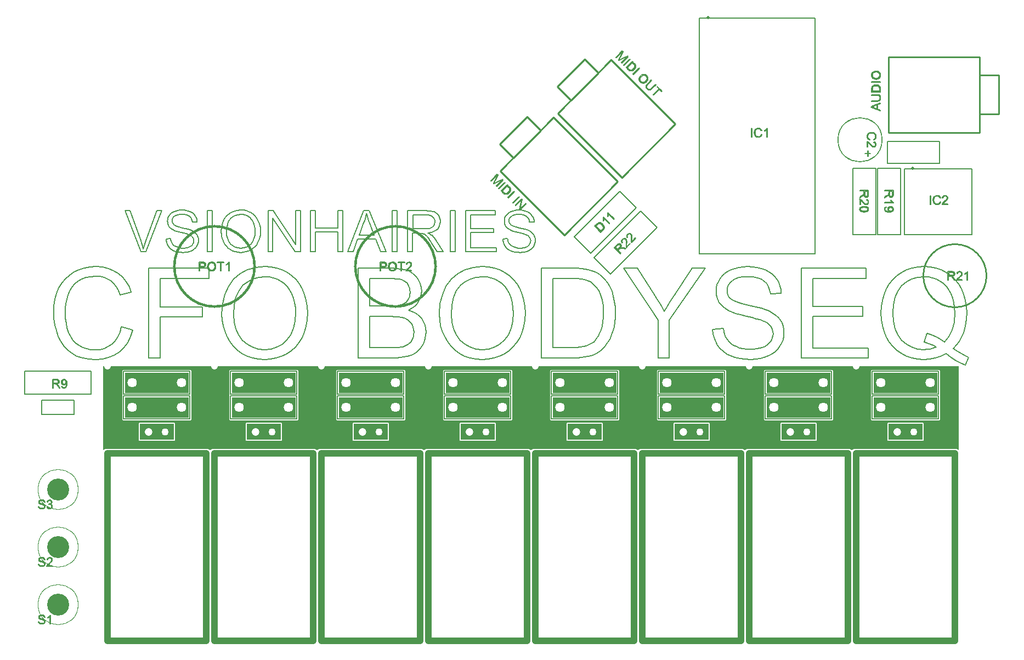
<source format=gto>
%FSLAX33Y33*%
%MOMM*%
%ADD10C,0.4064*%
%ADD11C,0.15*%
%ADD12C,1.*%
%ADD13C,1.4564*%
%ADD14C,1.0414*%
%ADD15C,1.2064*%
%ADD16C,1.1064*%
%ADD17C,0.2032*%
%ADD18C,12.8X12.*%
%ADD19C,0.000002*%
%ADD20C,0.254*%
%ADD21C,3.4*%
%ADD22C,6.3X6.1*%
%ADD23C,0.5*%
%ADD24C,12.8X12.*%
%ADD25C,10.0076X9.4996*%
%ADD26C,6.3X6.1*%
%ADD27C,6.95X6.65*%
%ADD28C,6.3X6.1*%
D10*
%LNpour fill*%
G36*
G01*
X14605Y31115D02*
X14605Y44450D01*
X146685Y44450D01*
X146685Y31115D01*
X14605Y31115D01*
X14605Y31115D01*
G37*
%LNpour subtractive shapes*%
%LPC*%
X133320Y39895D02*
X133320Y36305D01*
X143540Y39895D02*
X133320Y39895D01*
X143540Y36305D02*
X143540Y39895D01*
X143540Y36305D02*
X133320Y36305D01*
D11*
X141133Y35593D02*
X141133Y32987D01*
X135727Y32987*
X135727Y35593*
X141133Y35593*
D10*
X133320Y43705D02*
X133320Y40115D01*
X143540Y43705D02*
X133320Y43705D01*
X143540Y40115D02*
X143540Y43705D01*
X143540Y40115D02*
X133320Y40115D01*
X116810Y43705D02*
X116810Y40115D01*
X127030Y43705D02*
X116810Y43705D01*
X127030Y40115D02*
X127030Y43705D01*
X127030Y40115D02*
X116810Y40115D01*
X116810Y39895D02*
X116810Y36305D01*
X127030Y39895D02*
X116810Y39895D01*
X127030Y36305D02*
X127030Y39895D01*
X127030Y36305D02*
X116810Y36305D01*
D11*
X124623Y35593D02*
X124623Y32987D01*
X119217Y32987*
X119217Y35593*
X124623Y35593*
D12*
X130607Y1777D02*
X130607Y31183D01*
X146253Y31183*
X146253Y1777*
X130607Y1777*
D10*
X100300Y39895D02*
X100300Y36305D01*
X110520Y39895D02*
X100300Y39895D01*
X110520Y36305D02*
X110520Y39895D01*
X110520Y36305D02*
X100300Y36305D01*
X100300Y43705D02*
X100300Y40115D01*
X110520Y43705D02*
X100300Y43705D01*
X110520Y40115D02*
X110520Y43705D01*
X110520Y40115D02*
X100300Y40115D01*
D12*
X114097Y1777D02*
X114097Y31183D01*
X129743Y31183*
X129743Y1777*
X114097Y1777*
D10*
X34260Y43705D02*
X34260Y40115D01*
X44480Y43705D02*
X34260Y43705D01*
X44480Y40115D02*
X44480Y43705D01*
X44480Y40115D02*
X34260Y40115D01*
X50770Y43705D02*
X50770Y40115D01*
X60990Y43705D02*
X50770Y43705D01*
X60990Y40115D02*
X60990Y43705D01*
X60990Y40115D02*
X50770Y40115D01*
X67280Y39895D02*
X67280Y36305D01*
X77500Y39895D02*
X67280Y39895D01*
X77500Y36305D02*
X77500Y39895D01*
X77500Y36305D02*
X67280Y36305D01*
X67280Y43705D02*
X67280Y40115D01*
X77500Y43705D02*
X67280Y43705D01*
X77500Y40115D02*
X77500Y43705D01*
X77500Y40115D02*
X67280Y40115D01*
X83790Y39895D02*
X83790Y36305D01*
X94010Y39895D02*
X83790Y39895D01*
X94010Y36305D02*
X94010Y39895D01*
X94010Y36305D02*
X83790Y36305D01*
X83790Y43705D02*
X83790Y40115D01*
X94010Y43705D02*
X83790Y43705D01*
X94010Y40115D02*
X94010Y43705D01*
X94010Y40115D02*
X83790Y40115D01*
X17750Y43705D02*
X17750Y40115D01*
X27970Y43705D02*
X17750Y43705D01*
X27970Y40115D02*
X27970Y43705D01*
X27970Y40115D02*
X17750Y40115D01*
X17750Y39895D02*
X17750Y36305D01*
X27970Y39895D02*
X17750Y39895D01*
X27970Y36305D02*
X27970Y39895D01*
X27970Y36305D02*
X17750Y36305D01*
D11*
X25563Y35593D02*
X25563Y32987D01*
X20157Y32987*
X20157Y35593*
X25563Y35593*
D10*
X34260Y39895D02*
X34260Y36305D01*
X44480Y39895D02*
X34260Y39895D01*
X44480Y36305D02*
X44480Y39895D01*
X44480Y36305D02*
X34260Y36305D01*
D11*
X42073Y35593D02*
X42073Y32987D01*
X36667Y32987*
X36667Y35593*
X42073Y35593*
D10*
X50770Y39895D02*
X50770Y36305D01*
X60990Y39895D02*
X50770Y39895D01*
X60990Y36305D02*
X60990Y39895D01*
X60990Y36305D02*
X50770Y36305D01*
D11*
X58583Y35593D02*
X58583Y32987D01*
X53177Y32987*
X53177Y35593*
X58583Y35593*
X75093Y35593D02*
X75093Y32987D01*
X69687Y32987*
X69687Y35593*
X75093Y35593*
X91603Y35593D02*
X91603Y32987D01*
X86197Y32987*
X86197Y35593*
X91603Y35593*
X108113Y35593D02*
X108113Y32987D01*
X102707Y32987*
X102707Y35593*
X108113Y35593*
D12*
X31547Y1777D02*
X31547Y31183D01*
X47193Y31183*
X47193Y1777*
X31547Y1777*
X48057Y1777D02*
X48057Y31183D01*
X63703Y31183*
X63703Y1777*
X48057Y1777*
X64567Y1777D02*
X64567Y31183D01*
X80213Y31183*
X80213Y1777*
X64567Y1777*
X81077Y1777D02*
X81077Y31183D01*
X96723Y31183*
X96723Y1777*
X81077Y1777*
X97587Y1777D02*
X97587Y31183D01*
X113233Y31183*
X113233Y1777*
X97587Y1777*
X15037Y1777D02*
X15037Y31183D01*
X30683Y31183*
X30683Y1777*
X15037Y1777*
D13*
X142240Y38100D03*
X142240Y41910D03*
D14*
X130810Y44450D03*
D13*
X134620Y38100D03*
X134620Y41910D03*
D15*
X137160Y34290D03*
D16*
X139700Y34290D03*
D15*
X120650Y34290D03*
D16*
X123190Y34290D03*
D13*
X125730Y38100D03*
X125730Y41910D03*
X19050Y38100D03*
D15*
X21590Y34290D03*
D16*
X24130Y34290D03*
D13*
X26670Y38100D03*
D15*
X38100Y34290D03*
D16*
X40640Y34290D03*
D15*
X54610Y34290D03*
D16*
X57150Y34290D03*
D15*
X71120Y34290D03*
D16*
X73660Y34290D03*
D15*
X87630Y34290D03*
D16*
X90170Y34290D03*
D15*
X104140Y34290D03*
D16*
X106680Y34290D03*
D13*
X35560Y41910D03*
X43180Y38100D03*
X43180Y41910D03*
X52070Y38100D03*
X52070Y41910D03*
X59690Y38100D03*
X59690Y41910D03*
X68580Y38100D03*
X76200Y38100D03*
X85090Y38100D03*
X92710Y38100D03*
X101600Y38100D03*
X109220Y38100D03*
X118110Y38100D03*
D14*
X15240Y44450D03*
X31750Y44450D03*
X48260Y44450D03*
X64770Y44450D03*
D13*
X68580Y41910D03*
X76200Y41910D03*
D14*
X81280Y44450D03*
D13*
X85090Y41910D03*
X92710Y41910D03*
D14*
X97790Y44450D03*
D13*
X101600Y41910D03*
X109220Y41910D03*
D14*
X114300Y44450D03*
D13*
X118110Y41910D03*
X19050Y41910D03*
X26670Y41910D03*
X35560Y38100D03*
%LNpour readded shapes*%
%LPD*%
%LNtop silkscreen_traces*%
%LNtop silkscreen component fb107dcccfdb0926*%
D17*
X29431Y59162D02*
X29431Y60492D01*
X29920Y60492*
X29986Y60491*
X30043Y60489*
X30091Y60484*
X30129Y60479*
X30176Y60469*
X30217Y60456*
X30254Y60440*
X30286Y60420*
X30314Y60397*
X30340Y60370*
X30363Y60338*
X30384Y60302*
X30401Y60262*
X30413Y60220*
X30420Y60175*
X30422Y60129*
X30416Y60050*
X30396Y59978*
X30364Y59913*
X30320Y59855*
X30261Y59808*
X30179Y59773*
X30071Y59751*
X29936Y59744*
X29519Y59744*
X29519Y59162*
X29431Y59162*
X29570Y59862D02*
X29570Y59862D01*
X29940Y59862*
X30025Y59866*
X30097Y59879*
X30155Y59900*
X30201Y59930*
X30234Y59968*
X30258Y60013*
X30273Y60064*
X30278Y60123*
X30275Y60166*
X30266Y60206*
X30252Y60243*
X30232Y60277*
X30208Y60306*
X30180Y60330*
X30148Y60348*
X30113Y60361*
X30084Y60367*
X30045Y60371*
X29995Y60373*
X29936Y60374*
X29570Y60374*
X29570Y59862*
X30708Y59808D02*
X30719Y59969D01*
X30753Y60109*
X30808Y60230*
X30885Y60331*
X30980Y60413*
X31087Y60470*
X31207Y60505*
X31343Y60517*
X31433Y60512*
X31518Y60495*
X31598Y60468*
X31674Y60430*
X31742Y60382*
X31802Y60325*
X31854Y60261*
X31897Y60187*
X31931Y60105*
X31955Y60018*
X31970Y59924*
X31975Y59825*
X31970Y59724*
X31954Y59630*
X31929Y59541*
X31893Y59458*
X31848Y59384*
X31795Y59319*
X31734Y59265*
X31664Y59219*
X31588Y59184*
X31509Y59158*
X31427Y59143*
X31341Y59137*
X31249Y59143*
X31163Y59160*
X31082Y59188*
X31007Y59228*
X30938Y59277*
X30878Y59334*
X30827Y59399*
X30784Y59473*
X30751Y59553*
X30727Y59636*
X30712Y59721*
X30708Y59808*
X30852Y59805D02*
X30852Y59805D01*
X30861Y59683*
X30887Y59574*
X30930Y59479*
X30991Y59398*
X31065Y59332*
X31148Y59286*
X31240Y59258*
X31340Y59249*
X31442Y59258*
X31535Y59286*
X31619Y59333*
X31692Y59399*
X31753Y59482*
X31796Y59581*
X31822Y59696*
X31831Y59826*
X31827Y59910*
X31816Y59990*
X31797Y60063*
X31771Y60131*
X31738Y60193*
X31699Y60247*
X31652Y60294*
X31599Y60333*
X31540Y60365*
X31478Y60387*
X31412Y60400*
X31343Y60405*
X31246Y60396*
X31156Y60370*
X31073Y60327*
X30997Y60267*
X30934Y60186*
X30888Y60082*
X30861Y59955*
X30852Y59805*
X32685Y59162D02*
X32685Y60424D01*
X32213Y60424*
X32213Y60492*
X33247Y60492*
X33247Y60424*
X32773Y60424*
X32773Y59162*
X32685Y59162*
X34032Y59162D02*
X33957Y59162D01*
X33957Y60344*
X33840Y60240*
X33803Y60212*
X33761Y60183*
X33714Y60154*
X33666Y60126*
X33620Y60103*
X33577Y60083*
X33606Y60094*
X33606Y60158*
X33651Y60181*
X33721Y60223*
X33786Y60269*
X33847Y60319*
X33901Y60371*
X33947Y60422*
X33985Y60474*
X33999Y60498*
X34032Y60498*
X34032Y59162*
D18*
X31750Y59850D03*
%LNtop silkscreen component 1f20f5d5898abb2f*%
D11*
X94010Y36305D02*
X83790Y36305D01*
X94010Y36305D02*
X94010Y39895D01*
X83790Y39895*
X83790Y36305*
D17*
X83379Y36500D02*
X82049Y36500D01*
X82049Y37083*
X82051Y37171*
X82058Y37245*
X82069Y37307*
X82084Y37356*
X82103Y37396*
X82129Y37431*
X82160Y37463*
X82199Y37490*
X82243Y37513*
X82289Y37529*
X82337Y37539*
X82388Y37542*
X82453Y37537*
X82511Y37521*
X82563Y37495*
X82610Y37458*
X82651Y37410*
X82684Y37349*
X82710Y37273*
X82757Y37036*
X82841Y37201*
X82857Y37229*
X82873Y37252*
X82887Y37270*
X82925Y37308*
X82968Y37346*
X83015Y37383*
X83068Y37419*
X83379Y37618*
X83379Y37500*
X83104Y37326*
X83043Y37285*
X82989Y37249*
X82942Y37216*
X82903Y37186*
X82869Y37158*
X82840Y37131*
X82816Y37104*
X82796Y37078*
X82781Y37053*
X82769Y37028*
X82759Y37002*
X82751Y36975*
X82747Y36951*
X82745Y36924*
X82744Y36894*
X82743Y36858*
X82743Y36588*
X83379Y36588*
X83379Y36500*
X82630Y36638D02*
X82630Y36638D01*
X82630Y37046*
X82628Y37107*
X82623Y37161*
X82615Y37209*
X82603Y37249*
X82587Y37283*
X82568Y37313*
X82545Y37339*
X82517Y37360*
X82487Y37377*
X82455Y37389*
X82423Y37396*
X82389Y37398*
X82340Y37394*
X82296Y37380*
X82257Y37357*
X82222Y37324*
X82193Y37282*
X82173Y37229*
X82160Y37166*
X82156Y37091*
X82156Y36638*
X82630Y36638*
X83101Y37879D02*
X83093Y37963D01*
X83116Y37968*
X83179Y37992*
X83234Y38024*
X83279Y38064*
X83315Y38111*
X83340Y38163*
X83355Y38219*
X83360Y38279*
X83354Y38350*
X83332Y38417*
X83297Y38478*
X83248Y38532*
X83188Y38576*
X83119Y38608*
X83043Y38627*
X82960Y38633*
X82881Y38627*
X82808Y38609*
X82743Y38578*
X82687Y38534*
X82642Y38480*
X82610Y38418*
X82591Y38350*
X82585Y38277*
X82588Y38229*
X82596Y38183*
X82610Y38139*
X82630Y38098*
X82654Y38060*
X82681Y38027*
X82712Y37998*
X82720Y37992*
X82709Y37910*
X82068Y38031*
X82068Y38650*
X82135Y38650*
X82135Y38088*
X82673Y37980*
X82576Y38141*
X82551Y38201*
X82536Y38261*
X82531Y38323*
X82539Y38403*
X82560Y38476*
X82596Y38543*
X82646Y38603*
X82708Y38653*
X82777Y38688*
X82856Y38710*
X82944Y38717*
X83030Y38711*
X83109Y38692*
X83182Y38660*
X83248Y38615*
X83316Y38548*
X83364Y38471*
X83393Y38381*
X83403Y38278*
X83397Y38194*
X83378Y38118*
X83348Y38052*
X83306Y37994*
X83255Y37946*
X83195Y37909*
X83127Y37884*
X83101Y37879*
%LNtop silkscreen component 4b1e3c7fd09ccb6e*%
D11*
X96869Y68930D02*
X89820Y61881D01*
X96869Y68930D02*
X94330Y71469D01*
X87281Y64420*
X89820Y61881*
D17*
X91407Y65134D02*
X90466Y66074D01*
X90779Y66387*
X90834Y66440*
X90884Y66485*
X90927Y66520*
X90965Y66545*
X91014Y66573*
X91063Y66593*
X91113Y66607*
X91163Y66614*
X91230Y66615*
X91297Y66608*
X91364Y66591*
X91431Y66565*
X91498Y66530*
X91565Y66487*
X91631Y66435*
X91696Y66374*
X91748Y66319*
X91794Y66264*
X91832Y66210*
X91865Y66155*
X91891Y66101*
X91912Y66050*
X91928Y66001*
X91938Y65954*
X91943Y65909*
X91945Y65867*
X91943Y65826*
X91938Y65789*
X91928Y65751*
X91915Y65713*
X91897Y65674*
X91874Y65634*
X91847Y65592*
X91815Y65550*
X91778Y65507*
X91736Y65463*
X91407Y65134*
X91421Y65315D02*
X91421Y65315D01*
X91637Y65532*
X91684Y65580*
X91722Y65626*
X91753Y65668*
X91776Y65707*
X91793Y65745*
X91805Y65781*
X91812Y65816*
X91814Y65851*
X91811Y65899*
X91801Y65949*
X91784Y66000*
X91760Y66053*
X91730Y66107*
X91691Y66162*
X91645Y66218*
X91592Y66275*
X91514Y66346*
X91438Y66402*
X91366Y66442*
X91296Y66467*
X91229Y66478*
X91167Y66480*
X91109Y66472*
X91055Y66454*
X91015Y66432*
X90969Y66399*
X90917Y66356*
X90861Y66301*
X90648Y66089*
X91421Y65315*
X92774Y66501D02*
X92722Y66449D01*
X91886Y67284*
X91876Y67128*
X91870Y67082*
X91861Y67032*
X91848Y66978*
X91833Y66924*
X91818Y66875*
X91801Y66831*
X91814Y66859*
X91769Y66904*
X91784Y66953*
X91804Y67032*
X91817Y67111*
X91825Y67189*
X91827Y67263*
X91823Y67332*
X91813Y67396*
X91806Y67422*
X91829Y67446*
X92774Y66501*
X93456Y67183D02*
X93403Y67130D01*
X92567Y67966*
X92558Y67810*
X92552Y67764*
X92542Y67714*
X92530Y67660*
X92515Y67606*
X92499Y67557*
X92483Y67513*
X92495Y67541*
X92450Y67586*
X92466Y67634*
X92485Y67713*
X92499Y67792*
X92506Y67870*
X92508Y67945*
X92504Y68014*
X92495Y68077*
X92487Y68104*
X92511Y68127*
X93456Y67183*
D19*
X92075Y66675D03*
X92075Y66675D03*
%LNtop silkscreen component 97cbeba4f3948cad*%
D12*
X130810Y1980D02*
X130810Y30980D01*
X146050Y30980*
X146050Y1980*
X130810Y1980*
D17*
X131207Y32156D02*
X131207Y33486D01*
X131693Y33486*
X131768Y33483*
X131833Y33476*
X131889Y33463*
X131936Y33447*
X131977Y33425*
X132012Y33399*
X132043Y33369*
X132069Y33332*
X132090Y33293*
X132105Y33253*
X132114Y33212*
X132117Y33170*
X132115Y33132*
X132107Y33095*
X132094Y33059*
X132075Y33025*
X132052Y32992*
X132022Y32963*
X131987Y32936*
X131848Y32857*
X132008Y32798*
X132055Y32773*
X132094Y32742*
X132127Y32706*
X132153Y32665*
X132172Y32621*
X132183Y32573*
X132187Y32520*
X132184Y32476*
X132177Y32434*
X132166Y32394*
X132149Y32355*
X132129Y32319*
X132108Y32288*
X132084Y32262*
X132059Y32240*
X132031Y32222*
X131999Y32205*
X131962Y32190*
X131921Y32178*
X131875Y32169*
X131823Y32162*
X131766Y32157*
X131702Y32156*
X131207Y32156*
X131346Y32935D02*
X131346Y32935D01*
X131656Y32935*
X131714Y32936*
X131764Y32939*
X131804Y32944*
X131836Y32952*
X131870Y32964*
X131900Y32980*
X131925Y33000*
X131945Y33023*
X131961Y33049*
X131973Y33079*
X131979Y33112*
X131982Y33148*
X131980Y33183*
X131973Y33215*
X131962Y33245*
X131947Y33273*
X131929Y33298*
X131906Y33319*
X131880Y33336*
X131850Y33348*
X131812Y33356*
X131764Y33363*
X131704Y33366*
X131632Y33368*
X131346Y33368*
X131346Y32935*
X131346Y32274D02*
X131346Y32274D01*
X131702Y32274*
X131745Y32274*
X131781Y32276*
X131809Y32278*
X131831Y32281*
X131863Y32288*
X131891Y32296*
X131917Y32307*
X131941Y32320*
X131962Y32335*
X131981Y32353*
X131998Y32375*
X132013Y32399*
X132025Y32427*
X132034Y32456*
X132039Y32487*
X132041Y32520*
X132039Y32559*
X132031Y32595*
X132018Y32628*
X132000Y32659*
X131978Y32687*
X131951Y32709*
X131921Y32728*
X131886Y32742*
X131846Y32753*
X131798Y32760*
X131741Y32765*
X131677Y32766*
X131346Y32766*
X131346Y32274*
X132549Y32156D02*
X132549Y33486D01*
X132991Y33486*
X133068Y33485*
X133135Y33481*
X133190Y33475*
X133235Y33467*
X133289Y33451*
X133338Y33431*
X133383Y33405*
X133423Y33375*
X133472Y33328*
X133513Y33276*
X133549Y33217*
X133578Y33151*
X133601Y33079*
X133618Y33001*
X133628Y32918*
X133631Y32828*
X133629Y32753*
X133622Y32682*
X133611Y32615*
X133595Y32554*
X133576Y32497*
X133554Y32446*
X133531Y32401*
X133505Y32361*
X133477Y32325*
X133448Y32293*
X133418Y32266*
X133388Y32243*
X133355Y32224*
X133318Y32206*
X133277Y32191*
X133233Y32179*
X133184Y32169*
X133132Y32162*
X133075Y32157*
X133014Y32156*
X132549Y32156*
X132688Y32274D02*
X132688Y32274D01*
X132993Y32274*
X133060Y32276*
X133120Y32281*
X133172Y32289*
X133216Y32300*
X133254Y32315*
X133288Y32332*
X133318Y32352*
X133344Y32375*
X133376Y32411*
X133404Y32454*
X133428Y32502*
X133449Y32556*
X133465Y32616*
X133477Y32682*
X133484Y32754*
X133487Y32832*
X133482Y32937*
X133468Y33030*
X133445Y33110*
X133413Y33177*
X133374Y33232*
X133331Y33277*
X133284Y33313*
X133234Y33338*
X133190Y33351*
X133134Y33360*
X133067Y33366*
X132989Y33368*
X132688Y33368*
X132688Y32274*
X134283Y32876D02*
X134114Y32949D01*
X134076Y32972*
X134045Y32997*
X134021Y33025*
X134003Y33057*
X133989Y33092*
X133981Y33130*
X133978Y33173*
X133984Y33238*
X134002Y33297*
X134032Y33350*
X134074Y33399*
X134127Y33439*
X134187Y33468*
X134258Y33486*
X134338Y33492*
X134419Y33485*
X134490Y33467*
X134551Y33438*
X134605Y33396*
X134648Y33347*
X134679Y33293*
X134697Y33234*
X134703Y33168*
X134700Y33127*
X134692Y33090*
X134679Y33056*
X134660Y33025*
X134636Y32996*
X134606Y32971*
X134569Y32949*
X134413Y32879*
X134583Y32811*
X134630Y32783*
X134670Y32751*
X134703Y32713*
X134728Y32670*
X134747Y32623*
X134758Y32571*
X134762Y32515*
X134755Y32436*
X134733Y32365*
X134698Y32301*
X134648Y32243*
X134586Y32194*
X134515Y32160*
X134434Y32139*
X134341Y32132*
X134249Y32139*
X134167Y32160*
X134096Y32194*
X134035Y32243*
X133985Y32302*
X133949Y32367*
X133928Y32439*
X133920Y32520*
X133924Y32579*
X133936Y32632*
X133955Y32680*
X133981Y32722*
X134014Y32759*
X134053Y32789*
X134100Y32814*
X134283Y32876*
X134107Y33179D02*
X134107Y33179D01*
X134111Y33131*
X134123Y33087*
X134144Y33048*
X134172Y33013*
X134207Y32985*
X134247Y32965*
X134292Y32953*
X134342Y32949*
X134391Y32953*
X134434Y32965*
X134474Y32985*
X134509Y33013*
X134537Y33046*
X134557Y33084*
X134569Y33125*
X134574Y33169*
X134569Y33216*
X134557Y33258*
X134536Y33297*
X134507Y33332*
X134471Y33361*
X134432Y33381*
X134388Y33394*
X134340Y33398*
X134292Y33394*
X134248Y33382*
X134208Y33362*
X134173Y33334*
X134144Y33300*
X134123Y33263*
X134111Y33223*
X134107Y33179*
X134050Y32518D02*
X134050Y32518D01*
X134052Y32481*
X134059Y32444*
X134070Y32408*
X134086Y32373*
X134106Y32339*
X134130Y32310*
X134159Y32285*
X134192Y32264*
X134228Y32247*
X134265Y32235*
X134303Y32228*
X134343Y32225*
X134403Y32230*
X134458Y32245*
X134507Y32271*
X134551Y32306*
X134587Y32349*
X134613Y32398*
X134628Y32452*
X134633Y32512*
X134628Y32573*
X134612Y32628*
X134586Y32678*
X134549Y32722*
X134504Y32759*
X134454Y32784*
X134398Y32800*
X134337Y32805*
X134278Y32800*
X134224Y32785*
X134175Y32759*
X134132Y32723*
X134096Y32680*
X134070Y32631*
X134055Y32577*
X134050Y32518*
%LNtop silkscreen component 27b49cb97a04ef49*%
D11*
X77500Y36305D02*
X67280Y36305D01*
X77500Y36305D02*
X77500Y39895D01*
X67280Y39895*
X67280Y36305*
D17*
X66869Y36500D02*
X65539Y36500D01*
X65539Y37083*
X65541Y37171*
X65548Y37245*
X65559Y37307*
X65574Y37356*
X65593Y37396*
X65619Y37431*
X65650Y37463*
X65689Y37490*
X65733Y37513*
X65779Y37529*
X65827Y37539*
X65878Y37542*
X65943Y37537*
X66001Y37521*
X66053Y37495*
X66100Y37458*
X66141Y37410*
X66174Y37349*
X66200Y37273*
X66247Y37036*
X66331Y37201*
X66347Y37229*
X66363Y37252*
X66377Y37270*
X66415Y37308*
X66458Y37346*
X66505Y37383*
X66558Y37419*
X66869Y37618*
X66869Y37500*
X66594Y37326*
X66533Y37285*
X66479Y37249*
X66432Y37216*
X66393Y37186*
X66359Y37158*
X66330Y37131*
X66306Y37104*
X66286Y37078*
X66271Y37053*
X66259Y37028*
X66249Y37002*
X66241Y36975*
X66237Y36951*
X66235Y36924*
X66234Y36894*
X66233Y36858*
X66233Y36588*
X66869Y36588*
X66869Y36500*
X66120Y36638D02*
X66120Y36638D01*
X66120Y37046*
X66118Y37107*
X66113Y37161*
X66105Y37209*
X66093Y37249*
X66077Y37283*
X66058Y37313*
X66035Y37339*
X66007Y37360*
X65977Y37377*
X65945Y37389*
X65913Y37396*
X65879Y37398*
X65830Y37394*
X65786Y37380*
X65747Y37357*
X65712Y37324*
X65683Y37282*
X65663Y37229*
X65650Y37166*
X65646Y37091*
X65646Y36638*
X66120Y36638*
X66869Y38433D02*
X66526Y38433D01*
X66526Y37812*
X66432Y37812*
X65539Y38441*
X65539Y38507*
X66466Y38507*
X66466Y38701*
X66526Y38701*
X66526Y38507*
X66869Y38507*
X66869Y38433*
X66466Y38433D02*
X65608Y38433D01*
X66466Y37837*
X66466Y38433*
%LNtop silkscreen component f535bb90dd72d157*%
D12*
X15240Y1980D02*
X15240Y30980D01*
X30480Y30980*
X30480Y1980*
X15240Y1980*
D17*
X15637Y32156D02*
X15637Y33486D01*
X16123Y33486*
X16198Y33483*
X16263Y33476*
X16319Y33463*
X16366Y33447*
X16407Y33425*
X16442Y33399*
X16473Y33369*
X16499Y33332*
X16520Y33293*
X16535Y33253*
X16544Y33212*
X16547Y33170*
X16545Y33132*
X16537Y33095*
X16524Y33059*
X16505Y33025*
X16482Y32992*
X16452Y32963*
X16417Y32936*
X16278Y32857*
X16438Y32798*
X16485Y32773*
X16524Y32742*
X16557Y32706*
X16583Y32665*
X16602Y32621*
X16613Y32573*
X16617Y32520*
X16614Y32476*
X16607Y32434*
X16596Y32394*
X16579Y32355*
X16559Y32319*
X16538Y32288*
X16514Y32262*
X16489Y32240*
X16461Y32222*
X16429Y32205*
X16392Y32190*
X16351Y32178*
X16305Y32169*
X16253Y32162*
X16196Y32157*
X16132Y32156*
X15637Y32156*
X15776Y32935D02*
X15776Y32935D01*
X16086Y32935*
X16144Y32936*
X16194Y32939*
X16234Y32944*
X16266Y32952*
X16300Y32964*
X16330Y32980*
X16355Y33000*
X16375Y33023*
X16391Y33049*
X16403Y33079*
X16409Y33112*
X16412Y33148*
X16410Y33183*
X16403Y33215*
X16392Y33245*
X16378Y33273*
X16359Y33298*
X16336Y33319*
X16310Y33336*
X16280Y33348*
X16242Y33356*
X16194Y33363*
X16134Y33366*
X16062Y33368*
X15776Y33368*
X15776Y32935*
X15776Y32274D02*
X15776Y32274D01*
X16132Y32274*
X16175Y32274*
X16211Y32276*
X16239Y32278*
X16261Y32281*
X16293Y32288*
X16321Y32296*
X16347Y32307*
X16371Y32320*
X16392Y32335*
X16411Y32353*
X16428Y32375*
X16443Y32399*
X16455Y32427*
X16464Y32456*
X16469Y32487*
X16471Y32520*
X16469Y32559*
X16461Y32595*
X16448Y32628*
X16430Y32659*
X16408Y32687*
X16381Y32709*
X16351Y32728*
X16316Y32742*
X16276Y32753*
X16228Y32760*
X16171Y32765*
X16107Y32766*
X15776Y32766*
X15776Y32274*
X16979Y32156D02*
X16979Y33486D01*
X17421Y33486*
X17498Y33485*
X17565Y33481*
X17620Y33475*
X17665Y33467*
X17719Y33451*
X17768Y33431*
X17813Y33405*
X17853Y33375*
X17902Y33328*
X17943Y33276*
X17979Y33217*
X18008Y33151*
X18031Y33079*
X18048Y33001*
X18058Y32918*
X18061Y32828*
X18059Y32753*
X18052Y32682*
X18041Y32615*
X18025Y32554*
X18006Y32497*
X17984Y32446*
X17961Y32401*
X17935Y32361*
X17907Y32325*
X17878Y32293*
X17848Y32266*
X17818Y32243*
X17785Y32224*
X17748Y32206*
X17707Y32191*
X17663Y32179*
X17614Y32169*
X17562Y32162*
X17505Y32157*
X17444Y32156*
X16979Y32156*
X17118Y32274D02*
X17118Y32274D01*
X17423Y32274*
X17490Y32276*
X17550Y32281*
X17602Y32289*
X17646Y32300*
X17684Y32315*
X17718Y32332*
X17748Y32352*
X17774Y32375*
X17806Y32411*
X17834Y32454*
X17858Y32502*
X17879Y32556*
X17895Y32616*
X17907Y32682*
X17914Y32754*
X17917Y32832*
X17912Y32937*
X17898Y33030*
X17875Y33110*
X17843Y33177*
X17804Y33232*
X17761Y33277*
X17714Y33313*
X17664Y33338*
X17620Y33351*
X17564Y33360*
X17497Y33366*
X17419Y33368*
X17118Y33368*
X17118Y32274*
X18913Y32156D02*
X18839Y32156D01*
X18839Y33338*
X18721Y33234*
X18684Y33206*
X18643Y33177*
X18595Y33148*
X18547Y33120*
X18501Y33097*
X18458Y33077*
X18487Y33088*
X18487Y33152*
X18532Y33175*
X18602Y33217*
X18667Y33263*
X18728Y33313*
X18782Y33365*
X18828Y33416*
X18866Y33468*
X18880Y33492*
X18913Y33492*
X18913Y32156*
%LNtop silkscreen component a620bbc60874f67c*%
D11*
X130285Y64740D02*
X130285Y74960D01*
X130285Y64740D02*
X133875Y64740D01*
X133875Y74960*
X130285Y74960*
D17*
X131404Y71575D02*
X132734Y71575D01*
X132734Y70991*
X132731Y70904*
X132724Y70829*
X132713Y70767*
X132698Y70718*
X132679Y70678*
X132654Y70643*
X132622Y70612*
X132583Y70584*
X132539Y70561*
X132493Y70545*
X132445Y70535*
X132394Y70532*
X132330Y70537*
X132272Y70553*
X132220Y70580*
X132172Y70616*
X132132Y70665*
X132098Y70726*
X132072Y70801*
X132026Y71038*
X131942Y70873*
X131925Y70845*
X131910Y70822*
X131895Y70804*
X131858Y70766*
X131815Y70728*
X131767Y70691*
X131714Y70655*
X131404Y70457*
X131404Y70574*
X131678Y70749*
X131739Y70789*
X131793Y70825*
X131840Y70859*
X131879Y70888*
X131913Y70916*
X131942Y70943*
X131967Y70970*
X131986Y70996*
X132001Y71022*
X132013Y71047*
X132023Y71073*
X132031Y71100*
X132035Y71123*
X132038Y71150*
X132039Y71181*
X132039Y71216*
X132039Y71487*
X131404Y71487*
X131404Y71575*
X132153Y71436D02*
X132153Y71436D01*
X132153Y71029*
X132154Y70967*
X132159Y70913*
X132168Y70866*
X132179Y70826*
X132195Y70791*
X132214Y70761*
X132238Y70736*
X132265Y70714*
X132296Y70698*
X132327Y70686*
X132360Y70679*
X132394Y70676*
X132442Y70681*
X132486Y70695*
X132526Y70718*
X132561Y70750*
X132589Y70792*
X132610Y70845*
X132622Y70909*
X132626Y70983*
X132626Y71436*
X132153Y71436*
X131471Y69382D02*
X131404Y69382D01*
X131404Y70226*
X131381Y70227*
X131407Y70223*
X131432Y70218*
X131457Y70210*
X131501Y70191*
X131544Y70167*
X131588Y70138*
X131632Y70103*
X131679Y70061*
X131729Y70009*
X131784Y69949*
X131843Y69879*
X131935Y69771*
X132017Y69681*
X132090Y69609*
X132155Y69555*
X132216Y69516*
X132276Y69487*
X132336Y69469*
X132397Y69463*
X132457Y69469*
X132513Y69486*
X132564Y69514*
X132610Y69554*
X132648Y69602*
X132675Y69657*
X132691Y69718*
X132696Y69784*
X132690Y69853*
X132674Y69916*
X132645Y69973*
X132605Y70023*
X132554Y70063*
X132495Y70092*
X132430Y70109*
X132414Y70110*
X132421Y70186*
X132459Y70179*
X132533Y70154*
X132595Y70118*
X132646Y70071*
X132686Y70014*
X132715Y69947*
X132733Y69869*
X132739Y69780*
X132733Y69690*
X132714Y69612*
X132682Y69546*
X132639Y69489*
X132586Y69443*
X132528Y69411*
X132464Y69391*
X132392Y69384*
X132355Y69386*
X132318Y69392*
X132281Y69402*
X132244Y69415*
X132206Y69434*
X132167Y69458*
X132126Y69488*
X132083Y69523*
X132035Y69569*
X131977Y69628*
X131911Y69702*
X131836Y69789*
X131775Y69861*
X131724Y69920*
X131683Y69965*
X131652Y69996*
X131626Y70019*
X131601Y70041*
X131575Y70060*
X131471Y70128*
X131471Y69382*
X132059Y69092D02*
X132177Y69089D01*
X132281Y69080*
X132373Y69064*
X132451Y69043*
X132519Y69016*
X132577Y68983*
X132626Y68946*
X132667Y68904*
X132698Y68856*
X132721Y68803*
X132735Y68743*
X132739Y68676*
X132737Y68626*
X132729Y68580*
X132716Y68537*
X132699Y68498*
X132677Y68462*
X132650Y68429*
X132619Y68400*
X132582Y68373*
X132540Y68349*
X132494Y68327*
X132442Y68308*
X132385Y68291*
X132321Y68278*
X132245Y68268*
X132158Y68262*
X132059Y68260*
X131942Y68263*
X131838Y68273*
X131746Y68288*
X131668Y68309*
X131601Y68336*
X131543Y68368*
X131493Y68406*
X131453Y68448*
X131421Y68495*
X131398Y68548*
X131384Y68609*
X131379Y68676*
X131388Y68764*
X131412Y68840*
X131452Y68905*
X131508Y68961*
X131602Y69017*
X131724Y69058*
X131877Y69084*
X132059Y69092*
X132059Y68962D02*
X132059Y68962D01*
X131897Y68957*
X131765Y68942*
X131663Y68916*
X131590Y68880*
X131539Y68836*
X131502Y68788*
X131480Y68734*
X131473Y68676*
X131480Y68618*
X131502Y68565*
X131539Y68516*
X131590Y68473*
X131663Y68437*
X131766Y68411*
X131898Y68395*
X132059Y68390*
X132221Y68395*
X132353Y68411*
X132456Y68437*
X132529Y68473*
X132579Y68516*
X132616Y68565*
X132638Y68619*
X132645Y68678*
X132638Y68736*
X132619Y68787*
X132587Y68832*
X132542Y68872*
X132463Y68911*
X132356Y68940*
X132221Y68957*
X132059Y68962*
%LNtop silkscreen component ea2c1d543afd550c*%
D11*
X2510Y43705D02*
X12730Y43705D01*
X2510Y43705D02*
X2510Y40115D01*
X12730Y40115*
X12730Y43705*
D17*
X6782Y41081D02*
X6782Y42411D01*
X7365Y42411*
X7453Y42409*
X7527Y42402*
X7589Y42391*
X7638Y42376*
X7678Y42357*
X7713Y42331*
X7745Y42300*
X7772Y42261*
X7795Y42217*
X7811Y42171*
X7821Y42123*
X7824Y42072*
X7819Y42007*
X7803Y41949*
X7777Y41897*
X7740Y41850*
X7692Y41809*
X7631Y41776*
X7555Y41750*
X7318Y41703*
X7483Y41619*
X7511Y41603*
X7534Y41587*
X7552Y41573*
X7590Y41535*
X7628Y41492*
X7665Y41445*
X7701Y41392*
X7900Y41081*
X7782Y41081*
X7608Y41356*
X7567Y41417*
X7531Y41471*
X7498Y41518*
X7468Y41557*
X7440Y41591*
X7413Y41620*
X7386Y41644*
X7360Y41664*
X7335Y41679*
X7310Y41691*
X7284Y41701*
X7257Y41709*
X7233Y41713*
X7206Y41715*
X7176Y41716*
X7140Y41717*
X6870Y41717*
X6870Y41081*
X6782Y41081*
X6920Y41830D02*
X6920Y41830D01*
X7328Y41830*
X7389Y41832*
X7443Y41837*
X7491Y41845*
X7531Y41857*
X7565Y41873*
X7595Y41892*
X7621Y41915*
X7642Y41943*
X7659Y41973*
X7671Y42005*
X7678Y42037*
X7680Y42071*
X7676Y42120*
X7662Y42164*
X7639Y42203*
X7606Y42238*
X7564Y42267*
X7511Y42287*
X7448Y42300*
X7373Y42304*
X6920Y42304*
X6920Y41830*
X8188Y41316D02*
X8257Y41322D01*
X8261Y41307*
X8282Y41252*
X8309Y41205*
X8344Y41166*
X8385Y41137*
X8431Y41116*
X8480Y41104*
X8533Y41100*
X8579Y41102*
X8623Y41111*
X8664Y41124*
X8702Y41144*
X8736Y41168*
X8767Y41195*
X8795Y41226*
X8819Y41260*
X8840Y41298*
X8859Y41341*
X8876Y41389*
X8891Y41442*
X8903Y41498*
X8911Y41554*
X8917Y41612*
X8918Y41669*
X8918Y41676*
X8918Y41685*
X8918Y41695*
X8912Y41854*
X8799Y41697*
X8769Y41665*
X8736Y41637*
X8697Y41612*
X8657Y41592*
X8615Y41578*
X8571Y41570*
X8526Y41567*
X8449Y41574*
X8381Y41595*
X8318Y41630*
X8261Y41680*
X8214Y41741*
X8180Y41812*
X8159Y41892*
X8152Y41984*
X8159Y42080*
X8181Y42163*
X8217Y42236*
X8266Y42300*
X8327Y42351*
X8394Y42387*
X8468Y42409*
X8552Y42417*
X8612Y42413*
X8670Y42400*
X8726Y42379*
X8779Y42350*
X8827Y42313*
X8869Y42269*
X8905Y42218*
X8935Y42159*
X8959Y42088*
X8977Y42000*
X8988Y41896*
X8992Y41775*
X8988Y41648*
X8977Y41536*
X8959Y41439*
X8935Y41356*
X8904Y41286*
X8867Y41225*
X8825Y41174*
X8776Y41132*
X8722Y41099*
X8663Y41076*
X8599Y41062*
X8530Y41057*
X8457Y41062*
X8394Y41078*
X8338Y41103*
X8289Y41138*
X8248Y41182*
X8216Y41234*
X8192Y41296*
X8188Y41316*
X8847Y41993D02*
X8847Y41993D01*
X8842Y42065*
X8827Y42129*
X8802Y42185*
X8767Y42234*
X8724Y42272*
X8678Y42300*
X8627Y42317*
X8573Y42322*
X8516Y42316*
X8463Y42298*
X8414Y42269*
X8369Y42227*
X8331Y42175*
X8303Y42117*
X8287Y42051*
X8282Y41979*
X8287Y41913*
X8302Y41855*
X8328Y41802*
X8364Y41756*
X8408Y41719*
X8456Y41692*
X8510Y41676*
X8568Y41671*
X8626Y41676*
X8679Y41692*
X8726Y41719*
X8769Y41756*
X8803Y41803*
X8827Y41858*
X8842Y41922*
X8847Y41993*
%LNtop silkscreen component b43df3c15a639c76*%
D11*
X27970Y40115D02*
X17750Y40115D01*
X27970Y40115D02*
X27970Y43705D01*
X17750Y43705*
X17750Y40115*
D17*
X17339Y40463D02*
X16009Y40463D01*
X16009Y41046*
X16011Y41134*
X16018Y41208*
X16029Y41270*
X16044Y41319*
X16063Y41359*
X16089Y41394*
X16120Y41426*
X16159Y41454*
X16203Y41476*
X16249Y41493*
X16297Y41502*
X16348Y41506*
X16413Y41500*
X16471Y41484*
X16523Y41458*
X16570Y41421*
X16611Y41373*
X16644Y41312*
X16670Y41236*
X16717Y40999*
X16801Y41164*
X16817Y41192*
X16833Y41215*
X16847Y41234*
X16885Y41271*
X16928Y41309*
X16975Y41346*
X17028Y41382*
X17339Y41581*
X17339Y41463*
X17064Y41289*
X17003Y41249*
X16949Y41212*
X16902Y41179*
X16863Y41149*
X16829Y41121*
X16800Y41094*
X16776Y41067*
X16756Y41041*
X16741Y41016*
X16729Y40991*
X16719Y40965*
X16711Y40938*
X16707Y40914*
X16705Y40888*
X16704Y40857*
X16703Y40821*
X16703Y40551*
X17339Y40551*
X17339Y40463*
X16590Y40601D02*
X16590Y40601D01*
X16590Y41009*
X16588Y41070*
X16583Y41124*
X16575Y41172*
X16563Y41212*
X16547Y41246*
X16528Y41276*
X16505Y41302*
X16477Y41323*
X16447Y41340*
X16415Y41352*
X16383Y41359*
X16349Y41361*
X16300Y41357*
X16256Y41343*
X16217Y41320*
X16182Y41287*
X16153Y41245*
X16133Y41192*
X16120Y41129*
X16116Y41055*
X16116Y40601*
X16590Y40601*
X17339Y42393D02*
X17339Y42319D01*
X16157Y42319*
X16261Y42202*
X16289Y42165*
X16318Y42123*
X16347Y42076*
X16374Y42028*
X16398Y41982*
X16418Y41939*
X16406Y41968*
X16343Y41968*
X16319Y42013*
X16277Y42083*
X16231Y42148*
X16181Y42208*
X16130Y42262*
X16078Y42308*
X16027Y42347*
X16003Y42360*
X16003Y42393*
X17339Y42393*
X17339Y43357D02*
X17339Y43283D01*
X16157Y43283*
X16261Y43166*
X16289Y43129*
X16318Y43087*
X16347Y43040*
X16374Y42991*
X16398Y42946*
X16418Y42903*
X16406Y42932*
X16343Y42932*
X16319Y42977*
X16277Y43047*
X16231Y43112*
X16181Y43172*
X16130Y43226*
X16078Y43272*
X16027Y43310*
X16003Y43324*
X16003Y43357*
X17339Y43357*
%LNtop silkscreen component de895496bb2fd0e6*%
D11*
X110520Y36305D02*
X100300Y36305D01*
X110520Y36305D02*
X110520Y39895D01*
X100300Y39895*
X100300Y36305*
D17*
X99889Y37135D02*
X98559Y37135D01*
X98559Y37718*
X98561Y37806*
X98568Y37880*
X98579Y37942*
X98594Y37991*
X98613Y38031*
X98639Y38066*
X98670Y38098*
X98709Y38125*
X98753Y38148*
X98799Y38164*
X98847Y38174*
X98898Y38177*
X98963Y38172*
X99021Y38156*
X99073Y38130*
X99120Y38093*
X99161Y38045*
X99194Y37984*
X99220Y37908*
X99267Y37671*
X99351Y37836*
X99367Y37864*
X99383Y37887*
X99397Y37905*
X99435Y37943*
X99478Y37981*
X99525Y38018*
X99578Y38054*
X99889Y38253*
X99889Y38135*
X99614Y37961*
X99553Y37920*
X99499Y37884*
X99452Y37851*
X99413Y37821*
X99379Y37793*
X99350Y37766*
X99326Y37739*
X99306Y37713*
X99291Y37688*
X99279Y37663*
X99269Y37637*
X99261Y37610*
X99257Y37586*
X99255Y37559*
X99254Y37529*
X99253Y37493*
X99253Y37223*
X99889Y37223*
X99889Y37135*
X99140Y37273D02*
X99140Y37273D01*
X99140Y37681*
X99138Y37742*
X99133Y37796*
X99125Y37844*
X99113Y37884*
X99097Y37918*
X99078Y37948*
X99055Y37974*
X99027Y37995*
X98997Y38012*
X98965Y38024*
X98933Y38031*
X98899Y38033*
X98850Y38029*
X98806Y38015*
X98767Y37992*
X98732Y37959*
X98703Y37917*
X98683Y37864*
X98670Y37801*
X98666Y37726*
X98666Y37273*
X99140Y37273*
X98812Y39305D02*
X98818Y39229D01*
X98808Y39227*
X98762Y39209*
X98722Y39188*
X98687Y39162*
X98647Y39117*
X98618Y39065*
X98601Y39009*
X98596Y38950*
X98599Y38901*
X98610Y38855*
X98628Y38811*
X98652Y38772*
X98691Y38726*
X98738Y38687*
X98791Y38652*
X98851Y38624*
X98922Y38601*
X99003Y38584*
X99096Y38574*
X99364Y38564*
X99189Y38693*
X99155Y38726*
X99126Y38761*
X99103Y38800*
X99085Y38841*
X99072Y38882*
X99064Y38925*
X99062Y38968*
X99069Y39043*
X99090Y39111*
X99125Y39173*
X99175Y39231*
X99237Y39279*
X99306Y39313*
X99385Y39334*
X99475Y39341*
X99535Y39337*
X99593Y39327*
X99649Y39311*
X99702Y39288*
X99751Y39259*
X99793Y39227*
X99829Y39189*
X99859Y39147*
X99883Y39101*
X99899Y39052*
X99910Y39000*
X99913Y38944*
X99904Y38849*
X99877Y38765*
X99832Y38690*
X99770Y38624*
X99686Y38570*
X99575Y38530*
X99436Y38505*
X99270Y38497*
X99082Y38506*
X98924Y38534*
X98797Y38579*
X98698Y38640*
X98635Y38704*
X98590Y38778*
X98562Y38863*
X98553Y38960*
X98558Y39033*
X98574Y39097*
X98600Y39153*
X98635Y39203*
X98680Y39245*
X98732Y39277*
X98794Y39301*
X98812Y39305*
X99476Y38648D02*
X99476Y38648D01*
X99521Y38651*
X99565Y38658*
X99608Y38670*
X99650Y38687*
X99689Y38708*
X99723Y38733*
X99752Y38762*
X99776Y38795*
X99795Y38830*
X99809Y38866*
X99817Y38903*
X99819Y38940*
X99814Y38994*
X99797Y39044*
X99769Y39090*
X99730Y39132*
X99681Y39167*
X99624Y39192*
X99559Y39207*
X99485Y39212*
X99415Y39207*
X99353Y39192*
X99298Y39167*
X99252Y39133*
X99214Y39091*
X99188Y39043*
X99172Y38991*
X99166Y38934*
X99172Y38876*
X99188Y38823*
X99214Y38775*
X99252Y38731*
X99298Y38695*
X99350Y38669*
X99410Y38654*
X99476Y38648*
%LNtop silkscreen component 470e91fafd046a91*%
D12*
X48260Y1980D02*
X48260Y30980D01*
X63500Y30980*
X63500Y1980*
X48260Y1980*
D17*
X48657Y32156D02*
X48657Y33486D01*
X49143Y33486*
X49218Y33483*
X49283Y33476*
X49339Y33463*
X49386Y33447*
X49427Y33425*
X49462Y33399*
X49493Y33369*
X49519Y33332*
X49540Y33293*
X49555Y33253*
X49564Y33212*
X49567Y33170*
X49565Y33132*
X49557Y33095*
X49544Y33059*
X49525Y33025*
X49502Y32992*
X49472Y32963*
X49437Y32936*
X49298Y32857*
X49458Y32798*
X49505Y32773*
X49544Y32742*
X49577Y32706*
X49603Y32665*
X49622Y32621*
X49633Y32573*
X49637Y32520*
X49634Y32476*
X49627Y32434*
X49616Y32394*
X49599Y32355*
X49579Y32319*
X49558Y32288*
X49534Y32262*
X49509Y32240*
X49481Y32222*
X49449Y32205*
X49412Y32190*
X49371Y32178*
X49325Y32169*
X49273Y32162*
X49216Y32157*
X49152Y32156*
X48657Y32156*
X48796Y32935D02*
X48796Y32935D01*
X49106Y32935*
X49164Y32936*
X49214Y32939*
X49254Y32944*
X49286Y32952*
X49320Y32964*
X49350Y32980*
X49375Y33000*
X49395Y33023*
X49411Y33049*
X49423Y33079*
X49429Y33112*
X49432Y33148*
X49430Y33183*
X49423Y33215*
X49412Y33245*
X49398Y33273*
X49379Y33298*
X49356Y33319*
X49330Y33336*
X49300Y33348*
X49262Y33356*
X49214Y33363*
X49154Y33366*
X49082Y33368*
X48796Y33368*
X48796Y32935*
X48796Y32274D02*
X48796Y32274D01*
X49152Y32274*
X49195Y32274*
X49231Y32276*
X49259Y32278*
X49281Y32281*
X49313Y32288*
X49341Y32296*
X49367Y32307*
X49391Y32320*
X49412Y32335*
X49431Y32353*
X49448Y32375*
X49463Y32399*
X49475Y32427*
X49484Y32456*
X49489Y32487*
X49491Y32520*
X49489Y32559*
X49481Y32595*
X49468Y32628*
X49450Y32659*
X49428Y32687*
X49401Y32709*
X49371Y32728*
X49336Y32742*
X49296Y32753*
X49248Y32760*
X49191Y32765*
X49127Y32766*
X48796Y32766*
X48796Y32274*
X49999Y32156D02*
X49999Y33486D01*
X50441Y33486*
X50518Y33485*
X50585Y33481*
X50640Y33475*
X50685Y33467*
X50739Y33451*
X50788Y33431*
X50833Y33405*
X50873Y33375*
X50922Y33328*
X50963Y33276*
X50999Y33217*
X51028Y33151*
X51051Y33079*
X51068Y33001*
X51078Y32918*
X51081Y32828*
X51079Y32753*
X51072Y32682*
X51061Y32615*
X51045Y32554*
X51026Y32497*
X51004Y32446*
X50981Y32401*
X50955Y32361*
X50927Y32325*
X50898Y32293*
X50868Y32266*
X50838Y32243*
X50805Y32224*
X50768Y32206*
X50727Y32191*
X50683Y32179*
X50634Y32169*
X50582Y32162*
X50525Y32157*
X50464Y32156*
X49999Y32156*
X50138Y32274D02*
X50138Y32274D01*
X50443Y32274*
X50510Y32276*
X50570Y32281*
X50621Y32289*
X50666Y32300*
X50704Y32315*
X50738Y32332*
X50768Y32352*
X50794Y32375*
X50826Y32411*
X50854Y32454*
X50878Y32502*
X50899Y32556*
X50915Y32616*
X50927Y32682*
X50934Y32754*
X50937Y32832*
X50932Y32937*
X50918Y33030*
X50895Y33110*
X50863Y33177*
X50824Y33232*
X50781Y33277*
X50734Y33313*
X50684Y33338*
X50640Y33351*
X50584Y33360*
X50517Y33366*
X50439Y33368*
X50138Y33368*
X50138Y32274*
X51382Y32440D02*
X51460Y32450D01*
X51467Y32421*
X51493Y32356*
X51526Y32299*
X51567Y32254*
X51613Y32219*
X51664Y32194*
X51719Y32179*
X51779Y32174*
X51848Y32180*
X51912Y32199*
X51971Y32231*
X52024Y32275*
X52068Y32328*
X52099Y32388*
X52118Y32454*
X52124Y32524*
X52119Y32591*
X52101Y32653*
X52071Y32710*
X52030Y32760*
X51980Y32801*
X51923Y32830*
X51860Y32848*
X51794Y32853*
X51762Y32852*
X51729Y32848*
X51694Y32841*
X51729Y32849*
X51733Y32881*
X51692Y32886*
X51701Y32885*
X51709Y32884*
X51718Y32884*
X51779Y32888*
X51838Y32901*
X51894Y32922*
X51948Y32952*
X51996Y32993*
X52032Y33045*
X52053Y33106*
X52060Y33174*
X52055Y33230*
X52040Y33282*
X52014Y33329*
X51979Y33371*
X51936Y33405*
X51887Y33430*
X51833Y33444*
X51774Y33449*
X51717Y33444*
X51662Y33430*
X51613Y33405*
X51568Y33370*
X51531Y33327*
X51501Y33274*
X51480Y33215*
X51476Y33199*
X51403Y33212*
X51409Y33238*
X51438Y33304*
X51474Y33360*
X51520Y33406*
X51572Y33443*
X51631Y33470*
X51697Y33486*
X51771Y33492*
X51822Y33489*
X51872Y33480*
X51918Y33466*
X51963Y33447*
X52004Y33423*
X52039Y33395*
X52069Y33364*
X52094Y33329*
X52113Y33291*
X52127Y33252*
X52136Y33212*
X52139Y33170*
X52136Y33132*
X52128Y33096*
X52115Y33062*
X52097Y33030*
X52074Y32999*
X52046Y32972*
X52011Y32948*
X51861Y32868*
X52033Y32815*
X52078Y32792*
X52117Y32763*
X52149Y32728*
X52175Y32687*
X52194Y32640*
X52205Y32587*
X52209Y32529*
X52201Y32448*
X52179Y32375*
X52141Y32308*
X52088Y32247*
X52023Y32196*
X51950Y32160*
X51869Y32138*
X51777Y32131*
X51696Y32137*
X51622Y32156*
X51557Y32187*
X51499Y32230*
X51450Y32283*
X51413Y32343*
X51387Y32411*
X51382Y32440*
%LNtop silkscreen component 82f976b0e811269b*%
D11*
X134095Y64740D02*
X134095Y74960D01*
X134095Y64740D02*
X137685Y64740D01*
X137685Y74960*
X134095Y74960*
D17*
X135239Y71575D02*
X136569Y71575D01*
X136569Y70991*
X136567Y70904*
X136560Y70829*
X136549Y70767*
X136534Y70718*
X136514Y70678*
X136489Y70643*
X136457Y70612*
X136418Y70584*
X136375Y70561*
X136329Y70545*
X136280Y70535*
X136230Y70532*
X136165Y70537*
X136107Y70553*
X136055Y70580*
X136008Y70616*
X135967Y70665*
X135934Y70726*
X135908Y70801*
X135861Y71038*
X135777Y70873*
X135761Y70845*
X135745Y70822*
X135730Y70804*
X135693Y70766*
X135650Y70728*
X135603Y70691*
X135550Y70655*
X135239Y70457*
X135239Y70574*
X135514Y70749*
X135575Y70789*
X135629Y70825*
X135675Y70859*
X135715Y70888*
X135748Y70916*
X135778Y70943*
X135802Y70970*
X135821Y70996*
X135836Y71022*
X135849Y71047*
X135859Y71073*
X135867Y71100*
X135871Y71123*
X135873Y71150*
X135874Y71181*
X135875Y71216*
X135875Y71487*
X135239Y71487*
X135239Y71575*
X135988Y71436D02*
X135988Y71436D01*
X135988Y71029*
X135990Y70967*
X135995Y70913*
X136003Y70866*
X136015Y70826*
X136030Y70791*
X136050Y70761*
X136073Y70736*
X136101Y70714*
X136131Y70698*
X136162Y70686*
X136195Y70679*
X136229Y70676*
X136278Y70681*
X136322Y70695*
X136361Y70718*
X136396Y70750*
X136425Y70792*
X136445Y70845*
X136458Y70909*
X136462Y70983*
X136462Y71436*
X135988Y71436*
X135239Y69644D02*
X135239Y69718D01*
X136421Y69718*
X136317Y69836*
X136289Y69872*
X136260Y69914*
X136231Y69961*
X136204Y70010*
X136180Y70056*
X136160Y70098*
X136172Y70070*
X136235Y70070*
X136258Y70024*
X136300Y69955*
X136346Y69889*
X136396Y69829*
X136448Y69775*
X136499Y69729*
X136551Y69691*
X136575Y69677*
X136575Y69644*
X135239Y69644*
X135474Y69056D02*
X135480Y68987D01*
X135464Y68983*
X135410Y68962*
X135363Y68935*
X135324Y68900*
X135294Y68859*
X135274Y68813*
X135261Y68764*
X135257Y68711*
X135260Y68665*
X135268Y68621*
X135282Y68580*
X135302Y68542*
X135325Y68508*
X135353Y68477*
X135383Y68449*
X135417Y68425*
X135456Y68404*
X135499Y68385*
X135547Y68368*
X135600Y68353*
X135656Y68341*
X135712Y68333*
X135769Y68327*
X135826Y68326*
X135834Y68326*
X135843Y68326*
X135853Y68326*
X136012Y68332*
X135854Y68446*
X135823Y68475*
X135795Y68508*
X135770Y68547*
X135750Y68587*
X135736Y68630*
X135727Y68673*
X135725Y68718*
X135732Y68795*
X135753Y68863*
X135788Y68926*
X135838Y68983*
X135899Y69030*
X135969Y69064*
X136050Y69085*
X136142Y69092*
X136237Y69085*
X136321Y69063*
X136394Y69027*
X136458Y68978*
X136509Y68917*
X136545Y68850*
X136567Y68776*
X136575Y68692*
X136571Y68632*
X136558Y68574*
X136537Y68518*
X136508Y68465*
X136471Y68417*
X136427Y68375*
X136375Y68339*
X136316Y68309*
X136246Y68285*
X136158Y68267*
X136054Y68256*
X135933Y68252*
X135806Y68256*
X135694Y68267*
X135596Y68285*
X135514Y68309*
X135443Y68340*
X135383Y68377*
X135332Y68419*
X135290Y68468*
X135257Y68523*
X135234Y68581*
X135220Y68645*
X135215Y68714*
X135220Y68787*
X135235Y68850*
X135261Y68906*
X135295Y68955*
X135339Y68996*
X135392Y69028*
X135454Y69052*
X135474Y69056*
X136151Y68397D02*
X136151Y68397D01*
X136223Y68402*
X136287Y68417*
X136343Y68442*
X136391Y68477*
X136430Y68520*
X136458Y68566*
X136475Y68617*
X136480Y68671*
X136474Y68728*
X136456Y68781*
X136426Y68830*
X136384Y68875*
X136333Y68913*
X136275Y68941*
X136209Y68957*
X136136Y68962*
X136071Y68957*
X136013Y68942*
X135960Y68916*
X135914Y68880*
X135877Y68836*
X135850Y68788*
X135834Y68734*
X135829Y68676*
X135834Y68618*
X135850Y68565*
X135877Y68518*
X135914Y68476*
X135961Y68441*
X136016Y68417*
X136080Y68402*
X136151Y68397*
%LNtop silkscreen component 34e823c397d52473*%
D11*
X124420Y35390D02*
X124420Y33190D01*
X119420Y33190*
X119420Y35390*
X124420Y35390*
%LNtop silkscreen component 9af73c40574899a7*%
X60990Y36305D02*
X50770Y36305D01*
X60990Y36305D02*
X60990Y39895D01*
X50770Y39895*
X50770Y36305*
D17*
X50359Y36500D02*
X49029Y36500D01*
X49029Y37083*
X49031Y37171*
X49038Y37245*
X49049Y37307*
X49064Y37356*
X49083Y37396*
X49109Y37431*
X49140Y37463*
X49179Y37490*
X49223Y37513*
X49269Y37529*
X49317Y37539*
X49368Y37542*
X49433Y37537*
X49491Y37521*
X49543Y37495*
X49590Y37458*
X49631Y37410*
X49664Y37349*
X49690Y37273*
X49737Y37036*
X49821Y37201*
X49837Y37229*
X49853Y37252*
X49867Y37270*
X49905Y37308*
X49948Y37346*
X49995Y37383*
X50048Y37419*
X50359Y37618*
X50359Y37500*
X50084Y37326*
X50023Y37285*
X49969Y37249*
X49922Y37216*
X49883Y37186*
X49849Y37158*
X49820Y37131*
X49796Y37104*
X49776Y37078*
X49761Y37053*
X49749Y37028*
X49739Y37002*
X49731Y36975*
X49727Y36951*
X49725Y36924*
X49724Y36894*
X49723Y36858*
X49723Y36588*
X50359Y36588*
X50359Y36500*
X49610Y36638D02*
X49610Y36638D01*
X49610Y37046*
X49608Y37107*
X49603Y37161*
X49595Y37209*
X49583Y37249*
X49567Y37283*
X49548Y37313*
X49525Y37339*
X49497Y37360*
X49467Y37377*
X49435Y37389*
X49403Y37396*
X49369Y37398*
X49320Y37394*
X49276Y37380*
X49237Y37357*
X49202Y37324*
X49173Y37282*
X49153Y37229*
X49140Y37166*
X49136Y37091*
X49136Y36638*
X49610Y36638*
X50075Y37879D02*
X50065Y37958D01*
X50093Y37965*
X50159Y37991*
X50215Y38024*
X50261Y38064*
X50296Y38111*
X50321Y38162*
X50336Y38217*
X50340Y38276*
X50334Y38345*
X50315Y38410*
X50283Y38469*
X50239Y38522*
X50186Y38565*
X50126Y38597*
X50061Y38616*
X49991Y38622*
X49924Y38616*
X49861Y38599*
X49805Y38569*
X49755Y38528*
X49714Y38478*
X49684Y38421*
X49667Y38358*
X49661Y38292*
X49663Y38260*
X49667Y38227*
X49674Y38192*
X49665Y38226*
X49633Y38230*
X49629Y38190*
X49630Y38199*
X49630Y38207*
X49630Y38216*
X49626Y38276*
X49614Y38335*
X49593Y38392*
X49563Y38446*
X49522Y38494*
X49469Y38530*
X49408Y38551*
X49341Y38558*
X49285Y38553*
X49233Y38537*
X49185Y38512*
X49143Y38477*
X49109Y38433*
X49085Y38384*
X49070Y38330*
X49066Y38272*
X49070Y38214*
X49085Y38160*
X49110Y38110*
X49144Y38066*
X49188Y38028*
X49240Y37999*
X49300Y37977*
X49316Y37974*
X49303Y37900*
X49276Y37907*
X49210Y37935*
X49155Y37972*
X49108Y38017*
X49071Y38070*
X49045Y38129*
X49029Y38195*
X49023Y38269*
X49026Y38320*
X49034Y38369*
X49048Y38416*
X49068Y38461*
X49092Y38502*
X49119Y38537*
X49151Y38567*
X49186Y38591*
X49224Y38611*
X49263Y38625*
X49303Y38633*
X49344Y38636*
X49382Y38634*
X49418Y38626*
X49453Y38613*
X49485Y38595*
X49515Y38572*
X49542Y38543*
X49566Y38509*
X49647Y38359*
X49700Y38531*
X49723Y38576*
X49751Y38614*
X49787Y38647*
X49828Y38672*
X49875Y38691*
X49927Y38703*
X49986Y38707*
X50067Y38699*
X50140Y38676*
X50206Y38639*
X50268Y38586*
X50318Y38521*
X50355Y38448*
X50377Y38366*
X50384Y38275*
X50378Y38193*
X50359Y38120*
X50328Y38055*
X50285Y37996*
X50232Y37947*
X50171Y37910*
X50103Y37885*
X50075Y37879*
%LNtop silkscreen component f836791b44df51a1*%
D11*
X58380Y35390D02*
X58380Y33190D01*
X53380Y33190*
X53380Y35390*
X58380Y35390*
D17*
X59152Y33901D02*
X59152Y35231D01*
X59594Y35231*
X59671Y35230*
X59737Y35226*
X59793Y35220*
X59837Y35212*
X59891Y35196*
X59941Y35176*
X59985Y35150*
X60026Y35120*
X60074Y35073*
X60116Y35021*
X60152Y34962*
X60181Y34896*
X60204Y34824*
X60220Y34746*
X60230Y34663*
X60234Y34573*
X60231Y34498*
X60225Y34427*
X60213Y34360*
X60198Y34299*
X60179Y34242*
X60157Y34191*
X60133Y34146*
X60107Y34106*
X60080Y34070*
X60051Y34038*
X60021Y34011*
X59990Y33988*
X59957Y33969*
X59921Y33951*
X59880Y33936*
X59835Y33924*
X59787Y33914*
X59735Y33907*
X59678Y33902*
X59617Y33901*
X59152Y33901*
X59290Y34019D02*
X59290Y34019D01*
X59596Y34019*
X59663Y34021*
X59722Y34026*
X59774Y34034*
X59818Y34045*
X59856Y34060*
X59891Y34077*
X59921Y34097*
X59947Y34120*
X59978Y34156*
X60007Y34199*
X60031Y34247*
X60052Y34301*
X60068Y34361*
X60080Y34427*
X60087Y34499*
X60089Y34577*
X60085Y34682*
X60071Y34775*
X60048Y34855*
X60016Y34922*
X59977Y34977*
X59934Y35022*
X59887Y35058*
X59836Y35083*
X59792Y35096*
X59737Y35105*
X59670Y35111*
X59591Y35113*
X59290Y35113*
X59290Y34019*
X60534Y34185D02*
X60613Y34195D01*
X60620Y34166*
X60646Y34101*
X60679Y34044*
X60719Y33999*
X60766Y33964*
X60817Y33939*
X60872Y33924*
X60931Y33919*
X61000Y33925*
X61065Y33944*
X61124Y33976*
X61177Y34020*
X61220Y34073*
X61252Y34133*
X61271Y34199*
X61277Y34269*
X61271Y34336*
X61254Y34398*
X61224Y34455*
X61183Y34505*
X61133Y34546*
X61076Y34575*
X61013Y34593*
X60947Y34598*
X60915Y34597*
X60882Y34593*
X60847Y34586*
X60881Y34594*
X60885Y34626*
X60845Y34631*
X60854Y34630*
X60862Y34629*
X60871Y34629*
X60931Y34633*
X60990Y34646*
X61047Y34667*
X61101Y34697*
X61149Y34738*
X61185Y34790*
X61206Y34851*
X61213Y34919*
X61208Y34975*
X61192Y35027*
X61167Y35074*
X61132Y35116*
X61088Y35150*
X61039Y35175*
X60985Y35189*
X60927Y35194*
X60869Y35189*
X60815Y35175*
X60765Y35150*
X60721Y35115*
X60683Y35072*
X60654Y35019*
X60632Y34960*
X60629Y34944*
X60555Y34957*
X60562Y34983*
X60590Y35049*
X60627Y35105*
X60672Y35151*
X60725Y35188*
X60784Y35215*
X60850Y35231*
X60924Y35237*
X60975Y35234*
X61024Y35225*
X61071Y35211*
X61116Y35192*
X61157Y35168*
X61192Y35140*
X61222Y35109*
X61246Y35074*
X61266Y35036*
X61280Y34997*
X61288Y34957*
X61291Y34915*
X61289Y34877*
X61281Y34841*
X61268Y34807*
X61250Y34775*
X61227Y34744*
X61198Y34717*
X61164Y34693*
X61014Y34613*
X61186Y34560*
X61231Y34537*
X61269Y34508*
X61302Y34473*
X61327Y34432*
X61346Y34385*
X61358Y34332*
X61362Y34274*
X61354Y34193*
X61331Y34120*
X61294Y34053*
X61241Y33992*
X61176Y33941*
X61103Y33905*
X61021Y33883*
X60930Y33876*
X60848Y33882*
X60775Y33901*
X60710Y33932*
X60651Y33975*
X60602Y34028*
X60565Y34088*
X60540Y34156*
X60534Y34185*
%LNtop silkscreen component b4f3b804e5a01ba0*%
D20*
X75767Y78740D02*
X80010Y82983D01*
X82131Y80861*
X77889Y76619*
X75767Y78740*
X75880Y74610D02*
X84140Y82870D01*
X94039Y72970*
X85780Y64711*
X75880Y74610*
D17*
X74445Y73093D02*
X75386Y74034D01*
X75526Y73894*
X75065Y72970*
X75034Y72908*
X75006Y72854*
X74983Y72809*
X74889Y72630*
X75073Y72725*
X75122Y72750*
X75180Y72779*
X75247Y72812*
X76161Y73258*
X76280Y73139*
X75340Y72199*
X75282Y72256*
X76307Y73280*
X74927Y72612*
X74857Y72681*
X75546Y74079*
X74503Y73036*
X74445Y73093*
X75650Y71888D02*
X76591Y72828D01*
X76653Y72766*
X75713Y71826*
X75650Y71888*
X76021Y71518D02*
X76961Y72458D01*
X77273Y72146*
X77327Y72090*
X77371Y72041*
X77406Y71997*
X77432Y71960*
X77459Y71911*
X77480Y71862*
X77493Y71812*
X77501Y71762*
X77502Y71695*
X77494Y71628*
X77478Y71561*
X77452Y71494*
X77417Y71427*
X77374Y71360*
X77322Y71294*
X77261Y71228*
X77206Y71176*
X77151Y71131*
X77096Y71092*
X77042Y71060*
X76988Y71033*
X76937Y71012*
X76888Y70997*
X76841Y70987*
X76796Y70981*
X76753Y70980*
X76713Y70982*
X76675Y70987*
X76638Y70996*
X76600Y71010*
X76561Y71028*
X76520Y71051*
X76479Y71078*
X76437Y71110*
X76394Y71147*
X76349Y71189*
X76021Y71518*
X76202Y71503D02*
X76202Y71503D01*
X76418Y71287*
X76467Y71241*
X76512Y71203*
X76555Y71172*
X76594Y71149*
X76631Y71132*
X76668Y71120*
X76703Y71113*
X76737Y71110*
X76786Y71114*
X76835Y71124*
X76887Y71141*
X76940Y71164*
X76994Y71195*
X77049Y71233*
X77104Y71279*
X77161Y71333*
X77233Y71411*
X77289Y71486*
X77329Y71559*
X77353Y71629*
X77365Y71696*
X77367Y71758*
X77359Y71816*
X77341Y71870*
X77319Y71910*
X77286Y71956*
X77243Y72007*
X77188Y72064*
X76975Y72277*
X76202Y71503*
X77065Y70474D02*
X78005Y71414D01*
X78067Y71352*
X77127Y70412*
X77065Y70474*
X77850Y69688D02*
X78791Y70628D01*
X78853Y70566*
X77913Y69626*
X77850Y69688*
X78219Y69319D02*
X79160Y70260D01*
X79242Y70177*
X78952Y68713*
X79829Y69591*
X79885Y69534*
X78945Y68594*
X78863Y68676*
X79154Y70141*
X78276Y69263*
X78219Y69319*
%LNtop silkscreen component 02b106f82a4a95db*%
D11*
X140930Y35390D02*
X140930Y33190D01*
X135930Y33190*
X135930Y35390*
X140930Y35390*
%LNtop silkscreen component c91da9575c6a0be3*%
D17*
X4590Y13901D02*
X4671Y13908D01*
X4672Y13901*
X4686Y13849*
X4706Y13801*
X4731Y13758*
X4762Y13719*
X4801Y13684*
X4845Y13654*
X4896Y13629*
X4952Y13608*
X5011Y13594*
X5072Y13585*
X5136Y13582*
X5193Y13584*
X5247Y13591*
X5298Y13602*
X5346Y13618*
X5391Y13638*
X5430Y13662*
X5464Y13691*
X5492Y13723*
X5514Y13759*
X5530Y13796*
X5540Y13835*
X5543Y13876*
X5540Y13917*
X5530Y13955*
X5515Y13992*
X5493Y14025*
X5464Y14056*
X5429Y14082*
X5388Y14106*
X5342Y14126*
X5302Y14139*
X5245Y14156*
X5171Y14175*
X5081Y14197*
X4991Y14220*
X4917Y14242*
X4859Y14263*
X4816Y14283*
X4773Y14308*
X4737Y14336*
X4707Y14366*
X4683Y14398*
X4664Y14432*
X4651Y14469*
X4643Y14508*
X4640Y14549*
X4644Y14595*
X4654Y14639*
X4670Y14682*
X4694Y14723*
X4723Y14761*
X4759Y14795*
X4801Y14823*
X4850Y14848*
X4906Y14867*
X4965Y14881*
X5027Y14890*
X5093Y14893*
X5166Y14890*
X5234Y14881*
X5297Y14866*
X5354Y14845*
X5406Y14820*
X5450Y14789*
X5487Y14754*
X5519Y14713*
X5544Y14668*
X5563Y14620*
X5575Y14569*
X5576Y14562*
X5492Y14556*
X5487Y14579*
X5464Y14644*
X5429Y14700*
X5383Y14747*
X5326Y14783*
X5260Y14808*
X5185Y14823*
X5101Y14827*
X5016Y14823*
X4940Y14810*
X4874Y14787*
X4820Y14754*
X4777Y14713*
X4746Y14667*
X4727Y14616*
X4721Y14562*
X4726Y14515*
X4739Y14471*
X4762Y14431*
X4795Y14396*
X4842Y14365*
X4909Y14336*
X4995Y14310*
X5101Y14283*
X5207Y14258*
X5294Y14235*
X5361Y14214*
X5409Y14195*
X5462Y14167*
X5507Y14136*
X5544Y14103*
X5573Y14067*
X5595Y14028*
X5611Y13986*
X5620Y13941*
X5624Y13892*
X5620Y13843*
X5609Y13796*
X5592Y13749*
X5566Y13704*
X5535Y13662*
X5497Y13626*
X5452Y13593*
X5400Y13565*
X5342Y13543*
X5281Y13527*
X5215Y13517*
X5145Y13514*
X5056Y13517*
X4975Y13527*
X4903Y13544*
X4840Y13566*
X4784Y13595*
X4735Y13630*
X4692Y13671*
X4656Y13718*
X4627Y13770*
X4605Y13826*
X4591Y13885*
X4590Y13901*
X6735Y13606D02*
X6735Y13538D01*
X5891Y13538*
X5891Y13515*
X5894Y13541*
X5899Y13566*
X5908Y13591*
X5927Y13635*
X5951Y13679*
X5980Y13723*
X6015Y13767*
X6057Y13813*
X6108Y13864*
X6168Y13919*
X6239Y13978*
X6347Y14069*
X6437Y14152*
X6508Y14225*
X6562Y14290*
X6601Y14350*
X6630Y14410*
X6648Y14471*
X6654Y14531*
X6649Y14591*
X6632Y14648*
X6603Y14699*
X6564Y14745*
X6515Y14782*
X6460Y14809*
X6399Y14825*
X6334Y14830*
X6265Y14825*
X6201Y14808*
X6144Y14780*
X6094Y14739*
X6054Y14689*
X6025Y14630*
X6008Y14564*
X6007Y14548*
X5932Y14556*
X5938Y14593*
X5963Y14668*
X5999Y14730*
X6046Y14781*
X6103Y14821*
X6170Y14850*
X6248Y14868*
X6337Y14874*
X6427Y14867*
X6505Y14848*
X6572Y14817*
X6629Y14773*
X6675Y14721*
X6707Y14663*
X6726Y14599*
X6733Y14526*
X6731Y14490*
X6725Y14453*
X6716Y14415*
X6702Y14378*
X6684Y14341*
X6660Y14301*
X6630Y14260*
X6594Y14217*
X6548Y14169*
X6489Y14112*
X6415Y14046*
X6328Y13970*
X6256Y13909*
X6197Y13858*
X6153Y13818*
X6121Y13787*
X6098Y13761*
X6077Y13735*
X6058Y13709*
X5990Y13606*
X6735Y13606*
D21*
X7620Y16510D03*
D22*
X7620Y16510D03*
%LNtop silkscreen component 9f6d21584f488dcd*%
D11*
X143540Y36305D02*
X133320Y36305D01*
X143540Y36305D02*
X143540Y39895D01*
X133320Y39895*
X133320Y36305*
%LNtop silkscreen component d521cece24698383*%
X138298Y64790D02*
X148722Y64790D01*
X138298Y74910D02*
X138298Y64790D01*
X138298Y74910D02*
X148722Y74910D01*
D17*
X142246Y69440D02*
X142246Y70770D01*
X142334Y70770*
X142334Y69440*
X142246Y69440*
X143776Y69830D02*
X143865Y69808D01*
X143847Y69753*
X143803Y69664*
X143748Y69589*
X143684Y69528*
X143610Y69479*
X143528Y69444*
X143437Y69423*
X143336Y69416*
X143232Y69422*
X143140Y69438*
X143058Y69465*
X142988Y69502*
X142926Y69550*
X142872Y69607*
X142826Y69674*
X142787Y69752*
X142755Y69838*
X142733Y69927*
X142719Y70020*
X142715Y70116*
X142720Y70219*
X142735Y70314*
X142760Y70402*
X142795Y70483*
X142838Y70555*
X142890Y70617*
X142949Y70670*
X143017Y70715*
X143092Y70750*
X143171Y70775*
X143253Y70790*
X143340Y70795*
X143436Y70788*
X143523Y70769*
X143601Y70738*
X143671Y70695*
X143732Y70641*
X143783Y70576*
X143825Y70501*
X143838Y70465*
X143750Y70444*
X143737Y70479*
X143701Y70547*
X143657Y70605*
X143605Y70653*
X143547Y70689*
X143482Y70714*
X143412Y70729*
X143336Y70734*
X143250Y70729*
X143170Y70713*
X143097Y70685*
X143031Y70646*
X142973Y70598*
X142925Y70542*
X142886Y70479*
X142856Y70409*
X142835Y70337*
X142820Y70265*
X142812Y70191*
X142809Y70117*
X142812Y70025*
X142823Y69938*
X142840Y69856*
X142865Y69779*
X142899Y69709*
X142941Y69647*
X142992Y69594*
X143051Y69551*
X143115Y69518*
X143182Y69495*
X143250Y69481*
X143322Y69476*
X143406Y69483*
X143485Y69502*
X143558Y69534*
X143624Y69580*
X143681Y69638*
X143728Y69708*
X143764Y69789*
X143776Y69830*
X144965Y69508D02*
X144965Y69440D01*
X144121Y69440*
X144121Y69418*
X144124Y69443*
X144129Y69469*
X144137Y69494*
X144156Y69537*
X144180Y69581*
X144210Y69625*
X144244Y69669*
X144287Y69716*
X144338Y69766*
X144398Y69821*
X144468Y69880*
X144576Y69971*
X144666Y70054*
X144738Y70127*
X144792Y70192*
X144831Y70252*
X144860Y70313*
X144878Y70373*
X144884Y70433*
X144878Y70493*
X144861Y70550*
X144833Y70601*
X144794Y70647*
X144745Y70684*
X144690Y70711*
X144629Y70727*
X144564Y70732*
X144495Y70727*
X144431Y70710*
X144374Y70682*
X144324Y70641*
X144284Y70591*
X144255Y70532*
X144238Y70467*
X144237Y70450*
X144162Y70458*
X144168Y70496*
X144193Y70570*
X144229Y70632*
X144276Y70683*
X144333Y70723*
X144400Y70752*
X144478Y70770*
X144567Y70776*
X144657Y70770*
X144735Y70750*
X144802Y70719*
X144859Y70676*
X144904Y70623*
X144937Y70565*
X144956Y70501*
X144963Y70428*
X144961Y70392*
X144955Y70355*
X144945Y70318*
X144932Y70281*
X144913Y70243*
X144889Y70204*
X144860Y70162*
X144824Y70120*
X144778Y70071*
X144719Y70014*
X144645Y69948*
X144558Y69872*
X144486Y69811*
X144427Y69760*
X144382Y69720*
X144351Y69689*
X144328Y69663*
X144307Y69637*
X144287Y69611*
X144220Y69508*
X144965Y69508*
D11*
X148722Y64790D02*
X148722Y74910D01*
D23*
X139573Y74993D03*
%LNtop silkscreen component 97a26aaf76f6e1cc*%
D11*
X106650Y98215D02*
X124490Y98215D01*
X106650Y98215D02*
X106650Y61805D01*
X124490Y61805*
X124490Y98215*
D17*
X114654Y79829D02*
X114654Y81159D01*
X114742Y81159*
X114742Y79829*
X114654Y79829*
X116184Y80219D02*
X116273Y80196D01*
X116255Y80142*
X116211Y80053*
X116156Y79978*
X116092Y79916*
X116018Y79868*
X115936Y79833*
X115845Y79812*
X115744Y79804*
X115640Y79810*
X115548Y79827*
X115466Y79853*
X115396Y79891*
X115334Y79938*
X115280Y79995*
X115234Y80063*
X115195Y80141*
X115163Y80227*
X115141Y80316*
X115127Y80409*
X115123Y80504*
X115128Y80608*
X115143Y80703*
X115168Y80791*
X115203Y80871*
X115246Y80944*
X115298Y81006*
X115357Y81059*
X115425Y81103*
X115500Y81138*
X115579Y81163*
X115661Y81178*
X115748Y81183*
X115844Y81177*
X115931Y81158*
X116009Y81127*
X116079Y81084*
X116140Y81029*
X116191Y80965*
X116233Y80889*
X116246Y80853*
X116158Y80833*
X116145Y80867*
X116109Y80936*
X116065Y80994*
X116013Y81041*
X115955Y81077*
X115890Y81103*
X115820Y81118*
X115744Y81123*
X115658Y81117*
X115578Y81101*
X115505Y81073*
X115439Y81034*
X115381Y80986*
X115333Y80930*
X115294Y80867*
X115264Y80797*
X115243Y80726*
X115228Y80653*
X115220Y80580*
X115217Y80506*
X115220Y80413*
X115231Y80326*
X115248Y80244*
X115273Y80168*
X115307Y80098*
X115349Y80035*
X115400Y79983*
X115459Y79940*
X115523Y79907*
X115590Y79883*
X115658Y79869*
X115730Y79865*
X115814Y79871*
X115893Y79890*
X115966Y79923*
X116032Y79968*
X116089Y80027*
X116136Y80097*
X116172Y80178*
X116184Y80219*
X117111Y79829D02*
X117037Y79829D01*
X117037Y81011*
X116920Y80907*
X116883Y80879*
X116841Y80850*
X116794Y80821*
X116745Y80793*
X116700Y80770*
X116657Y80750*
X116685Y80761*
X116685Y80825*
X116731Y80848*
X116801Y80890*
X116866Y80936*
X116926Y80986*
X116980Y81038*
X117026Y81089*
X117064Y81141*
X117078Y81165*
X117111Y81165*
X117111Y79829*
D23*
X107950Y98298D03*
%LNtop silkscreen component 106714d2bc1b7527*%
D11*
X44480Y40115D02*
X34260Y40115D01*
X44480Y40115D02*
X44480Y43705D01*
X34260Y43705*
X34260Y40115*
D17*
X33849Y40389D02*
X32519Y40389D01*
X32519Y40972*
X32521Y41059*
X32528Y41134*
X32539Y41196*
X32554Y41245*
X32573Y41285*
X32599Y41320*
X32630Y41351*
X32669Y41379*
X32713Y41402*
X32759Y41418*
X32807Y41428*
X32858Y41431*
X32923Y41426*
X32981Y41410*
X33033Y41384*
X33080Y41347*
X33121Y41299*
X33154Y41238*
X33180Y41162*
X33227Y40925*
X33311Y41090*
X33327Y41118*
X33343Y41141*
X33357Y41159*
X33395Y41197*
X33438Y41235*
X33485Y41272*
X33538Y41308*
X33849Y41507*
X33849Y41389*
X33574Y41214*
X33513Y41174*
X33459Y41138*
X33412Y41105*
X33373Y41075*
X33339Y41047*
X33310Y41020*
X33286Y40993*
X33266Y40967*
X33251Y40942*
X33239Y40916*
X33229Y40891*
X33221Y40864*
X33217Y40840*
X33215Y40813*
X33214Y40782*
X33213Y40747*
X33213Y40476*
X33849Y40476*
X33849Y40389*
X33100Y40527D02*
X33100Y40527D01*
X33100Y40934*
X33098Y40996*
X33093Y41050*
X33085Y41097*
X33073Y41138*
X33057Y41172*
X33038Y41202*
X33015Y41228*
X32987Y41249*
X32957Y41266*
X32925Y41277*
X32893Y41285*
X32859Y41287*
X32810Y41282*
X32766Y41269*
X32727Y41245*
X32692Y41213*
X32663Y41171*
X32643Y41118*
X32630Y41055*
X32626Y40980*
X32626Y40527*
X33100Y40527*
X33849Y42319D02*
X33849Y42245D01*
X32667Y42245*
X32771Y42128*
X32799Y42091*
X32828Y42049*
X32857Y42002*
X32884Y41953*
X32908Y41908*
X32928Y41865*
X32916Y41893*
X32853Y41893*
X32829Y41939*
X32787Y42009*
X32741Y42074*
X32691Y42134*
X32640Y42188*
X32588Y42234*
X32537Y42272*
X32513Y42286*
X32513Y42319*
X33849Y42319*
X33781Y43693D02*
X33849Y43693D01*
X33849Y42849*
X33872Y42849*
X33846Y42852*
X33821Y42858*
X33796Y42866*
X33752Y42885*
X33708Y42909*
X33664Y42938*
X33620Y42973*
X33574Y43015*
X33523Y43066*
X33468Y43127*
X33409Y43197*
X33318Y43305*
X33235Y43395*
X33162Y43467*
X33097Y43520*
X33037Y43560*
X32977Y43588*
X32916Y43606*
X32856Y43612*
X32796Y43607*
X32739Y43590*
X32688Y43561*
X32642Y43522*
X32605Y43474*
X32578Y43418*
X32562Y43358*
X32557Y43292*
X32562Y43223*
X32579Y43160*
X32607Y43102*
X32648Y43053*
X32698Y43012*
X32757Y42983*
X32823Y42966*
X32839Y42965*
X32831Y42890*
X32794Y42896*
X32719Y42922*
X32657Y42958*
X32606Y43004*
X32566Y43061*
X32537Y43128*
X32519Y43206*
X32513Y43296*
X32520Y43385*
X32539Y43463*
X32570Y43530*
X32614Y43587*
X32666Y43633*
X32724Y43665*
X32788Y43684*
X32861Y43691*
X32897Y43689*
X32934Y43683*
X32972Y43674*
X33009Y43660*
X33046Y43642*
X33086Y43618*
X33127Y43588*
X33170Y43552*
X33218Y43507*
X33275Y43447*
X33341Y43374*
X33417Y43286*
X33478Y43214*
X33529Y43156*
X33569Y43111*
X33600Y43079*
X33626Y43056*
X33652Y43035*
X33678Y43016*
X33781Y42948*
X33781Y43693*
%LNtop silkscreen component 34c941316c1a9527*%
D11*
X107910Y35390D02*
X107910Y33190D01*
X102910Y33190*
X102910Y35390*
X107910Y35390*
D17*
X108682Y33901D02*
X108682Y35231D01*
X109124Y35231*
X109201Y35230*
X109267Y35226*
X109323Y35220*
X109367Y35212*
X109421Y35196*
X109471Y35176*
X109515Y35150*
X109556Y35120*
X109604Y35073*
X109646Y35021*
X109682Y34962*
X109711Y34896*
X109734Y34824*
X109750Y34746*
X109760Y34663*
X109764Y34573*
X109761Y34498*
X109755Y34427*
X109743Y34360*
X109728Y34299*
X109709Y34242*
X109687Y34191*
X109663Y34146*
X109637Y34106*
X109610Y34070*
X109581Y34038*
X109551Y34011*
X109520Y33988*
X109487Y33969*
X109451Y33951*
X109410Y33936*
X109365Y33924*
X109317Y33914*
X109265Y33907*
X109208Y33902*
X109147Y33901*
X108682Y33901*
X108820Y34019D02*
X108820Y34019D01*
X109126Y34019*
X109193Y34021*
X109252Y34026*
X109304Y34034*
X109348Y34045*
X109386Y34060*
X109421Y34077*
X109451Y34097*
X109477Y34120*
X109508Y34156*
X109537Y34199*
X109561Y34247*
X109582Y34301*
X109598Y34361*
X109610Y34427*
X109617Y34499*
X109619Y34577*
X109615Y34682*
X109601Y34775*
X109578Y34855*
X109546Y34922*
X109507Y34977*
X109464Y35022*
X109417Y35058*
X109366Y35083*
X109322Y35096*
X109267Y35105*
X109200Y35111*
X109121Y35113*
X108820Y35113*
X108820Y34019*
X110855Y34977D02*
X110779Y34971D01*
X110777Y34981*
X110759Y35027*
X110738Y35068*
X110712Y35103*
X110667Y35142*
X110615Y35171*
X110559Y35188*
X110500Y35194*
X110451Y35190*
X110405Y35180*
X110361Y35162*
X110322Y35137*
X110276Y35098*
X110237Y35052*
X110202Y34999*
X110174Y34938*
X110151Y34868*
X110134Y34786*
X110124Y34693*
X110114Y34426*
X110243Y34601*
X110276Y34635*
X110311Y34664*
X110350Y34687*
X110391Y34705*
X110432Y34718*
X110475Y34725*
X110518Y34728*
X110593Y34721*
X110661Y34699*
X110723Y34664*
X110781Y34614*
X110829Y34553*
X110863Y34483*
X110884Y34404*
X110891Y34314*
X110887Y34254*
X110877Y34196*
X110861Y34141*
X110838Y34087*
X110809Y34038*
X110777Y33996*
X110739Y33961*
X110697Y33931*
X110651Y33907*
X110602Y33890*
X110550Y33880*
X110494Y33877*
X110399Y33886*
X110315Y33913*
X110240Y33957*
X110174Y34020*
X110120Y34104*
X110080Y34214*
X110055Y34353*
X110047Y34520*
X110056Y34708*
X110084Y34865*
X110129Y34993*
X110190Y35092*
X110254Y35155*
X110328Y35200*
X110413Y35227*
X110510Y35237*
X110583Y35231*
X110647Y35216*
X110703Y35190*
X110753Y35154*
X110795Y35110*
X110827Y35057*
X110851Y34996*
X110855Y34977*
X110198Y34314D02*
X110198Y34314D01*
X110201Y34269*
X110208Y34225*
X110220Y34182*
X110237Y34140*
X110258Y34101*
X110283Y34067*
X110312Y34038*
X110345Y34014*
X110380Y33995*
X110416Y33981*
X110453Y33973*
X110490Y33970*
X110544Y33976*
X110594Y33993*
X110640Y34021*
X110682Y34060*
X110717Y34109*
X110742Y34166*
X110757Y34231*
X110762Y34304*
X110757Y34374*
X110742Y34437*
X110717Y34491*
X110683Y34538*
X110641Y34575*
X110593Y34602*
X110541Y34618*
X110484Y34623*
X110426Y34618*
X110373Y34602*
X110325Y34575*
X110281Y34538*
X110245Y34492*
X110219Y34439*
X110204Y34380*
X110198Y34314*
%LNtop silkscreen component cf9d0f0b436303b1*%
D11*
X127030Y36305D02*
X116810Y36305D01*
X127030Y36305D02*
X127030Y39895D01*
X116810Y39895*
X116810Y36305*
%LNtop silkscreen component 58c9e35b802cae0f*%
X77500Y40115D02*
X67280Y40115D01*
X77500Y40115D02*
X77500Y43705D01*
X67280Y43705*
X67280Y40115*
D17*
X66869Y40389D02*
X65539Y40389D01*
X65539Y40972*
X65541Y41059*
X65548Y41134*
X65559Y41196*
X65574Y41245*
X65593Y41285*
X65619Y41320*
X65650Y41351*
X65689Y41379*
X65733Y41402*
X65779Y41418*
X65827Y41428*
X65878Y41431*
X65943Y41426*
X66001Y41410*
X66053Y41384*
X66100Y41347*
X66141Y41299*
X66174Y41238*
X66200Y41162*
X66247Y40925*
X66331Y41090*
X66347Y41118*
X66363Y41141*
X66377Y41159*
X66415Y41197*
X66458Y41235*
X66505Y41272*
X66558Y41308*
X66869Y41507*
X66869Y41389*
X66594Y41214*
X66533Y41174*
X66479Y41138*
X66432Y41105*
X66393Y41075*
X66359Y41047*
X66330Y41020*
X66306Y40993*
X66286Y40967*
X66271Y40942*
X66259Y40916*
X66249Y40891*
X66241Y40864*
X66237Y40840*
X66235Y40813*
X66234Y40782*
X66233Y40747*
X66233Y40476*
X66869Y40476*
X66869Y40389*
X66120Y40527D02*
X66120Y40527D01*
X66120Y40934*
X66118Y40996*
X66113Y41050*
X66105Y41097*
X66093Y41138*
X66077Y41172*
X66058Y41202*
X66035Y41228*
X66007Y41249*
X65977Y41266*
X65945Y41277*
X65913Y41285*
X65879Y41287*
X65830Y41282*
X65786Y41269*
X65747Y41245*
X65712Y41213*
X65683Y41171*
X65663Y41118*
X65650Y41055*
X65646Y40980*
X65646Y40527*
X66120Y40527*
X66869Y42319D02*
X66869Y42245D01*
X65687Y42245*
X65791Y42128*
X65819Y42091*
X65848Y42049*
X65877Y42002*
X65904Y41953*
X65928Y41908*
X65948Y41865*
X65936Y41893*
X65873Y41893*
X65849Y41939*
X65807Y42009*
X65761Y42074*
X65711Y42134*
X65660Y42188*
X65608Y42234*
X65557Y42272*
X65533Y42286*
X65533Y42319*
X66869Y42319*
X66869Y43434D02*
X66526Y43434D01*
X66526Y42813*
X66432Y42813*
X65539Y43442*
X65539Y43509*
X66466Y43509*
X66466Y43702*
X66526Y43702*
X66526Y43509*
X66869Y43509*
X66869Y43434*
X66466Y43434D02*
X65608Y43434D01*
X66466Y42838*
X66466Y43434*
%LNtop silkscreen component 36da97aa6b26bacf*%
D11*
X25360Y35390D02*
X25360Y33190D01*
X20360Y33190*
X20360Y35390*
X25360Y35390*
D17*
X26132Y33901D02*
X26132Y35231D01*
X26574Y35231*
X26651Y35230*
X26717Y35226*
X26773Y35220*
X26817Y35212*
X26871Y35196*
X26921Y35176*
X26965Y35150*
X27006Y35120*
X27054Y35073*
X27096Y35021*
X27132Y34962*
X27161Y34896*
X27184Y34824*
X27200Y34746*
X27210Y34663*
X27214Y34573*
X27211Y34498*
X27205Y34427*
X27193Y34360*
X27178Y34299*
X27159Y34242*
X27137Y34191*
X27113Y34146*
X27087Y34106*
X27060Y34070*
X27031Y34038*
X27001Y34011*
X26970Y33988*
X26937Y33969*
X26901Y33951*
X26860Y33936*
X26815Y33924*
X26767Y33914*
X26715Y33907*
X26658Y33902*
X26597Y33901*
X26132Y33901*
X26270Y34019D02*
X26270Y34019D01*
X26576Y34019*
X26643Y34021*
X26702Y34026*
X26754Y34034*
X26798Y34045*
X26836Y34060*
X26871Y34077*
X26901Y34097*
X26927Y34120*
X26958Y34156*
X26987Y34199*
X27011Y34247*
X27032Y34301*
X27048Y34361*
X27060Y34427*
X27067Y34499*
X27069Y34577*
X27065Y34682*
X27051Y34775*
X27028Y34855*
X26996Y34922*
X26957Y34977*
X26914Y35022*
X26867Y35058*
X26816Y35083*
X26772Y35096*
X26717Y35105*
X26650Y35111*
X26571Y35113*
X26270Y35113*
X26270Y34019*
X28065Y33901D02*
X27991Y33901D01*
X27991Y35083*
X27874Y34979*
X27837Y34951*
X27795Y34922*
X27748Y34893*
X27699Y34865*
X27654Y34842*
X27611Y34822*
X27640Y34833*
X27640Y34897*
X27685Y34920*
X27755Y34962*
X27820Y35008*
X27880Y35058*
X27934Y35110*
X27980Y35161*
X28018Y35213*
X28032Y35237*
X28065Y35237*
X28065Y33901*
%LNtop silkscreen component 62e86ca77f7b5a9a*%
D11*
X143540Y40115D02*
X133320Y40115D01*
X143540Y40115D02*
X143540Y43705D01*
X133320Y43705*
X133320Y40115*
%LNtop silkscreen component 497d46b69fa9bdd2*%
X44480Y36305D02*
X34260Y36305D01*
X44480Y36305D02*
X44480Y39895D01*
X34260Y39895*
X34260Y36305*
D17*
X33849Y36500D02*
X32519Y36500D01*
X32519Y37083*
X32521Y37171*
X32528Y37245*
X32539Y37307*
X32554Y37356*
X32573Y37396*
X32599Y37431*
X32630Y37463*
X32669Y37490*
X32713Y37513*
X32759Y37529*
X32807Y37539*
X32858Y37542*
X32923Y37537*
X32981Y37521*
X33033Y37495*
X33080Y37458*
X33121Y37410*
X33154Y37349*
X33180Y37273*
X33227Y37036*
X33311Y37201*
X33327Y37229*
X33343Y37252*
X33357Y37270*
X33395Y37308*
X33438Y37346*
X33485Y37383*
X33538Y37419*
X33849Y37618*
X33849Y37500*
X33574Y37326*
X33513Y37285*
X33459Y37249*
X33412Y37216*
X33373Y37186*
X33339Y37158*
X33310Y37131*
X33286Y37104*
X33266Y37078*
X33251Y37053*
X33239Y37028*
X33229Y37002*
X33221Y36975*
X33217Y36951*
X33215Y36924*
X33214Y36894*
X33213Y36858*
X33213Y36588*
X33849Y36588*
X33849Y36500*
X33100Y36638D02*
X33100Y36638D01*
X33100Y37046*
X33098Y37107*
X33093Y37161*
X33085Y37209*
X33073Y37249*
X33057Y37283*
X33038Y37313*
X33015Y37339*
X32987Y37360*
X32957Y37377*
X32925Y37389*
X32893Y37396*
X32859Y37398*
X32810Y37394*
X32766Y37380*
X32727Y37357*
X32692Y37324*
X32663Y37282*
X32643Y37229*
X32630Y37166*
X32626Y37091*
X32626Y36638*
X33100Y36638*
X33781Y38692D02*
X33849Y38692D01*
X33849Y37848*
X33872Y37848*
X33846Y37851*
X33821Y37856*
X33796Y37865*
X33752Y37884*
X33708Y37908*
X33664Y37937*
X33620Y37972*
X33574Y38014*
X33523Y38065*
X33468Y38125*
X33409Y38196*
X33318Y38304*
X33235Y38394*
X33162Y38465*
X33097Y38519*
X33037Y38558*
X32977Y38587*
X32916Y38605*
X32856Y38611*
X32796Y38606*
X32739Y38589*
X32688Y38560*
X32642Y38521*
X32605Y38472*
X32578Y38417*
X32562Y38356*
X32557Y38291*
X32562Y38222*
X32579Y38158*
X32607Y38101*
X32648Y38051*
X32698Y38011*
X32757Y37982*
X32823Y37965*
X32839Y37964*
X32831Y37889*
X32794Y37895*
X32719Y37920*
X32657Y37956*
X32606Y38003*
X32566Y38060*
X32537Y38127*
X32519Y38205*
X32513Y38294*
X32520Y38384*
X32539Y38462*
X32570Y38529*
X32614Y38586*
X32666Y38632*
X32724Y38664*
X32788Y38683*
X32861Y38690*
X32897Y38688*
X32934Y38682*
X32972Y38673*
X33009Y38659*
X33046Y38641*
X33086Y38617*
X33127Y38587*
X33170Y38551*
X33218Y38505*
X33275Y38446*
X33341Y38372*
X33417Y38285*
X33478Y38213*
X33529Y38154*
X33569Y38110*
X33600Y38078*
X33626Y38055*
X33652Y38034*
X33678Y38015*
X33781Y37947*
X33781Y38692*
%LNtop silkscreen component 718ced2e03940ba8*%
X57346Y59162D02*
X57346Y60492D01*
X57835Y60492*
X57901Y60491*
X57958Y60489*
X58006Y60484*
X58044Y60479*
X58091Y60469*
X58132Y60456*
X58169Y60440*
X58201Y60420*
X58229Y60397*
X58255Y60370*
X58278Y60338*
X58299Y60302*
X58316Y60262*
X58328Y60220*
X58335Y60175*
X58337Y60129*
X58331Y60050*
X58311Y59978*
X58279Y59913*
X58235Y59855*
X58176Y59808*
X58094Y59773*
X57986Y59751*
X57851Y59744*
X57434Y59744*
X57434Y59162*
X57346Y59162*
X57485Y59862D02*
X57485Y59862D01*
X57855Y59862*
X57940Y59866*
X58012Y59879*
X58070Y59900*
X58116Y59930*
X58149Y59968*
X58173Y60013*
X58188Y60064*
X58193Y60123*
X58190Y60166*
X58181Y60206*
X58167Y60243*
X58147Y60277*
X58123Y60306*
X58095Y60330*
X58063Y60348*
X58028Y60361*
X57999Y60367*
X57960Y60371*
X57910Y60373*
X57851Y60374*
X57485Y60374*
X57485Y59862*
X58623Y59808D02*
X58634Y59969D01*
X58668Y60109*
X58723Y60230*
X58800Y60331*
X58895Y60413*
X59002Y60470*
X59122Y60505*
X59258Y60517*
X59348Y60512*
X59433Y60495*
X59513Y60468*
X59589Y60430*
X59657Y60382*
X59717Y60325*
X59769Y60261*
X59812Y60187*
X59846Y60105*
X59870Y60018*
X59885Y59924*
X59890Y59825*
X59885Y59724*
X59869Y59630*
X59844Y59541*
X59808Y59458*
X59763Y59384*
X59710Y59319*
X59649Y59265*
X59579Y59219*
X59503Y59184*
X59424Y59158*
X59342Y59143*
X59256Y59137*
X59164Y59143*
X59078Y59160*
X58997Y59188*
X58922Y59228*
X58853Y59277*
X58793Y59334*
X58742Y59399*
X58699Y59473*
X58666Y59553*
X58642Y59636*
X58627Y59721*
X58623Y59808*
X58767Y59805D02*
X58767Y59805D01*
X58776Y59683*
X58802Y59574*
X58845Y59479*
X58906Y59398*
X58980Y59332*
X59063Y59286*
X59155Y59258*
X59255Y59249*
X59357Y59258*
X59450Y59286*
X59534Y59333*
X59607Y59399*
X59668Y59482*
X59711Y59581*
X59737Y59696*
X59746Y59826*
X59742Y59910*
X59731Y59990*
X59712Y60063*
X59686Y60131*
X59653Y60193*
X59614Y60247*
X59567Y60294*
X59514Y60333*
X59455Y60365*
X59393Y60387*
X59327Y60400*
X59258Y60405*
X59161Y60396*
X59071Y60370*
X58988Y60327*
X58912Y60267*
X58849Y60186*
X58803Y60082*
X58776Y59955*
X58767Y59805*
X60600Y59162D02*
X60600Y60424D01*
X60128Y60424*
X60128Y60492*
X61162Y60492*
X61162Y60424*
X60688Y60424*
X60688Y59162*
X60600Y59162*
X62208Y59229D02*
X62208Y59162D01*
X61365Y59162*
X61364Y59139*
X61367Y59165*
X61373Y59190*
X61381Y59215*
X61400Y59259*
X61424Y59303*
X61453Y59347*
X61488Y59391*
X61530Y59437*
X61581Y59488*
X61642Y59542*
X61712Y59601*
X61820Y59693*
X61910Y59775*
X61982Y59849*
X62036Y59913*
X62075Y59974*
X62104Y60034*
X62122Y60095*
X62128Y60155*
X62122Y60215*
X62105Y60271*
X62076Y60322*
X62037Y60368*
X61989Y60406*
X61934Y60433*
X61873Y60449*
X61807Y60454*
X61738Y60449*
X61675Y60432*
X61618Y60403*
X61568Y60363*
X61527Y60312*
X61499Y60254*
X61482Y60188*
X61480Y60172*
X61405Y60179*
X61411Y60217*
X61437Y60291*
X61473Y60353*
X61519Y60404*
X61577Y60444*
X61644Y60474*
X61722Y60491*
X61811Y60498*
X61901Y60491*
X61978Y60472*
X62045Y60441*
X62102Y60397*
X62148Y60344*
X62180Y60286*
X62200Y60222*
X62206Y60150*
X62204Y60113*
X62199Y60076*
X62189Y60039*
X62175Y60002*
X62157Y59964*
X62133Y59925*
X62103Y59884*
X62067Y59841*
X62022Y59793*
X61962Y59736*
X61889Y59669*
X61801Y59594*
X61729Y59533*
X61671Y59482*
X61626Y59441*
X61595Y59410*
X61571Y59385*
X61550Y59359*
X61531Y59333*
X61463Y59229*
X62208Y59229*
D24*
X59690Y59850D03*
%LNtop silkscreen component c4b1df07a66167ef*%
D11*
X60990Y40115D02*
X50770Y40115D01*
X60990Y40115D02*
X60990Y43705D01*
X50770Y43705*
X50770Y40115*
D17*
X50359Y40389D02*
X49029Y40389D01*
X49029Y40972*
X49031Y41059*
X49038Y41134*
X49049Y41196*
X49064Y41245*
X49083Y41285*
X49109Y41320*
X49140Y41351*
X49179Y41379*
X49223Y41402*
X49269Y41418*
X49317Y41428*
X49368Y41431*
X49433Y41426*
X49491Y41410*
X49543Y41384*
X49590Y41347*
X49631Y41299*
X49664Y41238*
X49690Y41162*
X49737Y40925*
X49821Y41090*
X49837Y41118*
X49853Y41141*
X49867Y41159*
X49905Y41197*
X49948Y41235*
X49995Y41272*
X50048Y41308*
X50359Y41507*
X50359Y41389*
X50084Y41214*
X50023Y41174*
X49969Y41138*
X49922Y41105*
X49883Y41075*
X49849Y41047*
X49820Y41020*
X49796Y40993*
X49776Y40967*
X49761Y40942*
X49749Y40916*
X49739Y40891*
X49731Y40864*
X49727Y40840*
X49725Y40813*
X49724Y40782*
X49723Y40747*
X49723Y40476*
X50359Y40476*
X50359Y40389*
X49610Y40527D02*
X49610Y40527D01*
X49610Y40934*
X49608Y40996*
X49603Y41050*
X49595Y41097*
X49583Y41138*
X49567Y41172*
X49548Y41202*
X49525Y41228*
X49497Y41249*
X49467Y41266*
X49435Y41277*
X49403Y41285*
X49369Y41287*
X49320Y41282*
X49276Y41269*
X49237Y41245*
X49202Y41213*
X49173Y41171*
X49153Y41118*
X49140Y41055*
X49136Y40980*
X49136Y40527*
X49610Y40527*
X50359Y42319D02*
X50359Y42245D01*
X49177Y42245*
X49281Y42128*
X49309Y42091*
X49338Y42049*
X49367Y42002*
X49394Y41953*
X49418Y41908*
X49438Y41865*
X49426Y41893*
X49363Y41893*
X49339Y41939*
X49297Y42009*
X49251Y42074*
X49201Y42134*
X49150Y42188*
X49098Y42234*
X49047Y42272*
X49023Y42286*
X49023Y42319*
X50359Y42319*
X50075Y42881D02*
X50065Y42959D01*
X50093Y42966*
X50159Y42992*
X50215Y43025*
X50261Y43065*
X50296Y43112*
X50321Y43163*
X50336Y43218*
X50340Y43277*
X50334Y43346*
X50315Y43411*
X50283Y43470*
X50239Y43523*
X50186Y43567*
X50126Y43598*
X50061Y43617*
X49991Y43623*
X49924Y43617*
X49861Y43600*
X49805Y43570*
X49755Y43529*
X49714Y43479*
X49684Y43422*
X49667Y43359*
X49661Y43293*
X49663Y43261*
X49667Y43228*
X49674Y43193*
X49665Y43227*
X49633Y43232*
X49629Y43191*
X49630Y43200*
X49630Y43208*
X49630Y43217*
X49626Y43277*
X49614Y43337*
X49593Y43393*
X49563Y43447*
X49522Y43495*
X49469Y43531*
X49408Y43552*
X49341Y43559*
X49285Y43554*
X49233Y43539*
X49185Y43513*
X49143Y43478*
X49109Y43435*
X49085Y43385*
X49070Y43331*
X49066Y43273*
X49070Y43215*
X49085Y43161*
X49110Y43112*
X49144Y43067*
X49188Y43029*
X49240Y43000*
X49300Y42978*
X49316Y42975*
X49303Y42901*
X49276Y42908*
X49210Y42936*
X49155Y42973*
X49108Y43018*
X49071Y43071*
X49045Y43130*
X49029Y43196*
X49023Y43270*
X49026Y43321*
X49034Y43370*
X49048Y43417*
X49068Y43462*
X49092Y43503*
X49119Y43538*
X49151Y43568*
X49186Y43593*
X49224Y43612*
X49263Y43626*
X49303Y43635*
X49344Y43637*
X49382Y43635*
X49418Y43627*
X49453Y43614*
X49485Y43596*
X49515Y43573*
X49542Y43544*
X49566Y43510*
X49647Y43360*
X49700Y43532*
X49723Y43577*
X49751Y43615*
X49787Y43648*
X49828Y43674*
X49875Y43692*
X49927Y43704*
X49986Y43708*
X50067Y43700*
X50140Y43678*
X50206Y43640*
X50268Y43587*
X50318Y43522*
X50355Y43449*
X50377Y43367*
X50384Y43276*
X50378Y43194*
X50359Y43121*
X50328Y43056*
X50285Y42997*
X50232Y42948*
X50171Y42911*
X50103Y42886*
X50075Y42881*
%LNtop silkscreen component c566558ad0bcfb55*%
D11*
X74890Y35390D02*
X74890Y33190D01*
X69890Y33190*
X69890Y35390*
X74890Y35390*
D17*
X75662Y33901D02*
X75662Y35231D01*
X76104Y35231*
X76181Y35230*
X76247Y35226*
X76303Y35220*
X76347Y35212*
X76401Y35196*
X76451Y35176*
X76495Y35150*
X76536Y35120*
X76584Y35073*
X76626Y35021*
X76662Y34962*
X76691Y34896*
X76714Y34824*
X76730Y34746*
X76740Y34663*
X76744Y34573*
X76741Y34498*
X76735Y34427*
X76723Y34360*
X76708Y34299*
X76689Y34242*
X76667Y34191*
X76643Y34146*
X76617Y34106*
X76590Y34070*
X76561Y34038*
X76531Y34011*
X76500Y33988*
X76467Y33969*
X76431Y33951*
X76390Y33936*
X76345Y33924*
X76297Y33914*
X76245Y33907*
X76188Y33902*
X76127Y33901*
X75662Y33901*
X75800Y34019D02*
X75800Y34019D01*
X76106Y34019*
X76173Y34021*
X76232Y34026*
X76284Y34034*
X76328Y34045*
X76366Y34060*
X76401Y34077*
X76431Y34097*
X76457Y34120*
X76488Y34156*
X76517Y34199*
X76541Y34247*
X76562Y34301*
X76578Y34361*
X76590Y34427*
X76597Y34499*
X76599Y34577*
X76595Y34682*
X76581Y34775*
X76558Y34855*
X76526Y34922*
X76487Y34977*
X76444Y35022*
X76397Y35058*
X76346Y35083*
X76302Y35096*
X76247Y35105*
X76180Y35111*
X76101Y35113*
X75800Y35113*
X75800Y34019*
X77598Y33901D02*
X77598Y34244D01*
X76977Y34244*
X76977Y34338*
X77606Y35231*
X77672Y35231*
X77672Y34303*
X77866Y34303*
X77866Y34244*
X77672Y34244*
X77672Y33901*
X77598Y33901*
X77598Y34303D02*
X77598Y35162D01*
X77002Y34303*
X77598Y34303*
%LNtop silkscreen component 4820d467dc877488*%
D11*
X91400Y35390D02*
X91400Y33190D01*
X86400Y33190*
X86400Y35390*
X91400Y35390*
D17*
X92172Y33901D02*
X92172Y35231D01*
X92614Y35231*
X92691Y35230*
X92757Y35226*
X92813Y35220*
X92857Y35212*
X92911Y35196*
X92961Y35176*
X93005Y35150*
X93046Y35120*
X93094Y35073*
X93136Y35021*
X93172Y34962*
X93201Y34896*
X93224Y34824*
X93240Y34746*
X93250Y34663*
X93254Y34573*
X93251Y34498*
X93245Y34427*
X93233Y34360*
X93218Y34299*
X93199Y34242*
X93177Y34191*
X93153Y34146*
X93127Y34106*
X93100Y34070*
X93071Y34038*
X93041Y34011*
X93010Y33988*
X92977Y33969*
X92941Y33951*
X92900Y33936*
X92855Y33924*
X92807Y33914*
X92755Y33907*
X92698Y33902*
X92637Y33901*
X92172Y33901*
X92310Y34019D02*
X92310Y34019D01*
X92616Y34019*
X92683Y34021*
X92742Y34026*
X92794Y34034*
X92838Y34045*
X92876Y34060*
X92911Y34077*
X92941Y34097*
X92967Y34120*
X92998Y34156*
X93027Y34199*
X93051Y34247*
X93072Y34301*
X93088Y34361*
X93100Y34427*
X93107Y34499*
X93109Y34577*
X93105Y34682*
X93091Y34775*
X93068Y34855*
X93036Y34922*
X92997Y34977*
X92954Y35022*
X92907Y35058*
X92856Y35083*
X92812Y35096*
X92757Y35105*
X92690Y35111*
X92611Y35113*
X92310Y35113*
X92310Y34019*
X93554Y34179D02*
X93638Y34186D01*
X93643Y34163*
X93667Y34101*
X93699Y34046*
X93739Y34000*
X93786Y33965*
X93838Y33939*
X93894Y33924*
X93954Y33919*
X94025Y33926*
X94092Y33947*
X94153Y33983*
X94207Y34031*
X94251Y34092*
X94283Y34160*
X94302Y34237*
X94308Y34320*
X94302Y34399*
X94284Y34472*
X94253Y34536*
X94209Y34593*
X94155Y34638*
X94093Y34670*
X94025Y34689*
X93952Y34695*
X93904Y34692*
X93858Y34684*
X93814Y34670*
X93773Y34650*
X93735Y34626*
X93702Y34598*
X93673Y34567*
X93667Y34560*
X93585Y34570*
X93706Y35211*
X94325Y35211*
X94325Y35145*
X93763Y35145*
X93655Y34606*
X93816Y34703*
X93876Y34728*
X93936Y34743*
X93998Y34748*
X94078Y34741*
X94151Y34720*
X94218Y34684*
X94278Y34634*
X94328Y34572*
X94363Y34502*
X94385Y34424*
X94392Y34335*
X94386Y34249*
X94367Y34171*
X94335Y34098*
X94290Y34032*
X94223Y33963*
X94146Y33915*
X94056Y33886*
X93953Y33877*
X93869Y33883*
X93793Y33901*
X93727Y33931*
X93669Y33973*
X93621Y34025*
X93584Y34085*
X93559Y34153*
X93554Y34179*
%LNtop silkscreen component da1d1d7cd5a7c606*%
D11*
X90367Y61156D02*
X97594Y68383D01*
X90367Y61156D02*
X92906Y58617D01*
X100133Y65844*
X97594Y68383*
D17*
X94443Y61820D02*
X93502Y62761D01*
X93915Y63173*
X93978Y63233*
X94036Y63281*
X94088Y63317*
X94133Y63341*
X94175Y63356*
X94218Y63363*
X94262Y63362*
X94310Y63355*
X94357Y63340*
X94401Y63319*
X94442Y63291*
X94480Y63258*
X94522Y63208*
X94551Y63156*
X94570Y63101*
X94577Y63041*
X94572Y62978*
X94552Y62912*
X94517Y62840*
X94382Y62639*
X94559Y62696*
X94590Y62705*
X94617Y62710*
X94640Y62712*
X94694Y62713*
X94751Y62709*
X94810Y62702*
X94873Y62690*
X95234Y62611*
X95150Y62528*
X94833Y62598*
X94761Y62613*
X94697Y62625*
X94641Y62635*
X94592Y62642*
X94548Y62646*
X94509Y62647*
X94472Y62646*
X94440Y62641*
X94412Y62634*
X94385Y62624*
X94360Y62613*
X94335Y62600*
X94316Y62586*
X94295Y62569*
X94272Y62548*
X94247Y62523*
X94055Y62332*
X94505Y61882*
X94443Y61820*
X94011Y62448D02*
X94011Y62448D01*
X94299Y62736*
X94342Y62780*
X94376Y62822*
X94404Y62862*
X94424Y62898*
X94437Y62934*
X94445Y62969*
X94446Y63003*
X94442Y63038*
X94432Y63071*
X94418Y63102*
X94400Y63130*
X94378Y63155*
X94340Y63187*
X94300Y63208*
X94255Y63220*
X94208Y63221*
X94158Y63212*
X94106Y63189*
X94052Y63153*
X93997Y63103*
X93676Y62783*
X94011Y62448*
X95946Y63418D02*
X95993Y63370D01*
X95396Y62774*
X95412Y62757*
X95396Y62778*
X95382Y62799*
X95370Y62823*
X95353Y62867*
X95339Y62915*
X95328Y62967*
X95322Y63023*
X95319Y63085*
X95319Y63157*
X95323Y63239*
X95331Y63330*
X95343Y63471*
X95348Y63593*
X95347Y63696*
X95339Y63779*
X95325Y63850*
X95302Y63913*
X95272Y63968*
X95234Y64015*
X95187Y64054*
X95136Y64082*
X95079Y64098*
X95019Y64102*
X94958Y64095*
X94900Y64075*
X94846Y64043*
X94796Y64000*
X94751Y63948*
X94718Y63891*
X94698Y63830*
X94691Y63766*
X94698Y63702*
X94719Y63640*
X94754Y63582*
X94764Y63570*
X94705Y63522*
X94683Y63553*
X94649Y63623*
X94630Y63693*
X94628Y63762*
X94639Y63830*
X94666Y63898*
X94709Y63966*
X94767Y64034*
X94836Y64093*
X94904Y64134*
X94974Y64159*
X95045Y64169*
X95114Y64164*
X95178Y64145*
X95237Y64114*
X95293Y64068*
X95317Y64040*
X95340Y64010*
X95359Y63977*
X95376Y63941*
X95389Y63901*
X95400Y63857*
X95408Y63806*
X95413Y63751*
X95415Y63685*
X95413Y63602*
X95408Y63503*
X95400Y63388*
X95392Y63294*
X95387Y63216*
X95384Y63156*
X95383Y63112*
X95385Y63077*
X95388Y63044*
X95393Y63012*
X95419Y62891*
X95946Y63418*
X96732Y64204D02*
X96780Y64157D01*
X96183Y63560*
X96199Y63544*
X96183Y63564*
X96169Y63586*
X96157Y63609*
X96139Y63654*
X96125Y63702*
X96115Y63753*
X96108Y63809*
X96105Y63872*
X96106Y63944*
X96110Y64025*
X96118Y64117*
X96129Y64258*
X96135Y64380*
X96134Y64482*
X96126Y64566*
X96111Y64636*
X96089Y64699*
X96059Y64755*
X96020Y64802*
X95974Y64840*
X95922Y64868*
X95866Y64884*
X95806Y64889*
X95745Y64881*
X95687Y64861*
X95632Y64829*
X95582Y64787*
X95537Y64734*
X95504Y64677*
X95484Y64617*
X95477Y64553*
X95484Y64489*
X95506Y64427*
X95540Y64369*
X95551Y64356*
X95492Y64308*
X95470Y64339*
X95435Y64410*
X95417Y64479*
X95414Y64548*
X95426Y64617*
X95453Y64685*
X95495Y64753*
X95554Y64820*
X95622Y64879*
X95691Y64921*
X95760Y64946*
X95831Y64955*
X95901Y64950*
X95965Y64932*
X96024Y64900*
X96079Y64854*
X96104Y64827*
X96126Y64796*
X96146Y64763*
X96162Y64728*
X96176Y64688*
X96187Y64643*
X96195Y64593*
X96200Y64537*
X96201Y64471*
X96200Y64388*
X96195Y64290*
X96186Y64175*
X96179Y64080*
X96173Y64003*
X96170Y63942*
X96170Y63899*
X96172Y63864*
X96175Y63831*
X96180Y63799*
X96205Y63677*
X96732Y64204*
%LNtop silkscreen component 60ae0478fb4407c3*%
X144998Y57714D02*
X144998Y59044D01*
X145581Y59044*
X145669Y59041*
X145744Y59035*
X145806Y59023*
X145854Y59009*
X145894Y58989*
X145929Y58964*
X145961Y58932*
X145989Y58893*
X146012Y58849*
X146028Y58803*
X146038Y58755*
X146041Y58705*
X146035Y58640*
X146019Y58582*
X145993Y58530*
X145956Y58483*
X145908Y58442*
X145847Y58408*
X145772Y58382*
X145534Y58336*
X145699Y58252*
X145728Y58235*
X145751Y58220*
X145769Y58205*
X145807Y58168*
X145844Y58125*
X145881Y58077*
X145918Y58025*
X146116Y57714*
X145999Y57714*
X145824Y57988*
X145784Y58050*
X145747Y58104*
X145714Y58150*
X145684Y58190*
X145657Y58223*
X145629Y58252*
X145603Y58277*
X145576Y58296*
X145551Y58311*
X145526Y58324*
X145500Y58334*
X145473Y58342*
X145449Y58345*
X145423Y58348*
X145392Y58349*
X145357Y58350*
X145086Y58350*
X145086Y57714*
X144998Y57714*
X145137Y58463D02*
X145137Y58463D01*
X145544Y58463*
X145605Y58464*
X145660Y58470*
X145707Y58478*
X145747Y58490*
X145781Y58505*
X145811Y58525*
X145837Y58548*
X145858Y58576*
X145875Y58606*
X145887Y58637*
X145894Y58670*
X145896Y58704*
X145892Y58753*
X145878Y58797*
X145855Y58836*
X145823Y58871*
X145781Y58900*
X145728Y58920*
X145664Y58932*
X145590Y58936*
X145137Y58936*
X145137Y58463*
X147190Y57781D02*
X147190Y57714D01*
X146347Y57714*
X146346Y57691*
X146349Y57717*
X146355Y57742*
X146363Y57767*
X146382Y57811*
X146406Y57855*
X146435Y57899*
X146470Y57943*
X146512Y57989*
X146563Y58040*
X146624Y58094*
X146694Y58153*
X146802Y58245*
X146892Y58327*
X146964Y58401*
X147018Y58465*
X147057Y58526*
X147086Y58586*
X147104Y58647*
X147110Y58707*
X147104Y58767*
X147087Y58823*
X147058Y58874*
X147019Y58920*
X146971Y58958*
X146916Y58985*
X146855Y59001*
X146789Y59006*
X146720Y59001*
X146657Y58984*
X146600Y58955*
X146550Y58915*
X146509Y58864*
X146481Y58806*
X146464Y58740*
X146462Y58724*
X146387Y58731*
X146393Y58769*
X146419Y58843*
X146455Y58905*
X146501Y58956*
X146559Y58996*
X146626Y59026*
X146704Y59043*
X146793Y59050*
X146883Y59043*
X146960Y59024*
X147027Y58993*
X147084Y58949*
X147130Y58896*
X147162Y58838*
X147182Y58774*
X147188Y58702*
X147186Y58665*
X147181Y58628*
X147171Y58591*
X147157Y58554*
X147139Y58516*
X147115Y58477*
X147085Y58436*
X147049Y58393*
X147004Y58345*
X146944Y58288*
X146871Y58221*
X146783Y58146*
X146711Y58085*
X146653Y58034*
X146608Y57993*
X146577Y57962*
X146553Y57937*
X146532Y57911*
X146513Y57885*
X146445Y57781*
X147190Y57781*
X148041Y57714D02*
X147967Y57714D01*
X147967Y58896*
X147849Y58792*
X147813Y58764*
X147771Y58735*
X147724Y58706*
X147675Y58678*
X147629Y58655*
X147587Y58635*
X147615Y58646*
X147615Y58710*
X147661Y58733*
X147730Y58775*
X147796Y58821*
X147856Y58871*
X147910Y58923*
X147956Y58974*
X147994Y59026*
X148008Y59050*
X148041Y59050*
X148041Y57714*
D25*
X146050Y58420D03*
%LNtop silkscreen component a8833ba25e49bac5*%
D20*
X84657Y87630D02*
X88900Y91873D01*
X91021Y89751*
X86779Y85509*
X84657Y87630*
X84770Y83500D02*
X93030Y91760D01*
X102929Y81860*
X94670Y73601*
X84770Y83500*
D17*
X93749Y92143D02*
X94690Y93084D01*
X94830Y92944*
X94369Y92020*
X94337Y91958*
X94310Y91904*
X94287Y91859*
X94193Y91680*
X94377Y91775*
X94426Y91800*
X94484Y91829*
X94551Y91862*
X95465Y92308*
X95584Y92189*
X94643Y91249*
X94586Y91306*
X95611Y92331*
X94231Y91662*
X94161Y91731*
X94850Y93129*
X93807Y92086*
X93749Y92143*
X94954Y90938D02*
X95895Y91879D01*
X95957Y91817*
X95016Y90876*
X94954Y90938*
X95324Y90568D02*
X96265Y91509D01*
X96577Y91196*
X96631Y91141*
X96675Y91091*
X96710Y91047*
X96736Y91010*
X96763Y90961*
X96784Y90912*
X96797Y90862*
X96805Y90812*
X96806Y90745*
X96798Y90678*
X96781Y90611*
X96756Y90544*
X96721Y90477*
X96678Y90410*
X96626Y90344*
X96565Y90279*
X96510Y90227*
X96455Y90181*
X96400Y90142*
X96346Y90110*
X96292Y90083*
X96240Y90063*
X96192Y90047*
X96145Y90037*
X96100Y90032*
X96057Y90030*
X96017Y90032*
X95979Y90037*
X95942Y90047*
X95904Y90060*
X95864Y90078*
X95824Y90101*
X95783Y90128*
X95741Y90160*
X95698Y90197*
X95653Y90239*
X95324Y90568*
X95506Y90554D02*
X95506Y90554D01*
X95722Y90337*
X95771Y90291*
X95816Y90253*
X95858Y90222*
X95898Y90199*
X95935Y90182*
X95971Y90170*
X96007Y90163*
X96041Y90161*
X96089Y90164*
X96139Y90174*
X96191Y90191*
X96243Y90215*
X96297Y90245*
X96352Y90284*
X96408Y90329*
X96465Y90383*
X96537Y90461*
X96593Y90536*
X96633Y90609*
X96657Y90679*
X96669Y90746*
X96671Y90808*
X96663Y90866*
X96645Y90920*
X96623Y90960*
X96590Y91006*
X96546Y91057*
X96492Y91114*
X96279Y91327*
X95506Y90554*
X96368Y89524D02*
X97309Y90464D01*
X97371Y90402*
X96431Y89462*
X96368Y89524*
X97548Y89258D02*
X97670Y89364D01*
X97793Y89440*
X97917Y89486*
X98043Y89503*
X98168Y89494*
X98284Y89459*
X98394Y89398*
X98498Y89311*
X98558Y89243*
X98606Y89172*
X98644Y89096*
X98670Y89015*
X98685Y88932*
X98688Y88850*
X98678Y88768*
X98656Y88685*
X98623Y88604*
X98578Y88524*
X98523Y88448*
X98456Y88374*
X98381Y88307*
X98303Y88251*
X98222Y88207*
X98139Y88173*
X98054Y88152*
X97971Y88144*
X97889Y88149*
X97808Y88166*
X97729Y88194*
X97655Y88232*
X97586Y88280*
X97522Y88336*
X97461Y88405*
X97412Y88478*
X97375Y88555*
X97349Y88637*
X97335Y88720*
X97333Y88803*
X97343Y88885*
X97365Y88968*
X97398Y89048*
X97440Y89123*
X97490Y89194*
X97548Y89258*
X97648Y89155D02*
X97648Y89155D01*
X97567Y89062*
X97509Y88966*
X97473Y88868*
X97458Y88768*
X97464Y88669*
X97490Y88578*
X97535Y88493*
X97600Y88416*
X97679Y88350*
X97764Y88304*
X97856Y88279*
X97955Y88273*
X98056Y88289*
X98157Y88328*
X98256Y88391*
X98354Y88477*
X98412Y88540*
X98460Y88603*
X98499Y88668*
X98528Y88735*
X98549Y88802*
X98559Y88868*
X98559Y88934*
X98549Y89000*
X98530Y89064*
X98502Y89123*
X98465Y89179*
X98419Y89231*
X98345Y89294*
X98263Y89339*
X98173Y89367*
X98077Y89378*
X97975Y89366*
X97869Y89325*
X97760Y89254*
X97648Y89155*
X99836Y87937D02*
X99898Y87875D01*
X99350Y87327*
X99277Y87258*
X99209Y87203*
X99146Y87160*
X99088Y87129*
X99032Y87110*
X98975Y87100*
X98914Y87100*
X98850Y87110*
X98784Y87132*
X98718Y87166*
X98650Y87215*
X98581Y87277*
X98519Y87344*
X98471Y87410*
X98434Y87475*
X98410Y87537*
X98397Y87598*
X98395Y87658*
X98403Y87716*
X98421Y87775*
X98452Y87836*
X98496Y87903*
X98554Y87974*
X98626Y88051*
X99174Y88599*
X99236Y88537*
X98687Y87988*
X98626Y87924*
X98575Y87863*
X98536Y87807*
X98507Y87754*
X98489Y87702*
X98481Y87649*
X98482Y87594*
X98493Y87540*
X98512Y87486*
X98540Y87435*
X98575Y87385*
X98618Y87337*
X98696Y87269*
X98774Y87218*
X98853Y87188*
X98934Y87179*
X99017Y87195*
X99103Y87237*
X99193Y87302*
X99287Y87388*
X99836Y87937*
X99510Y86382D02*
X100403Y87275D01*
X100070Y87608*
X100117Y87656*
X100848Y86925*
X100800Y86878*
X100465Y87213*
X99573Y86320*
X99510Y86382*
%LNtop silkscreen component 920632581e92b0fd*%
D11*
X41870Y35390D02*
X41870Y33190D01*
X36870Y33190*
X36870Y35390*
X41870Y35390*
D17*
X42642Y33901D02*
X42642Y35231D01*
X43084Y35231*
X43161Y35230*
X43227Y35226*
X43283Y35220*
X43327Y35212*
X43381Y35196*
X43431Y35176*
X43475Y35150*
X43516Y35120*
X43564Y35073*
X43606Y35021*
X43642Y34962*
X43671Y34896*
X43694Y34824*
X43710Y34746*
X43720Y34663*
X43724Y34573*
X43721Y34498*
X43715Y34427*
X43703Y34360*
X43688Y34299*
X43669Y34242*
X43647Y34191*
X43623Y34146*
X43597Y34106*
X43570Y34070*
X43541Y34038*
X43511Y34011*
X43480Y33988*
X43447Y33969*
X43411Y33951*
X43370Y33936*
X43325Y33924*
X43277Y33914*
X43225Y33907*
X43168Y33902*
X43107Y33901*
X42642Y33901*
X42780Y34019D02*
X42780Y34019D01*
X43086Y34019*
X43153Y34021*
X43212Y34026*
X43264Y34034*
X43308Y34045*
X43346Y34060*
X43381Y34077*
X43411Y34097*
X43437Y34120*
X43468Y34156*
X43497Y34199*
X43521Y34247*
X43542Y34301*
X43558Y34361*
X43570Y34427*
X43577Y34499*
X43579Y34577*
X43575Y34682*
X43561Y34775*
X43538Y34855*
X43506Y34922*
X43467Y34977*
X43424Y35022*
X43377Y35058*
X43326Y35083*
X43282Y35096*
X43227Y35105*
X43160Y35111*
X43081Y35113*
X42780Y35113*
X42780Y34019*
X44837Y33968D02*
X44837Y33901D01*
X43993Y33901*
X43993Y33878*
X43996Y33904*
X44001Y33929*
X44010Y33954*
X44029Y33998*
X44053Y34042*
X44082Y34086*
X44117Y34130*
X44159Y34176*
X44210Y34227*
X44270Y34281*
X44341Y34340*
X44449Y34432*
X44539Y34514*
X44610Y34588*
X44664Y34652*
X44703Y34713*
X44732Y34773*
X44750Y34834*
X44756Y34894*
X44751Y34954*
X44734Y35010*
X44705Y35061*
X44666Y35107*
X44617Y35145*
X44562Y35172*
X44501Y35188*
X44436Y35193*
X44367Y35188*
X44303Y35171*
X44246Y35142*
X44196Y35102*
X44156Y35051*
X44127Y34993*
X44110Y34927*
X44109Y34911*
X44034Y34918*
X44040Y34956*
X44065Y35030*
X44101Y35092*
X44148Y35143*
X44205Y35183*
X44272Y35213*
X44350Y35230*
X44439Y35237*
X44529Y35230*
X44607Y35211*
X44674Y35180*
X44731Y35136*
X44777Y35083*
X44809Y35025*
X44828Y34961*
X44835Y34889*
X44833Y34852*
X44827Y34815*
X44818Y34778*
X44804Y34741*
X44786Y34703*
X44762Y34664*
X44732Y34623*
X44696Y34580*
X44650Y34532*
X44591Y34475*
X44517Y34408*
X44430Y34333*
X44358Y34272*
X44299Y34221*
X44255Y34180*
X44223Y34149*
X44200Y34124*
X44179Y34098*
X44160Y34072*
X44092Y33968*
X44837Y33968*
%LNtop silkscreen component 8d5ab273b1829623*%
D12*
X81280Y1980D02*
X81280Y30980D01*
X96520Y30980*
X96520Y1980*
X81280Y1980*
D17*
X81677Y32156D02*
X81677Y33486D01*
X82163Y33486*
X82238Y33483*
X82303Y33476*
X82359Y33463*
X82406Y33447*
X82447Y33425*
X82482Y33399*
X82513Y33369*
X82539Y33332*
X82560Y33293*
X82575Y33253*
X82584Y33212*
X82587Y33170*
X82585Y33132*
X82577Y33095*
X82564Y33059*
X82545Y33025*
X82522Y32992*
X82492Y32963*
X82457Y32936*
X82318Y32857*
X82478Y32798*
X82525Y32773*
X82564Y32742*
X82597Y32706*
X82623Y32665*
X82642Y32621*
X82653Y32573*
X82657Y32520*
X82654Y32476*
X82647Y32434*
X82636Y32394*
X82619Y32355*
X82599Y32319*
X82578Y32288*
X82554Y32262*
X82529Y32240*
X82501Y32222*
X82469Y32205*
X82432Y32190*
X82391Y32178*
X82345Y32169*
X82293Y32162*
X82236Y32157*
X82172Y32156*
X81677Y32156*
X81816Y32935D02*
X81816Y32935D01*
X82126Y32935*
X82184Y32936*
X82234Y32939*
X82274Y32944*
X82306Y32952*
X82340Y32964*
X82370Y32980*
X82395Y33000*
X82415Y33023*
X82431Y33049*
X82443Y33079*
X82449Y33112*
X82452Y33148*
X82450Y33183*
X82443Y33215*
X82432Y33245*
X82418Y33273*
X82399Y33298*
X82376Y33319*
X82350Y33336*
X82320Y33348*
X82282Y33356*
X82234Y33363*
X82174Y33366*
X82102Y33368*
X81816Y33368*
X81816Y32935*
X81816Y32274D02*
X81816Y32274D01*
X82172Y32274*
X82215Y32274*
X82251Y32276*
X82279Y32278*
X82301Y32281*
X82333Y32288*
X82361Y32296*
X82387Y32307*
X82411Y32320*
X82432Y32335*
X82451Y32353*
X82468Y32375*
X82483Y32399*
X82495Y32427*
X82504Y32456*
X82509Y32487*
X82511Y32520*
X82509Y32559*
X82501Y32595*
X82488Y32628*
X82470Y32659*
X82448Y32687*
X82421Y32709*
X82391Y32728*
X82356Y32742*
X82316Y32753*
X82268Y32760*
X82211Y32765*
X82147Y32766*
X81816Y32766*
X81816Y32274*
X83019Y32156D02*
X83019Y33486D01*
X83461Y33486*
X83538Y33485*
X83605Y33481*
X83660Y33475*
X83705Y33467*
X83759Y33451*
X83808Y33431*
X83853Y33405*
X83893Y33375*
X83942Y33328*
X83983Y33276*
X84019Y33217*
X84048Y33151*
X84071Y33079*
X84088Y33001*
X84098Y32918*
X84101Y32828*
X84099Y32753*
X84092Y32682*
X84081Y32615*
X84065Y32554*
X84046Y32497*
X84024Y32446*
X84001Y32401*
X83975Y32361*
X83947Y32325*
X83918Y32293*
X83888Y32266*
X83858Y32243*
X83825Y32224*
X83788Y32206*
X83747Y32191*
X83703Y32179*
X83654Y32169*
X83602Y32162*
X83545Y32157*
X83484Y32156*
X83019Y32156*
X83158Y32274D02*
X83158Y32274D01*
X83463Y32274*
X83530Y32276*
X83590Y32281*
X83641Y32289*
X83686Y32300*
X83724Y32315*
X83758Y32332*
X83788Y32352*
X83814Y32375*
X83846Y32411*
X83874Y32454*
X83898Y32502*
X83919Y32556*
X83935Y32616*
X83947Y32682*
X83954Y32754*
X83957Y32832*
X83952Y32937*
X83938Y33030*
X83915Y33110*
X83883Y33177*
X83844Y33232*
X83801Y33277*
X83754Y33313*
X83704Y33338*
X83660Y33351*
X83604Y33360*
X83537Y33366*
X83459Y33368*
X83158Y33368*
X83158Y32274*
X84401Y32434D02*
X84486Y32441D01*
X84491Y32418*
X84514Y32356*
X84546Y32301*
X84587Y32255*
X84634Y32220*
X84686Y32194*
X84742Y32179*
X84802Y32174*
X84873Y32181*
X84939Y32202*
X85000Y32238*
X85054Y32286*
X85099Y32347*
X85130Y32415*
X85149Y32492*
X85155Y32575*
X85149Y32654*
X85131Y32727*
X85100Y32791*
X85056Y32848*
X85002Y32893*
X84941Y32925*
X84873Y32944*
X84799Y32950*
X84751Y32947*
X84705Y32939*
X84661Y32925*
X84620Y32905*
X84583Y32881*
X84549Y32853*
X84520Y32822*
X84514Y32815*
X84433Y32825*
X84553Y33466*
X85172Y33466*
X85172Y33400*
X84610Y33400*
X84502Y32861*
X84663Y32958*
X84723Y32983*
X84783Y32998*
X84845Y33003*
X84926Y32996*
X84999Y32975*
X85065Y32939*
X85125Y32889*
X85175Y32827*
X85211Y32757*
X85232Y32679*
X85240Y32590*
X85233Y32504*
X85214Y32426*
X85182Y32353*
X85138Y32287*
X85070Y32218*
X84993Y32170*
X84904Y32141*
X84801Y32132*
X84716Y32138*
X84641Y32156*
X84574Y32186*
X84516Y32228*
X84468Y32280*
X84431Y32340*
X84406Y32408*
X84401Y32434*
%LNtop silkscreen component 01f9c429d97c1052*%
D12*
X64770Y1980D02*
X64770Y30980D01*
X80010Y30980*
X80010Y1980*
X64770Y1980*
D17*
X65167Y32156D02*
X65167Y33486D01*
X65653Y33486*
X65728Y33483*
X65793Y33476*
X65849Y33463*
X65896Y33447*
X65937Y33425*
X65972Y33399*
X66003Y33369*
X66029Y33332*
X66050Y33293*
X66065Y33253*
X66074Y33212*
X66077Y33170*
X66075Y33132*
X66067Y33095*
X66054Y33059*
X66035Y33025*
X66012Y32992*
X65982Y32963*
X65947Y32936*
X65808Y32857*
X65968Y32798*
X66015Y32773*
X66054Y32742*
X66087Y32706*
X66113Y32665*
X66132Y32621*
X66143Y32573*
X66147Y32520*
X66144Y32476*
X66137Y32434*
X66126Y32394*
X66109Y32355*
X66089Y32319*
X66068Y32288*
X66044Y32262*
X66019Y32240*
X65991Y32222*
X65959Y32205*
X65922Y32190*
X65881Y32178*
X65835Y32169*
X65783Y32162*
X65726Y32157*
X65662Y32156*
X65167Y32156*
X65306Y32935D02*
X65306Y32935D01*
X65616Y32935*
X65674Y32936*
X65724Y32939*
X65764Y32944*
X65796Y32952*
X65830Y32964*
X65860Y32980*
X65885Y33000*
X65905Y33023*
X65921Y33049*
X65933Y33079*
X65939Y33112*
X65942Y33148*
X65940Y33183*
X65933Y33215*
X65922Y33245*
X65907Y33273*
X65889Y33298*
X65866Y33319*
X65840Y33336*
X65810Y33348*
X65772Y33356*
X65724Y33363*
X65664Y33366*
X65592Y33368*
X65306Y33368*
X65306Y32935*
X65306Y32274D02*
X65306Y32274D01*
X65662Y32274*
X65705Y32274*
X65741Y32276*
X65769Y32278*
X65791Y32281*
X65823Y32288*
X65851Y32296*
X65877Y32307*
X65901Y32320*
X65922Y32335*
X65941Y32353*
X65958Y32375*
X65973Y32399*
X65985Y32427*
X65994Y32456*
X65999Y32487*
X66001Y32520*
X65999Y32559*
X65991Y32595*
X65978Y32628*
X65960Y32659*
X65938Y32687*
X65911Y32709*
X65881Y32728*
X65846Y32742*
X65806Y32753*
X65758Y32760*
X65701Y32765*
X65637Y32766*
X65306Y32766*
X65306Y32274*
X66509Y32156D02*
X66509Y33486D01*
X66951Y33486*
X67028Y33485*
X67095Y33481*
X67150Y33475*
X67195Y33467*
X67249Y33451*
X67298Y33431*
X67343Y33405*
X67383Y33375*
X67432Y33328*
X67473Y33276*
X67509Y33217*
X67538Y33151*
X67561Y33079*
X67578Y33001*
X67588Y32918*
X67591Y32828*
X67589Y32753*
X67582Y32682*
X67571Y32615*
X67555Y32554*
X67536Y32497*
X67514Y32446*
X67491Y32401*
X67465Y32361*
X67437Y32325*
X67408Y32293*
X67378Y32266*
X67348Y32243*
X67315Y32224*
X67278Y32206*
X67237Y32191*
X67193Y32179*
X67144Y32169*
X67092Y32162*
X67035Y32157*
X66974Y32156*
X66509Y32156*
X66648Y32274D02*
X66648Y32274D01*
X66953Y32274*
X67020Y32276*
X67080Y32281*
X67132Y32289*
X67176Y32300*
X67214Y32315*
X67248Y32332*
X67278Y32352*
X67304Y32375*
X67336Y32411*
X67364Y32454*
X67388Y32502*
X67409Y32556*
X67425Y32616*
X67437Y32682*
X67444Y32754*
X67447Y32832*
X67442Y32937*
X67428Y33030*
X67405Y33110*
X67373Y33177*
X67334Y33232*
X67291Y33277*
X67244Y33313*
X67194Y33338*
X67150Y33351*
X67094Y33360*
X67027Y33366*
X66949Y33368*
X66648Y33368*
X66648Y32274*
X68446Y32156D02*
X68446Y32499D01*
X67825Y32499*
X67825Y32593*
X68453Y33486*
X68520Y33486*
X68520Y32558*
X68713Y32558*
X68713Y32499*
X68520Y32499*
X68520Y32156*
X68446Y32156*
X68446Y32558D02*
X68446Y33417D01*
X67849Y32558*
X68446Y32558*
%LNtop silkscreen component fba815822519b424*%
D12*
X31750Y1980D02*
X31750Y30980D01*
X46990Y30980*
X46990Y1980*
X31750Y1980*
D17*
X32147Y32156D02*
X32147Y33486D01*
X32633Y33486*
X32708Y33483*
X32773Y33476*
X32829Y33463*
X32876Y33447*
X32917Y33425*
X32952Y33399*
X32983Y33369*
X33009Y33332*
X33030Y33293*
X33045Y33253*
X33054Y33212*
X33057Y33170*
X33055Y33132*
X33047Y33095*
X33034Y33059*
X33015Y33025*
X32992Y32992*
X32962Y32963*
X32927Y32936*
X32788Y32857*
X32948Y32798*
X32995Y32773*
X33034Y32742*
X33067Y32706*
X33093Y32665*
X33112Y32621*
X33123Y32573*
X33127Y32520*
X33124Y32476*
X33117Y32434*
X33106Y32394*
X33089Y32355*
X33069Y32319*
X33048Y32288*
X33024Y32262*
X32999Y32240*
X32971Y32222*
X32939Y32205*
X32902Y32190*
X32861Y32178*
X32815Y32169*
X32763Y32162*
X32706Y32157*
X32642Y32156*
X32147Y32156*
X32286Y32935D02*
X32286Y32935D01*
X32596Y32935*
X32654Y32936*
X32704Y32939*
X32744Y32944*
X32776Y32952*
X32810Y32964*
X32840Y32980*
X32865Y33000*
X32885Y33023*
X32901Y33049*
X32913Y33079*
X32919Y33112*
X32922Y33148*
X32920Y33183*
X32913Y33215*
X32902Y33245*
X32888Y33273*
X32869Y33298*
X32846Y33319*
X32820Y33336*
X32790Y33348*
X32752Y33356*
X32704Y33363*
X32644Y33366*
X32572Y33368*
X32286Y33368*
X32286Y32935*
X32286Y32274D02*
X32286Y32274D01*
X32642Y32274*
X32685Y32274*
X32721Y32276*
X32749Y32278*
X32771Y32281*
X32803Y32288*
X32831Y32296*
X32857Y32307*
X32881Y32320*
X32902Y32335*
X32921Y32353*
X32938Y32375*
X32953Y32399*
X32965Y32427*
X32974Y32456*
X32979Y32487*
X32981Y32520*
X32979Y32559*
X32971Y32595*
X32958Y32628*
X32940Y32659*
X32918Y32687*
X32891Y32709*
X32861Y32728*
X32826Y32742*
X32786Y32753*
X32738Y32760*
X32681Y32765*
X32617Y32766*
X32286Y32766*
X32286Y32274*
X33489Y32156D02*
X33489Y33486D01*
X33931Y33486*
X34008Y33485*
X34075Y33481*
X34130Y33475*
X34175Y33467*
X34229Y33451*
X34278Y33431*
X34323Y33405*
X34363Y33375*
X34412Y33328*
X34453Y33276*
X34489Y33217*
X34518Y33151*
X34541Y33079*
X34558Y33001*
X34568Y32918*
X34571Y32828*
X34569Y32753*
X34562Y32682*
X34551Y32615*
X34535Y32554*
X34516Y32497*
X34494Y32446*
X34471Y32401*
X34445Y32361*
X34417Y32325*
X34388Y32293*
X34358Y32266*
X34328Y32243*
X34295Y32224*
X34258Y32206*
X34217Y32191*
X34173Y32179*
X34124Y32169*
X34072Y32162*
X34015Y32157*
X33954Y32156*
X33489Y32156*
X33628Y32274D02*
X33628Y32274D01*
X33933Y32274*
X34000Y32276*
X34060Y32281*
X34111Y32289*
X34156Y32300*
X34194Y32315*
X34228Y32332*
X34258Y32352*
X34284Y32375*
X34316Y32411*
X34344Y32454*
X34368Y32502*
X34389Y32556*
X34405Y32616*
X34417Y32682*
X34424Y32754*
X34427Y32832*
X34422Y32937*
X34408Y33030*
X34385Y33110*
X34353Y33177*
X34314Y33232*
X34271Y33277*
X34224Y33313*
X34174Y33338*
X34130Y33351*
X34074Y33360*
X34007Y33366*
X33929Y33368*
X33628Y33368*
X33628Y32274*
X35684Y32223D02*
X35684Y32156D01*
X34841Y32156*
X34840Y32133*
X34843Y32159*
X34849Y32184*
X34857Y32209*
X34876Y32253*
X34900Y32297*
X34929Y32341*
X34964Y32385*
X35006Y32431*
X35057Y32482*
X35118Y32536*
X35188Y32595*
X35296Y32687*
X35386Y32769*
X35458Y32843*
X35512Y32907*
X35551Y32968*
X35580Y33028*
X35598Y33089*
X35604Y33149*
X35598Y33209*
X35581Y33265*
X35552Y33316*
X35513Y33362*
X35465Y33400*
X35410Y33427*
X35349Y33443*
X35283Y33448*
X35214Y33443*
X35151Y33426*
X35094Y33397*
X35044Y33357*
X35003Y33306*
X34975Y33248*
X34958Y33182*
X34956Y33166*
X34881Y33173*
X34887Y33211*
X34913Y33285*
X34949Y33347*
X34996Y33398*
X35053Y33438*
X35120Y33468*
X35198Y33485*
X35287Y33492*
X35377Y33485*
X35455Y33466*
X35521Y33435*
X35578Y33391*
X35624Y33338*
X35656Y33280*
X35676Y33216*
X35682Y33144*
X35680Y33107*
X35675Y33070*
X35665Y33033*
X35651Y32996*
X35633Y32958*
X35609Y32919*
X35579Y32878*
X35543Y32835*
X35498Y32787*
X35438Y32730*
X35365Y32663*
X35277Y32588*
X35205Y32527*
X35147Y32476*
X35102Y32435*
X35071Y32404*
X35047Y32379*
X35026Y32353*
X35007Y32327*
X34939Y32223*
X35684Y32223*
%LNtop silkscreen component 3612e22fcedd26d8*%
D11*
X127030Y40115D02*
X116810Y40115D01*
X127030Y40115D02*
X127030Y43705D01*
X116810Y43705*
X116810Y40115*
%LNtop silkscreen component 3919fc649fdcade3*%
X135675Y75795D02*
X135675Y79145D01*
X135675Y75795D02*
X143725Y75795D01*
X143725Y79145*
X135675Y79145*
%LNtop silkscreen component 6889c37fa128180d*%
D20*
X152860Y89360D02*
X152860Y83360D01*
X149860Y83360*
X149860Y89360*
X152860Y89360*
X149860Y92200D02*
X149860Y80520D01*
X135860Y80520*
X135860Y92200*
X149860Y92200*
D17*
X134569Y83891D02*
X133239Y84402D01*
X133239Y84537*
X134569Y85081*
X134569Y84976*
X134136Y84809*
X134136Y84140*
X134569Y83983*
X134569Y83891*
X134083Y84157D02*
X134083Y84789D01*
X133618Y84614*
X133532Y84582*
X133455Y84555*
X133386Y84532*
X133137Y84457*
X133396Y84400*
X133462Y84383*
X133529Y84363*
X133595Y84340*
X134083Y84157*
X133239Y86299D02*
X133239Y86386D01*
X134015Y86386*
X134115Y86383*
X134202Y86375*
X134277Y86360*
X134340Y86341*
X134393Y86315*
X134440Y86281*
X134483Y86238*
X134521Y86186*
X134552Y86124*
X134575Y86053*
X134589Y85971*
X134594Y85878*
X134589Y85787*
X134577Y85705*
X134557Y85634*
X134530Y85573*
X134496Y85520*
X134456Y85477*
X134409Y85441*
X134355Y85413*
X134290Y85391*
X134211Y85375*
X134120Y85365*
X134015Y85362*
X133239Y85362*
X133239Y85450*
X134015Y85450*
X134104Y85452*
X134183Y85459*
X134251Y85471*
X134308Y85488*
X134357Y85512*
X134401Y85544*
X134439Y85583*
X134470Y85629*
X134494Y85681*
X134511Y85737*
X134521Y85797*
X134524Y85861*
X134518Y85965*
X134498Y86056*
X134464Y86134*
X134414Y86197*
X134343Y86244*
X134253Y86275*
X134144Y86293*
X134016Y86299*
X133239Y86299*
X134569Y86803D02*
X133239Y86803D01*
X133239Y87245*
X133240Y87323*
X133244Y87389*
X133250Y87444*
X133258Y87489*
X133274Y87543*
X133294Y87592*
X133320Y87637*
X133350Y87678*
X133397Y87726*
X133449Y87768*
X133508Y87803*
X133574Y87833*
X133646Y87856*
X133724Y87872*
X133807Y87882*
X133897Y87885*
X133972Y87883*
X134043Y87876*
X134110Y87865*
X134171Y87849*
X134228Y87830*
X134279Y87809*
X134324Y87785*
X134364Y87759*
X134400Y87731*
X134432Y87702*
X134459Y87672*
X134482Y87642*
X134501Y87609*
X134519Y87572*
X134534Y87532*
X134546Y87487*
X134556Y87439*
X134563Y87386*
X134568Y87330*
X134569Y87269*
X134569Y86803*
X134451Y86942D02*
X134451Y86942D01*
X134451Y87248*
X134449Y87315*
X134444Y87374*
X134436Y87426*
X134425Y87470*
X134410Y87508*
X134393Y87542*
X134373Y87572*
X134350Y87598*
X134314Y87630*
X134271Y87658*
X134223Y87683*
X134169Y87703*
X134109Y87720*
X134043Y87732*
X133971Y87739*
X133893Y87741*
X133788Y87736*
X133695Y87723*
X133615Y87699*
X133548Y87667*
X133493Y87628*
X133448Y87586*
X133412Y87539*
X133387Y87488*
X133374Y87444*
X133365Y87389*
X133359Y87322*
X133357Y87243*
X133357Y86942*
X134451Y86942*
X134569Y88280D02*
X133239Y88280D01*
X133239Y88368*
X134569Y88368*
X134569Y88280*
X133923Y88746D02*
X133762Y88757D01*
X133622Y88791*
X133501Y88847*
X133400Y88924*
X133318Y89018*
X133261Y89125*
X133226Y89246*
X133214Y89381*
X133219Y89471*
X133236Y89556*
X133263Y89636*
X133301Y89712*
X133349Y89781*
X133406Y89841*
X133470Y89892*
X133544Y89935*
X133626Y89969*
X133713Y89994*
X133807Y90008*
X133906Y90013*
X134007Y90008*
X134101Y89993*
X134190Y89967*
X134273Y89931*
X134347Y89886*
X134412Y89833*
X134466Y89772*
X134512Y89702*
X134547Y89626*
X134573Y89547*
X134588Y89465*
X134594Y89380*
X134588Y89288*
X134571Y89202*
X134543Y89121*
X134503Y89045*
X134454Y88976*
X134397Y88916*
X134332Y88865*
X134258Y88823*
X134178Y88789*
X134095Y88765*
X134010Y88751*
X133923Y88746*
X133926Y88890D02*
X133926Y88890D01*
X134048Y88899*
X134157Y88925*
X134252Y88969*
X134333Y89030*
X134399Y89104*
X134445Y89186*
X134473Y89278*
X134482Y89379*
X134473Y89481*
X134445Y89574*
X134398Y89657*
X134332Y89731*
X134249Y89791*
X134150Y89834*
X134035Y89860*
X133905Y89869*
X133821Y89865*
X133741Y89854*
X133668Y89836*
X133600Y89810*
X133538Y89777*
X133484Y89737*
X133437Y89690*
X133398Y89637*
X133366Y89578*
X133344Y89516*
X133331Y89451*
X133326Y89382*
X133335Y89284*
X133361Y89194*
X133404Y89111*
X133464Y89035*
X133545Y88972*
X133649Y88927*
X133776Y88899*
X133926Y88890*
%LNtop silkscreen component 42f967a1b082bbaa*%
D11*
X10120Y39200D02*
X10120Y37000D01*
X5120Y37000*
X5120Y39200*
X10120Y39200*
%LNtop silkscreen component 843ae13b30258408*%
X27970Y36305D02*
X17750Y36305D01*
X27970Y36305D02*
X27970Y39895D01*
X17750Y39895*
X17750Y36305*
D17*
X17339Y36500D02*
X16009Y36500D01*
X16009Y37083*
X16011Y37171*
X16018Y37245*
X16029Y37307*
X16044Y37356*
X16063Y37396*
X16089Y37431*
X16120Y37463*
X16159Y37490*
X16203Y37513*
X16249Y37529*
X16297Y37539*
X16348Y37542*
X16413Y37537*
X16471Y37521*
X16523Y37495*
X16570Y37458*
X16611Y37410*
X16644Y37349*
X16670Y37273*
X16717Y37036*
X16801Y37201*
X16817Y37229*
X16833Y37252*
X16847Y37270*
X16885Y37308*
X16928Y37346*
X16975Y37383*
X17028Y37419*
X17339Y37618*
X17339Y37500*
X17064Y37326*
X17003Y37285*
X16949Y37249*
X16902Y37216*
X16863Y37186*
X16829Y37158*
X16800Y37131*
X16776Y37104*
X16756Y37078*
X16741Y37053*
X16729Y37028*
X16719Y37002*
X16711Y36975*
X16707Y36951*
X16705Y36924*
X16704Y36894*
X16703Y36858*
X16703Y36588*
X17339Y36588*
X17339Y36500*
X16590Y36638D02*
X16590Y36638D01*
X16590Y37046*
X16588Y37107*
X16583Y37161*
X16575Y37209*
X16563Y37249*
X16547Y37283*
X16528Y37313*
X16505Y37339*
X16477Y37360*
X16447Y37377*
X16415Y37389*
X16383Y37396*
X16349Y37398*
X16300Y37394*
X16256Y37380*
X16217Y37357*
X16182Y37324*
X16153Y37282*
X16133Y37229*
X16120Y37166*
X16116Y37091*
X16116Y36638*
X16590Y36638*
X17339Y38430D02*
X17339Y38356D01*
X16157Y38356*
X16261Y38239*
X16289Y38202*
X16318Y38160*
X16347Y38113*
X16374Y38064*
X16398Y38019*
X16418Y37976*
X16406Y38005*
X16343Y38005*
X16319Y38050*
X16277Y38120*
X16231Y38185*
X16181Y38245*
X16130Y38299*
X16078Y38345*
X16027Y38383*
X16003Y38397*
X16003Y38430*
X17339Y38430*
%LNtop silkscreen component abea25ac2a452092*%
X4590Y5011D02*
X4671Y5018D01*
X4672Y5011*
X4686Y4959*
X4706Y4911*
X4731Y4868*
X4762Y4829*
X4801Y4794*
X4845Y4764*
X4896Y4739*
X4952Y4718*
X5011Y4704*
X5072Y4695*
X5136Y4692*
X5193Y4694*
X5247Y4701*
X5298Y4712*
X5346Y4728*
X5391Y4748*
X5430Y4772*
X5464Y4801*
X5492Y4833*
X5514Y4869*
X5530Y4906*
X5540Y4945*
X5543Y4986*
X5540Y5027*
X5530Y5065*
X5515Y5102*
X5493Y5135*
X5464Y5166*
X5429Y5192*
X5388Y5216*
X5342Y5236*
X5302Y5249*
X5245Y5266*
X5171Y5285*
X5081Y5307*
X4991Y5330*
X4917Y5352*
X4859Y5373*
X4816Y5393*
X4773Y5418*
X4737Y5446*
X4707Y5476*
X4683Y5508*
X4664Y5542*
X4651Y5579*
X4643Y5618*
X4640Y5659*
X4644Y5705*
X4654Y5749*
X4670Y5792*
X4694Y5833*
X4723Y5871*
X4759Y5905*
X4801Y5933*
X4850Y5958*
X4906Y5977*
X4965Y5991*
X5027Y6000*
X5093Y6003*
X5166Y6000*
X5234Y5991*
X5297Y5976*
X5354Y5955*
X5406Y5930*
X5450Y5899*
X5487Y5864*
X5519Y5823*
X5544Y5778*
X5563Y5730*
X5575Y5679*
X5576Y5672*
X5492Y5666*
X5487Y5689*
X5464Y5754*
X5429Y5810*
X5383Y5857*
X5326Y5893*
X5260Y5918*
X5185Y5933*
X5101Y5937*
X5016Y5933*
X4940Y5920*
X4874Y5897*
X4820Y5864*
X4777Y5823*
X4746Y5777*
X4727Y5726*
X4721Y5672*
X4726Y5625*
X4739Y5581*
X4762Y5541*
X4795Y5506*
X4842Y5475*
X4909Y5446*
X4995Y5420*
X5101Y5393*
X5207Y5368*
X5294Y5345*
X5361Y5324*
X5409Y5305*
X5462Y5277*
X5507Y5246*
X5544Y5213*
X5573Y5177*
X5595Y5138*
X5611Y5096*
X5620Y5051*
X5624Y5002*
X5620Y4953*
X5609Y4906*
X5592Y4859*
X5566Y4814*
X5535Y4772*
X5497Y4736*
X5452Y4703*
X5400Y4675*
X5342Y4653*
X5281Y4637*
X5215Y4627*
X5145Y4624*
X5056Y4627*
X4975Y4637*
X4903Y4654*
X4840Y4676*
X4784Y4705*
X4735Y4740*
X4692Y4781*
X4656Y4828*
X4627Y4880*
X4605Y4936*
X4591Y4995*
X4590Y5011*
X6473Y4648D02*
X6399Y4648D01*
X6399Y5830*
X6282Y5726*
X6245Y5698*
X6203Y5669*
X6156Y5640*
X6107Y5613*
X6062Y5589*
X6019Y5569*
X6048Y5581*
X6048Y5644*
X6093Y5668*
X6163Y5710*
X6228Y5756*
X6288Y5806*
X6342Y5857*
X6388Y5909*
X6426Y5960*
X6440Y5984*
X6473Y5984*
X6473Y4648*
D21*
X7620Y7620D03*
D26*
X7620Y7620D03*
%LNtop silkscreen component 71f6df73bb3e5241*%
D11*
X110520Y40115D02*
X100300Y40115D01*
X110520Y40115D02*
X110520Y43705D01*
X100300Y43705*
X100300Y40115*
D17*
X99889Y40389D02*
X98559Y40389D01*
X98559Y40972*
X98561Y41059*
X98568Y41134*
X98579Y41196*
X98594Y41245*
X98613Y41285*
X98639Y41320*
X98670Y41351*
X98709Y41379*
X98753Y41402*
X98799Y41418*
X98847Y41428*
X98898Y41431*
X98963Y41426*
X99021Y41410*
X99073Y41384*
X99120Y41347*
X99161Y41299*
X99194Y41238*
X99220Y41162*
X99267Y40925*
X99351Y41090*
X99367Y41118*
X99383Y41141*
X99397Y41159*
X99435Y41197*
X99478Y41235*
X99525Y41272*
X99578Y41308*
X99889Y41507*
X99889Y41389*
X99614Y41214*
X99553Y41174*
X99499Y41138*
X99452Y41105*
X99413Y41075*
X99379Y41047*
X99350Y41020*
X99326Y40993*
X99306Y40967*
X99291Y40942*
X99279Y40916*
X99269Y40891*
X99261Y40864*
X99257Y40840*
X99255Y40813*
X99254Y40782*
X99253Y40747*
X99253Y40476*
X99889Y40476*
X99889Y40389*
X99140Y40527D02*
X99140Y40527D01*
X99140Y40934*
X99138Y40996*
X99133Y41050*
X99125Y41097*
X99113Y41138*
X99097Y41172*
X99078Y41202*
X99055Y41228*
X99027Y41249*
X98997Y41266*
X98965Y41277*
X98933Y41285*
X98899Y41287*
X98850Y41282*
X98806Y41269*
X98767Y41245*
X98732Y41213*
X98703Y41171*
X98683Y41118*
X98670Y41055*
X98666Y40980*
X98666Y40527*
X99140Y40527*
X99889Y42319D02*
X99889Y42245D01*
X98707Y42245*
X98811Y42128*
X98839Y42091*
X98868Y42049*
X98897Y42002*
X98924Y41953*
X98948Y41908*
X98968Y41865*
X98956Y41893*
X98893Y41893*
X98869Y41939*
X98827Y42009*
X98781Y42074*
X98731Y42134*
X98680Y42188*
X98628Y42234*
X98577Y42272*
X98553Y42286*
X98553Y42319*
X99889Y42319*
X98812Y43671D02*
X98818Y43596D01*
X98808Y43593*
X98762Y43576*
X98722Y43554*
X98687Y43528*
X98647Y43483*
X98618Y43432*
X98601Y43375*
X98596Y43316*
X98599Y43267*
X98610Y43221*
X98628Y43178*
X98652Y43138*
X98691Y43092*
X98738Y43053*
X98791Y43019*
X98851Y42990*
X98922Y42967*
X99003Y42950*
X99096Y42940*
X99364Y42930*
X99189Y43060*
X99155Y43092*
X99126Y43128*
X99103Y43166*
X99085Y43207*
X99072Y43248*
X99064Y43291*
X99062Y43334*
X99069Y43409*
X99090Y43477*
X99125Y43540*
X99175Y43597*
X99237Y43645*
X99306Y43679*
X99385Y43700*
X99475Y43707*
X99535Y43703*
X99593Y43694*
X99649Y43677*
X99702Y43654*
X99751Y43626*
X99793Y43593*
X99829Y43555*
X99859Y43513*
X99883Y43467*
X99899Y43418*
X99910Y43366*
X99913Y43310*
X99904Y43215*
X99877Y43131*
X99832Y43056*
X99770Y42990*
X99686Y42936*
X99575Y42896*
X99436Y42872*
X99270Y42863*
X99082Y42873*
X98924Y42900*
X98797Y42945*
X98698Y43006*
X98635Y43070*
X98590Y43144*
X98562Y43229*
X98553Y43327*
X98558Y43399*
X98574Y43463*
X98600Y43520*
X98635Y43569*
X98680Y43611*
X98732Y43644*
X98794Y43667*
X98812Y43671*
X99476Y43015D02*
X99476Y43015D01*
X99521Y43017*
X99565Y43024*
X99608Y43036*
X99650Y43053*
X99689Y43074*
X99723Y43099*
X99752Y43128*
X99776Y43161*
X99795Y43196*
X99809Y43232*
X99817Y43269*
X99819Y43307*
X99814Y43360*
X99797Y43410*
X99769Y43456*
X99730Y43498*
X99681Y43533*
X99624Y43558*
X99559Y43573*
X99485Y43578*
X99415Y43573*
X99353Y43558*
X99298Y43534*
X99252Y43499*
X99214Y43457*
X99188Y43410*
X99172Y43357*
X99166Y43300*
X99172Y43242*
X99188Y43190*
X99214Y43141*
X99252Y43098*
X99298Y43061*
X99350Y43035*
X99410Y43020*
X99476Y43015*
%LNtop silkscreen component bd4e2dec967c8ba0*%
D12*
X97790Y1980D02*
X97790Y30980D01*
X113030Y30980*
X113030Y1980*
X97790Y1980*
D17*
X98187Y32156D02*
X98187Y33486D01*
X98673Y33486*
X98748Y33483*
X98813Y33476*
X98869Y33463*
X98916Y33447*
X98957Y33425*
X98992Y33399*
X99023Y33369*
X99049Y33332*
X99070Y33293*
X99085Y33253*
X99094Y33212*
X99097Y33170*
X99095Y33132*
X99087Y33095*
X99074Y33059*
X99055Y33025*
X99032Y32992*
X99002Y32963*
X98967Y32936*
X98828Y32857*
X98988Y32798*
X99035Y32773*
X99074Y32742*
X99107Y32706*
X99133Y32665*
X99152Y32621*
X99163Y32573*
X99167Y32520*
X99164Y32476*
X99157Y32434*
X99146Y32394*
X99129Y32355*
X99109Y32319*
X99088Y32288*
X99064Y32262*
X99039Y32240*
X99011Y32222*
X98979Y32205*
X98942Y32190*
X98901Y32178*
X98855Y32169*
X98803Y32162*
X98746Y32157*
X98682Y32156*
X98187Y32156*
X98326Y32935D02*
X98326Y32935D01*
X98636Y32935*
X98694Y32936*
X98744Y32939*
X98784Y32944*
X98816Y32952*
X98850Y32964*
X98880Y32980*
X98905Y33000*
X98925Y33023*
X98941Y33049*
X98953Y33079*
X98959Y33112*
X98962Y33148*
X98960Y33183*
X98953Y33215*
X98942Y33245*
X98927Y33273*
X98909Y33298*
X98886Y33319*
X98860Y33336*
X98830Y33348*
X98792Y33356*
X98744Y33363*
X98684Y33366*
X98612Y33368*
X98326Y33368*
X98326Y32935*
X98326Y32274D02*
X98326Y32274D01*
X98682Y32274*
X98725Y32274*
X98761Y32276*
X98789Y32278*
X98811Y32281*
X98843Y32288*
X98871Y32296*
X98897Y32307*
X98921Y32320*
X98942Y32335*
X98961Y32353*
X98978Y32375*
X98993Y32399*
X99005Y32427*
X99014Y32456*
X99019Y32487*
X99021Y32520*
X99019Y32559*
X99011Y32595*
X98998Y32628*
X98980Y32659*
X98958Y32687*
X98931Y32709*
X98901Y32728*
X98866Y32742*
X98826Y32753*
X98778Y32760*
X98721Y32765*
X98657Y32766*
X98326Y32766*
X98326Y32274*
X99529Y32156D02*
X99529Y33486D01*
X99971Y33486*
X100048Y33485*
X100115Y33481*
X100170Y33475*
X100215Y33467*
X100269Y33451*
X100318Y33431*
X100363Y33405*
X100403Y33375*
X100452Y33328*
X100493Y33276*
X100529Y33217*
X100558Y33151*
X100581Y33079*
X100598Y33001*
X100608Y32918*
X100611Y32828*
X100609Y32753*
X100602Y32682*
X100591Y32615*
X100575Y32554*
X100556Y32497*
X100534Y32446*
X100511Y32401*
X100485Y32361*
X100457Y32325*
X100428Y32293*
X100398Y32266*
X100368Y32243*
X100335Y32224*
X100298Y32206*
X100257Y32191*
X100213Y32179*
X100164Y32169*
X100112Y32162*
X100055Y32157*
X99994Y32156*
X99529Y32156*
X99668Y32274D02*
X99668Y32274D01*
X99973Y32274*
X100040Y32276*
X100100Y32281*
X100151Y32289*
X100196Y32300*
X100234Y32315*
X100268Y32332*
X100298Y32352*
X100324Y32375*
X100356Y32411*
X100384Y32454*
X100408Y32502*
X100429Y32556*
X100445Y32616*
X100457Y32682*
X100464Y32754*
X100467Y32832*
X100462Y32937*
X100448Y33030*
X100425Y33110*
X100393Y33177*
X100354Y33232*
X100311Y33277*
X100264Y33313*
X100214Y33338*
X100170Y33351*
X100114Y33360*
X100047Y33366*
X99969Y33368*
X99668Y33368*
X99668Y32274*
X101702Y33232D02*
X101627Y33226D01*
X101624Y33236*
X101607Y33282*
X101586Y33323*
X101560Y33358*
X101514Y33397*
X101463Y33426*
X101407Y33443*
X101347Y33449*
X101298Y33445*
X101252Y33435*
X101209Y33417*
X101169Y33392*
X101124Y33353*
X101084Y33307*
X101050Y33254*
X101021Y33193*
X100998Y33123*
X100982Y33041*
X100972Y32948*
X100961Y32681*
X101091Y32856*
X101123Y32890*
X101159Y32919*
X101197Y32942*
X101238Y32960*
X101280Y32973*
X101322Y32980*
X101365Y32983*
X101441Y32976*
X101508Y32954*
X101571Y32919*
X101628Y32869*
X101676Y32808*
X101710Y32738*
X101731Y32659*
X101738Y32569*
X101735Y32509*
X101725Y32451*
X101708Y32396*
X101685Y32342*
X101657Y32293*
X101624Y32251*
X101587Y32216*
X101545Y32186*
X101499Y32162*
X101450Y32145*
X101397Y32135*
X101342Y32132*
X101246Y32141*
X101162Y32168*
X101088Y32212*
X101022Y32275*
X100967Y32359*
X100927Y32469*
X100903Y32608*
X100894Y32775*
X100904Y32963*
X100931Y33120*
X100976Y33248*
X101037Y33347*
X101101Y33410*
X101175Y33455*
X101260Y33482*
X101358Y33492*
X101430Y33486*
X101494Y33471*
X101551Y33445*
X101600Y33409*
X101642Y33365*
X101675Y33312*
X101698Y33251*
X101702Y33232*
X101046Y32569D02*
X101046Y32569D01*
X101048Y32524*
X101055Y32480*
X101067Y32437*
X101084Y32395*
X101105Y32356*
X101131Y32322*
X101159Y32293*
X101192Y32269*
X101227Y32250*
X101263Y32236*
X101300Y32228*
X101338Y32225*
X101391Y32231*
X101441Y32248*
X101487Y32276*
X101529Y32315*
X101564Y32364*
X101589Y32421*
X101604Y32486*
X101609Y32559*
X101604Y32629*
X101589Y32692*
X101565Y32746*
X101530Y32793*
X101488Y32830*
X101441Y32857*
X101388Y32873*
X101331Y32878*
X101274Y32873*
X101221Y32857*
X101172Y32830*
X101129Y32793*
X101092Y32747*
X101066Y32694*
X101051Y32635*
X101046Y32569*
%LNtop silkscreen component a23c2c192278a3d0*%
D12*
X114300Y1980D02*
X114300Y30980D01*
X129540Y30980*
X129540Y1980*
X114300Y1980*
D17*
X114697Y32156D02*
X114697Y33486D01*
X115183Y33486*
X115258Y33483*
X115323Y33476*
X115379Y33463*
X115426Y33447*
X115467Y33425*
X115502Y33399*
X115533Y33369*
X115559Y33332*
X115580Y33293*
X115595Y33253*
X115604Y33212*
X115607Y33170*
X115605Y33132*
X115597Y33095*
X115584Y33059*
X115565Y33025*
X115542Y32992*
X115512Y32963*
X115477Y32936*
X115338Y32857*
X115498Y32798*
X115545Y32773*
X115584Y32742*
X115617Y32706*
X115643Y32665*
X115662Y32621*
X115673Y32573*
X115677Y32520*
X115674Y32476*
X115667Y32434*
X115656Y32394*
X115639Y32355*
X115619Y32319*
X115598Y32288*
X115574Y32262*
X115549Y32240*
X115521Y32222*
X115489Y32205*
X115452Y32190*
X115411Y32178*
X115365Y32169*
X115313Y32162*
X115256Y32157*
X115192Y32156*
X114697Y32156*
X114836Y32935D02*
X114836Y32935D01*
X115146Y32935*
X115204Y32936*
X115254Y32939*
X115294Y32944*
X115326Y32952*
X115360Y32964*
X115390Y32980*
X115415Y33000*
X115435Y33023*
X115451Y33049*
X115463Y33079*
X115469Y33112*
X115472Y33148*
X115470Y33183*
X115463Y33215*
X115452Y33245*
X115438Y33273*
X115419Y33298*
X115396Y33319*
X115370Y33336*
X115340Y33348*
X115302Y33356*
X115254Y33363*
X115194Y33366*
X115122Y33368*
X114836Y33368*
X114836Y32935*
X114836Y32274D02*
X114836Y32274D01*
X115192Y32274*
X115235Y32274*
X115271Y32276*
X115299Y32278*
X115321Y32281*
X115353Y32288*
X115381Y32296*
X115407Y32307*
X115431Y32320*
X115452Y32335*
X115471Y32353*
X115488Y32375*
X115503Y32399*
X115515Y32427*
X115524Y32456*
X115529Y32487*
X115531Y32520*
X115529Y32559*
X115521Y32595*
X115508Y32628*
X115490Y32659*
X115468Y32687*
X115441Y32709*
X115411Y32728*
X115376Y32742*
X115336Y32753*
X115288Y32760*
X115231Y32765*
X115167Y32766*
X114836Y32766*
X114836Y32274*
X116039Y32156D02*
X116039Y33486D01*
X116481Y33486*
X116558Y33485*
X116625Y33481*
X116680Y33475*
X116725Y33467*
X116779Y33451*
X116828Y33431*
X116873Y33405*
X116913Y33375*
X116962Y33328*
X117003Y33276*
X117039Y33217*
X117068Y33151*
X117091Y33079*
X117108Y33001*
X117118Y32918*
X117121Y32828*
X117119Y32753*
X117112Y32682*
X117101Y32615*
X117085Y32554*
X117066Y32497*
X117044Y32446*
X117021Y32401*
X116995Y32361*
X116967Y32325*
X116938Y32293*
X116908Y32266*
X116878Y32243*
X116845Y32224*
X116808Y32206*
X116767Y32191*
X116723Y32179*
X116674Y32169*
X116622Y32162*
X116565Y32157*
X116504Y32156*
X116039Y32156*
X116178Y32274D02*
X116178Y32274D01*
X116483Y32274*
X116550Y32276*
X116610Y32281*
X116662Y32289*
X116706Y32300*
X116744Y32315*
X116778Y32332*
X116808Y32352*
X116834Y32375*
X116866Y32411*
X116894Y32454*
X116918Y32502*
X116939Y32556*
X116955Y32616*
X116967Y32682*
X116974Y32754*
X116977Y32832*
X116972Y32937*
X116958Y33030*
X116935Y33110*
X116903Y33177*
X116864Y33232*
X116821Y33277*
X116774Y33313*
X116724Y33338*
X116680Y33351*
X116624Y33360*
X116557Y33366*
X116479Y33368*
X116178Y33368*
X116178Y32274*
X117424Y33400D02*
X117424Y33467D01*
X118249Y33467*
X118249Y33400*
X118192Y33335*
X118122Y33241*
X118053Y33136*
X117984Y33019*
X117920Y32895*
X117863Y32770*
X117814Y32642*
X117773Y32513*
X117748Y32418*
X117728Y32319*
X117713Y32216*
X117708Y32156*
X117627Y32156*
X117629Y32189*
X117642Y32283*
X117661Y32387*
X117689Y32500*
X117723Y32616*
X117764Y32730*
X117812Y32841*
X117867Y32951*
X117926Y33055*
X117986Y33151*
X118049Y33238*
X118182Y33400*
X117424Y33400*
%LNtop silkscreen component 3cea8e4304858dd9*%
X132227Y77323D02*
X132620Y77323D01*
X132620Y77713*
X132682Y77713*
X132682Y77323*
X133072Y77323*
X133072Y77259*
X132682Y77259*
X132682Y76869*
X132620Y76869*
X132620Y77259*
X132227Y77259*
X132227Y77323*
X132940Y79480D02*
X132917Y79391D01*
X132863Y79409*
X132774Y79453*
X132699Y79507*
X132637Y79572*
X132589Y79646*
X132554Y79728*
X132533Y79819*
X132525Y79919*
X132531Y80023*
X132548Y80116*
X132574Y80197*
X132612Y80268*
X132659Y80329*
X132716Y80383*
X132784Y80430*
X132862Y80469*
X132948Y80501*
X133037Y80523*
X133130Y80536*
X133225Y80541*
X133329Y80536*
X133424Y80521*
X133512Y80496*
X133592Y80461*
X133665Y80417*
X133727Y80366*
X133780Y80307*
X133824Y80238*
X133859Y80164*
X133884Y80085*
X133899Y80003*
X133904Y79916*
X133898Y79820*
X133879Y79733*
X133848Y79655*
X133805Y79585*
X133750Y79524*
X133686Y79473*
X133610Y79431*
X133574Y79418*
X133554Y79505*
X133588Y79518*
X133657Y79555*
X133715Y79599*
X133762Y79651*
X133798Y79709*
X133824Y79774*
X133839Y79844*
X133844Y79920*
X133838Y80006*
X133822Y80085*
X133794Y80159*
X133755Y80225*
X133707Y80283*
X133651Y80331*
X133588Y80370*
X133518Y80399*
X133447Y80420*
X133374Y80435*
X133301Y80444*
X133227Y80447*
X133134Y80444*
X133047Y80433*
X132965Y80416*
X132889Y80390*
X132819Y80357*
X132756Y80315*
X132704Y80264*
X132661Y80204*
X132628Y80141*
X132604Y80074*
X132590Y80006*
X132586Y79934*
X132592Y79850*
X132611Y79771*
X132644Y79698*
X132689Y79632*
X132748Y79575*
X132818Y79528*
X132899Y79492*
X132940Y79480*
X132617Y78291D02*
X132550Y78291D01*
X132550Y79135*
X132527Y79135*
X132553Y79132*
X132578Y79127*
X132603Y79118*
X132647Y79099*
X132691Y79075*
X132735Y79046*
X132779Y79011*
X132825Y78969*
X132876Y78918*
X132930Y78858*
X132989Y78787*
X133081Y78679*
X133163Y78589*
X133237Y78518*
X133301Y78464*
X133362Y78425*
X133422Y78396*
X133483Y78378*
X133543Y78372*
X133603Y78377*
X133659Y78394*
X133710Y78423*
X133756Y78462*
X133794Y78511*
X133821Y78566*
X133837Y78627*
X133842Y78692*
X133837Y78761*
X133820Y78825*
X133791Y78882*
X133751Y78932*
X133700Y78972*
X133642Y79001*
X133576Y79018*
X133560Y79019*
X133567Y79094*
X133605Y79088*
X133679Y79063*
X133741Y79027*
X133792Y78980*
X133832Y78923*
X133862Y78856*
X133879Y78778*
X133886Y78689*
X133879Y78599*
X133860Y78521*
X133829Y78454*
X133785Y78397*
X133732Y78351*
X133674Y78319*
X133610Y78300*
X133538Y78293*
X133501Y78295*
X133464Y78301*
X133427Y78310*
X133390Y78324*
X133352Y78342*
X133313Y78366*
X133272Y78396*
X133229Y78432*
X133181Y78478*
X133124Y78537*
X133057Y78611*
X132982Y78698*
X132921Y78770*
X132870Y78829*
X132829Y78873*
X132798Y78905*
X132773Y78928*
X132747Y78949*
X132721Y78968*
X132617Y79036*
X132617Y78291*
D27*
X131445Y79375D03*
%LNtop silkscreen component c985985d9b0f206f*%
D11*
X94010Y40115D02*
X83790Y40115D01*
X94010Y40115D02*
X94010Y43705D01*
X83790Y43705*
X83790Y40115*
D17*
X83379Y40389D02*
X82049Y40389D01*
X82049Y40972*
X82051Y41059*
X82058Y41134*
X82069Y41196*
X82084Y41245*
X82103Y41285*
X82129Y41320*
X82160Y41351*
X82199Y41379*
X82243Y41402*
X82289Y41418*
X82337Y41428*
X82388Y41431*
X82453Y41426*
X82511Y41410*
X82563Y41384*
X82610Y41347*
X82651Y41299*
X82684Y41238*
X82710Y41162*
X82757Y40925*
X82841Y41090*
X82857Y41118*
X82873Y41141*
X82887Y41159*
X82925Y41197*
X82968Y41235*
X83015Y41272*
X83068Y41308*
X83379Y41507*
X83379Y41389*
X83104Y41214*
X83043Y41174*
X82989Y41138*
X82942Y41105*
X82903Y41075*
X82869Y41047*
X82840Y41020*
X82816Y40993*
X82796Y40967*
X82781Y40942*
X82769Y40916*
X82759Y40891*
X82751Y40864*
X82747Y40840*
X82745Y40813*
X82744Y40782*
X82743Y40747*
X82743Y40476*
X83379Y40476*
X83379Y40389*
X82630Y40527D02*
X82630Y40527D01*
X82630Y40934*
X82628Y40996*
X82623Y41050*
X82615Y41097*
X82603Y41138*
X82587Y41172*
X82568Y41202*
X82545Y41228*
X82517Y41249*
X82487Y41266*
X82455Y41277*
X82423Y41285*
X82389Y41287*
X82340Y41282*
X82296Y41269*
X82257Y41245*
X82222Y41213*
X82193Y41171*
X82173Y41118*
X82160Y41055*
X82156Y40980*
X82156Y40527*
X82630Y40527*
X83379Y42319D02*
X83379Y42245D01*
X82197Y42245*
X82301Y42128*
X82329Y42091*
X82358Y42049*
X82387Y42002*
X82414Y41953*
X82438Y41908*
X82458Y41865*
X82446Y41893*
X82383Y41893*
X82359Y41939*
X82317Y42009*
X82271Y42074*
X82221Y42134*
X82170Y42188*
X82118Y42234*
X82067Y42272*
X82043Y42286*
X82043Y42319*
X83379Y42319*
X83101Y42880D02*
X83093Y42965D01*
X83116Y42970*
X83179Y42993*
X83234Y43025*
X83279Y43065*
X83315Y43112*
X83340Y43164*
X83355Y43221*
X83360Y43281*
X83354Y43352*
X83332Y43418*
X83297Y43479*
X83248Y43533*
X83188Y43577*
X83119Y43609*
X83043Y43628*
X82960Y43634*
X82881Y43628*
X82808Y43610*
X82743Y43579*
X82687Y43535*
X82642Y43481*
X82610Y43420*
X82591Y43351*
X82585Y43278*
X82588Y43230*
X82596Y43184*
X82610Y43140*
X82630Y43099*
X82654Y43062*
X82681Y43028*
X82712Y42999*
X82720Y42993*
X82709Y42911*
X82068Y43032*
X82068Y43651*
X82135Y43651*
X82135Y43089*
X82673Y42981*
X82576Y43142*
X82551Y43202*
X82536Y43262*
X82531Y43324*
X82539Y43405*
X82560Y43478*
X82596Y43544*
X82646Y43604*
X82708Y43654*
X82777Y43690*
X82856Y43711*
X82944Y43718*
X83030Y43712*
X83109Y43693*
X83182Y43661*
X83248Y43617*
X83316Y43549*
X83364Y43472*
X83393Y43383*
X83403Y43280*
X83397Y43195*
X83378Y43119*
X83348Y43053*
X83306Y42995*
X83255Y42947*
X83195Y42910*
X83127Y42885*
X83101Y42880*
%LNtop silkscreen component 6f85b1a43342d1af*%
X4590Y22791D02*
X4671Y22798D01*
X4672Y22791*
X4686Y22739*
X4706Y22691*
X4731Y22648*
X4762Y22609*
X4801Y22574*
X4845Y22544*
X4896Y22519*
X4952Y22498*
X5011Y22484*
X5072Y22475*
X5136Y22472*
X5193Y22474*
X5247Y22481*
X5298Y22492*
X5346Y22508*
X5391Y22528*
X5430Y22552*
X5464Y22581*
X5492Y22613*
X5514Y22649*
X5530Y22686*
X5540Y22725*
X5543Y22766*
X5540Y22807*
X5530Y22845*
X5515Y22882*
X5493Y22915*
X5464Y22946*
X5429Y22972*
X5388Y22996*
X5342Y23016*
X5302Y23029*
X5245Y23046*
X5171Y23065*
X5081Y23087*
X4991Y23110*
X4917Y23132*
X4859Y23153*
X4816Y23173*
X4773Y23198*
X4737Y23226*
X4707Y23256*
X4683Y23288*
X4664Y23322*
X4651Y23359*
X4643Y23398*
X4640Y23439*
X4644Y23485*
X4654Y23529*
X4670Y23572*
X4694Y23613*
X4723Y23651*
X4759Y23685*
X4801Y23713*
X4850Y23738*
X4906Y23757*
X4965Y23771*
X5027Y23780*
X5093Y23783*
X5166Y23780*
X5234Y23771*
X5297Y23756*
X5354Y23735*
X5406Y23710*
X5450Y23679*
X5487Y23644*
X5519Y23603*
X5544Y23558*
X5563Y23510*
X5575Y23459*
X5576Y23452*
X5492Y23446*
X5487Y23469*
X5464Y23534*
X5429Y23590*
X5383Y23637*
X5326Y23673*
X5260Y23698*
X5185Y23713*
X5101Y23717*
X5016Y23713*
X4940Y23700*
X4874Y23677*
X4820Y23644*
X4777Y23603*
X4746Y23557*
X4727Y23506*
X4721Y23452*
X4726Y23405*
X4739Y23361*
X4762Y23321*
X4795Y23286*
X4842Y23255*
X4909Y23226*
X4995Y23200*
X5101Y23173*
X5207Y23148*
X5294Y23125*
X5361Y23104*
X5409Y23085*
X5462Y23057*
X5507Y23026*
X5544Y22993*
X5573Y22957*
X5595Y22918*
X5611Y22876*
X5620Y22831*
X5624Y22782*
X5620Y22733*
X5609Y22686*
X5592Y22639*
X5566Y22594*
X5535Y22552*
X5497Y22516*
X5452Y22483*
X5400Y22455*
X5342Y22433*
X5281Y22417*
X5215Y22407*
X5145Y22404*
X5056Y22407*
X4975Y22417*
X4903Y22434*
X4840Y22456*
X4784Y22485*
X4735Y22520*
X4692Y22561*
X4656Y22608*
X4627Y22660*
X4605Y22716*
X4591Y22775*
X4590Y22791*
X5922Y22712D02*
X6001Y22722D01*
X6008Y22694*
X6034Y22628*
X6067Y22572*
X6107Y22526*
X6154Y22491*
X6205Y22466*
X6260Y22451*
X6319Y22447*
X6388Y22453*
X6453Y22472*
X6512Y22504*
X6565Y22548*
X6608Y22601*
X6640Y22661*
X6659Y22726*
X6665Y22796*
X6659Y22863*
X6642Y22926*
X6612Y22982*
X6571Y23032*
X6521Y23073*
X6464Y23103*
X6401Y23120*
X6335Y23126*
X6303Y23124*
X6270Y23120*
X6235Y23113*
X6269Y23122*
X6273Y23154*
X6233Y23158*
X6242Y23157*
X6250Y23157*
X6259Y23157*
X6319Y23161*
X6378Y23173*
X6435Y23194*
X6489Y23224*
X6537Y23265*
X6573Y23318*
X6594Y23379*
X6601Y23446*
X6596Y23502*
X6580Y23554*
X6555Y23602*
X6520Y23644*
X6476Y23678*
X6427Y23702*
X6373Y23717*
X6315Y23721*
X6257Y23717*
X6203Y23702*
X6153Y23677*
X6109Y23643*
X6071Y23599*
X6042Y23547*
X6020Y23487*
X6017Y23471*
X5943Y23484*
X5950Y23511*
X5978Y23577*
X6015Y23632*
X6060Y23679*
X6113Y23716*
X6172Y23742*
X6238Y23758*
X6312Y23764*
X6363Y23761*
X6412Y23753*
X6459Y23739*
X6504Y23719*
X6545Y23695*
X6580Y23668*
X6610Y23636*
X6634Y23601*
X6654Y23563*
X6668Y23524*
X6676Y23484*
X6679Y23443*
X6677Y23405*
X6669Y23369*
X6656Y23334*
X6638Y23302*
X6615Y23272*
X6586Y23245*
X6552Y23221*
X6402Y23140*
X6574Y23087*
X6619Y23064*
X6657Y23036*
X6690Y23000*
X6715Y22959*
X6734Y22912*
X6746Y22860*
X6750Y22801*
X6742Y22720*
X6719Y22647*
X6682Y22581*
X6629Y22519*
X6564Y22469*
X6491Y22432*
X6409Y22410*
X6318Y22403*
X6236Y22409*
X6163Y22428*
X6098Y22459*
X6039Y22502*
X5990Y22555*
X5953Y22616*
X5928Y22684*
X5922Y22712*
D21*
X7620Y25400D03*
D28*
X7620Y25400D03*
%LNtext*%
D17*
X20390Y62106D02*
X17934Y68447D01*
X18747Y68447*
X20409Y63800*
X20506Y63524*
X20594Y63257*
X20674Y62998*
X20795Y62581*
X20921Y63011*
X21005Y63274*
X21094Y63537*
X21190Y63800*
X22918Y68447*
X23678Y68447*
X21195Y62106*
X20390Y62106*
X24283Y64079D02*
X24989Y64140D01*
X25020Y63953*
X25078Y63739*
X25157Y63545*
X25255Y63373*
X25379Y63219*
X25533Y63082*
X25715Y62960*
X25925Y62854*
X26157Y62769*
X26403Y62708*
X26662Y62671*
X26934Y62659*
X27175Y62668*
X27402Y62696*
X27615Y62742*
X27814Y62807*
X27994Y62889*
X28151Y62985*
X28284Y63097*
X28393Y63222*
X28477Y63358*
X28537Y63501*
X28573Y63649*
X28585Y63804*
X28573Y63959*
X28538Y64104*
X28480Y64240*
X28398Y64365*
X28290Y64480*
X28153Y64584*
X27989Y64678*
X27796Y64761*
X27624Y64820*
X27375Y64892*
X27048Y64978*
X26644Y65077*
X26234Y65182*
X25892Y65283*
X25618Y65381*
X25411Y65475*
X25200Y65600*
X25018Y65739*
X24866Y65891*
X24743Y66057*
X24647Y66235*
X24579Y66423*
X24538Y66622*
X24524Y66832*
X24541Y67064*
X24591Y67289*
X24675Y67506*
X24793Y67716*
X24942Y67909*
X25123Y68077*
X25335Y68221*
X25579Y68341*
X25847Y68435*
X26130Y68502*
X26428Y68543*
X26741Y68556*
X27084Y68542*
X27406Y68500*
X27706Y68429*
X27985Y68330*
X28236Y68204*
X28456Y68052*
X28645Y67874*
X28804Y67669*
X28930Y67444*
X29024Y67204*
X29084Y66950*
X29107Y66729*
X28387Y66675*
X28342Y66921*
X28246Y67179*
X28110Y67401*
X27931Y67583*
X27709Y67726*
X27442Y67827*
X27131Y67887*
X26776Y67907*
X26410Y67889*
X26095Y67834*
X25830Y67743*
X25618Y67613*
X25455Y67456*
X25338Y67283*
X25268Y67094*
X25244Y66889*
X25261Y66713*
X25311Y66552*
X25395Y66407*
X25513Y66279*
X25694Y66160*
X25973Y66043*
X26347Y65926*
X26819Y65809*
X27298Y65695*
X27693Y65589*
X28006Y65491*
X28236Y65401*
X28494Y65266*
X28714Y65114*
X28898Y64946*
X29046Y64762*
X29159Y64563*
X29240Y64348*
X29289Y64119*
X29305Y63874*
X29287Y63628*
X29233Y63390*
X29144Y63158*
X29019Y62933*
X28860Y62724*
X28670Y62540*
X28448Y62380*
X28194Y62244*
X27915Y62136*
X27619Y62058*
X27305Y62012*
X26974Y61996*
X26559Y62012*
X26179Y62059*
X25836Y62137*
X25529Y62247*
X25255Y62387*
X25014Y62558*
X24803Y62761*
X24624Y62995*
X24479Y63253*
X24373Y63527*
X24306Y63818*
X24283Y64079*
X30716Y62106D02*
X30716Y68447D01*
X31467Y68447*
X31467Y62106*
X30716Y62106*
X32813Y65192D02*
X32866Y65943D01*
X33025Y66606*
X33290Y67181*
X33660Y67669*
X34114Y68059*
X34629Y68337*
X35206Y68505*
X35847Y68561*
X36275Y68534*
X36682Y68456*
X37066Y68325*
X37429Y68142*
X37760Y67912*
X38049Y67641*
X38296Y67328*
X38501Y66974*
X38663Y66586*
X38779Y66172*
X38849Y65733*
X38872Y65267*
X38847Y64796*
X38774Y64350*
X38652Y63931*
X38482Y63537*
X38267Y63180*
X38013Y62870*
X37718Y62606*
X37382Y62387*
X37018Y62216*
X36640Y62094*
X36248Y62021*
X35842Y61996*
X35406Y62023*
X34994Y62104*
X34607Y62239*
X34243Y62428*
X33912Y62664*
X33624Y62938*
X33379Y63253*
X33176Y63607*
X33017Y63987*
X32903Y64378*
X32835Y64780*
X32813Y65192*
X33641Y65180D02*
X33641Y65180D01*
X33680Y64628*
X33797Y64139*
X33993Y63711*
X34267Y63345*
X34600Y63052*
X34973Y62842*
X35385Y62717*
X35838Y62675*
X36298Y62717*
X36715Y62844*
X37090Y63055*
X37422Y63351*
X37694Y63725*
X37888Y64170*
X38005Y64685*
X38044Y65272*
X38027Y65653*
X37977Y66008*
X37894Y66339*
X37778Y66645*
X37630Y66922*
X37451Y67166*
X37241Y67377*
X37000Y67555*
X36736Y67696*
X36457Y67797*
X36162Y67858*
X35851Y67878*
X35414Y67839*
X35009Y67722*
X34635Y67528*
X34293Y67256*
X34008Y66893*
X33804Y66426*
X33681Y65855*
X33641Y65180*
X40064Y62106D02*
X40064Y68447D01*
X40860Y68447*
X44322Y63272*
X44322Y68447*
X45038Y68447*
X45038Y62106*
X44241Y62106*
X40779Y67285*
X40779Y62106*
X40064Y62106*
X46598Y62106D02*
X46598Y68447D01*
X47349Y68447*
X47349Y65801*
X50800Y65801*
X50800Y68447*
X51550Y68447*
X51550Y62106*
X50800Y62106*
X50800Y65142*
X47349Y65142*
X47349Y62106*
X46598Y62106*
X52387Y62106D02*
X54822Y68447D01*
X55672Y68447*
X58267Y62106*
X57406Y62106*
X56655Y64057*
X53890Y64057*
X53183Y62106*
X52387Y62106*
X54099Y64650D02*
X56430Y64650D01*
X55731Y66502*
X55588Y66890*
X55464Y67242*
X55360Y67556*
X55219Y68022*
X55110Y67523*
X55030Y67217*
X54937Y66912*
X54832Y66607*
X54099Y64650*
X59220Y62106D02*
X59220Y68447D01*
X59971Y68447*
X59971Y62106*
X59220Y62106*
X61588Y62106D02*
X61588Y68447D01*
X64393Y68447*
X64796Y68436*
X65145Y68404*
X65442Y68350*
X65685Y68276*
X65890Y68177*
X66074Y68045*
X66236Y67881*
X66376Y67684*
X66490Y67465*
X66572Y67235*
X66621Y66993*
X66637Y66740*
X66610Y66419*
X66529Y66126*
X66395Y65860*
X66207Y65619*
X65963Y65412*
X65659Y65246*
X65293Y65120*
X64719Y65008*
X65008Y64860*
X65144Y64782*
X65259Y64704*
X65353Y64627*
X65534Y64448*
X65712Y64247*
X65884Y64025*
X66052Y63780*
X67122Y62106*
X66171Y62106*
X65333Y63423*
X65154Y63697*
X64992Y63936*
X64845Y64142*
X64715Y64315*
X64596Y64459*
X64482Y64581*
X64373Y64680*
X64270Y64756*
X64170Y64815*
X64070Y64865*
X63968Y64904*
X63865Y64935*
X63776Y64949*
X63666Y64959*
X63533Y64965*
X63379Y64967*
X62339Y64967*
X62339Y62106*
X61588Y62106*
X62390Y65654D02*
X62390Y65654D01*
X64222Y65654*
X64499Y65662*
X64743Y65684*
X64956Y65722*
X65137Y65775*
X65291Y65844*
X65427Y65932*
X65542Y66038*
X65638Y66162*
X65713Y66298*
X65766Y66439*
X65798Y66586*
X65809Y66740*
X65788Y66958*
X65726Y67156*
X65622Y67334*
X65477Y67491*
X65287Y67620*
X65049Y67712*
X64763Y67767*
X64429Y67785*
X62390Y67785*
X62390Y65654*
X68220Y62106D02*
X68220Y68447D01*
X68971Y68447*
X68971Y62106*
X68220Y62106*
X70593Y62106D02*
X70593Y68447D01*
X75149Y68447*
X75149Y67788*
X71344Y67788*
X71344Y65713*
X74908Y65713*
X74908Y65059*
X71344Y65059*
X71344Y62764*
X75299Y62764*
X75299Y62106*
X70593Y62106*
X76293Y64079D02*
X76999Y64140D01*
X77030Y63953*
X77088Y63739*
X77167Y63545*
X77265Y63373*
X77389Y63219*
X77543Y63082*
X77725Y62960*
X77935Y62854*
X78167Y62769*
X78413Y62708*
X78672Y62671*
X78944Y62659*
X79185Y62668*
X79412Y62696*
X79625Y62742*
X79824Y62807*
X80004Y62889*
X80161Y62985*
X80294Y63097*
X80403Y63222*
X80487Y63358*
X80547Y63501*
X80583Y63649*
X80595Y63804*
X80583Y63959*
X80548Y64104*
X80490Y64240*
X80408Y64365*
X80300Y64480*
X80163Y64584*
X79999Y64678*
X79806Y64761*
X79634Y64820*
X79385Y64892*
X79058Y64978*
X78653Y65077*
X78244Y65182*
X77902Y65283*
X77628Y65381*
X77421Y65475*
X77210Y65600*
X77028Y65739*
X76876Y65891*
X76753Y66057*
X76657Y66235*
X76589Y66423*
X76548Y66622*
X76534Y66832*
X76551Y67064*
X76601Y67289*
X76685Y67506*
X76803Y67716*
X76952Y67909*
X77133Y68077*
X77344Y68221*
X77589Y68341*
X77856Y68435*
X78140Y68502*
X78438Y68543*
X78751Y68556*
X79094Y68542*
X79416Y68500*
X79716Y68429*
X79994Y68330*
X80246Y68204*
X80466Y68052*
X80655Y67874*
X80813Y67669*
X80940Y67444*
X81034Y67204*
X81094Y66950*
X81117Y66729*
X80397Y66675*
X80352Y66921*
X80256Y67179*
X80120Y67401*
X79941Y67583*
X79719Y67726*
X79452Y67827*
X79141Y67887*
X78786Y67907*
X78420Y67889*
X78105Y67834*
X77840Y67743*
X77628Y67613*
X77465Y67456*
X77348Y67283*
X77278Y67094*
X77254Y66889*
X77271Y66713*
X77321Y66552*
X77405Y66407*
X77522Y66279*
X77704Y66160*
X77983Y66043*
X78357Y65926*
X78829Y65809*
X79307Y65695*
X79703Y65589*
X80016Y65491*
X80246Y65401*
X80504Y65266*
X80724Y65114*
X80908Y64946*
X81055Y64762*
X81169Y64563*
X81250Y64348*
X81299Y64119*
X81315Y63874*
X81297Y63628*
X81243Y63390*
X81154Y63158*
X81029Y62933*
X80870Y62724*
X80680Y62540*
X80458Y62380*
X80204Y62244*
X79925Y62136*
X79629Y62058*
X79315Y62012*
X78984Y61996*
X78568Y62012*
X78189Y62059*
X77846Y62137*
X77539Y62247*
X77265Y62387*
X77023Y62558*
X76813Y62761*
X76634Y62995*
X76489Y63253*
X76383Y63527*
X76316Y63818*
X76293Y64079*
X17419Y50488D02*
X19166Y50047D01*
X18835Y49031*
X18375Y48103*
X17799Y47310*
X17109Y46652*
X16320Y46134*
X15448Y45764*
X14492Y45542*
X13451Y45468*
X12382Y45525*
X11418Y45696*
X10561Y45981*
X9809Y46379*
X9150Y46884*
X8576Y47493*
X8084Y48203*
X7676Y49017*
X7355Y49899*
X7126Y50814*
X6988Y51760*
X6942Y52739*
X6994Y53789*
X7149Y54769*
X7408Y55679*
X7770Y56520*
X8226Y57276*
X8770Y57936*
X9401Y58498*
X10120Y58964*
X10902Y59330*
X11723Y59591*
X12582Y59748*
X13480Y59801*
X14479Y59734*
X15393Y59536*
X16224Y59206*
X16973Y58744*
X17626Y58163*
X18172Y57474*
X18612Y56677*
X18926Y55822*
X17206Y55417*
X16951Y56088*
X16622Y56701*
X16237Y57211*
X15796Y57617*
X15297Y57926*
X14737Y58146*
X14119Y58278*
X13442Y58322*
X12664Y58273*
X11951Y58127*
X11304Y57883*
X10723Y57541*
X10216Y57117*
X9791Y56627*
X9447Y56069*
X9186Y55446*
X8993Y54786*
X8855Y54117*
X8772Y53438*
X8745Y52749*
X8777Y51883*
X8875Y51073*
X9038Y50319*
X9267Y49621*
X9566Y48992*
X9938Y48447*
X10383Y47986*
X10902Y47611*
X11467Y47320*
X12055Y47113*
X12666Y46988*
X13299Y46947*
X14053Y47003*
X14749Y47173*
X15384Y47457*
X15960Y47853*
X16461Y48362*
X16874Y48980*
X17198Y49705*
X17419Y50488*
X21653Y45706D02*
X21653Y59563D01*
X30968Y59563*
X30968Y58017*
X23398Y58017*
X23398Y53593*
X29949Y53593*
X29949Y52047*
X23398Y52047*
X23398Y45706*
X21653Y45706*
X32907Y52453D02*
X33023Y54089D01*
X33371Y55535*
X33950Y56791*
X34759Y57860*
X35752Y58713*
X36879Y59322*
X38141Y59688*
X39541Y59810*
X40476Y59753*
X41365Y59581*
X42205Y59295*
X42999Y58894*
X43723Y58391*
X44355Y57797*
X44896Y57114*
X45345Y56339*
X45699Y55492*
X45952Y54588*
X46104Y53630*
X46154Y52615*
X46101Y51587*
X45941Y50615*
X45675Y49699*
X45303Y48839*
X44833Y48058*
X44276Y47379*
X43630Y46801*
X42895Y46323*
X42100Y45949*
X41275Y45682*
X40418Y45521*
X39531Y45468*
X38578Y45527*
X37678Y45704*
X36830Y45999*
X36034Y46413*
X35311Y46928*
X34681Y47529*
X34145Y48217*
X33701Y48991*
X33354Y49821*
X33106Y50675*
X32957Y51552*
X32907Y52453*
X34760Y52425D02*
X34760Y52425D01*
X34845Y51230*
X35099Y50169*
X35523Y49243*
X36117Y48450*
X36839Y47814*
X37646Y47361*
X38541Y47088*
X39521Y46998*
X40517Y47089*
X41422Y47364*
X42234Y47822*
X42954Y48464*
X43543Y49274*
X43964Y50237*
X44217Y51354*
X44301Y52625*
X44265Y53450*
X44157Y54221*
X43977Y54938*
X43725Y55600*
X43403Y56200*
X43015Y56728*
X42561Y57186*
X42039Y57571*
X41468Y57877*
X40862Y58096*
X40223Y58227*
X39550Y58271*
X38603Y58187*
X37725Y57934*
X36915Y57513*
X36174Y56924*
X35556Y56137*
X35114Y55125*
X34849Y53888*
X34760Y52425*
X53978Y45706D02*
X53978Y59563D01*
X59163Y59563*
X59921Y59536*
X60597Y59457*
X61193Y59326*
X61710Y59143*
X62160Y58906*
X62559Y58613*
X62905Y58264*
X63201Y57858*
X63437Y57419*
X63606Y56970*
X63707Y56511*
X63741Y56043*
X63711Y55609*
X63621Y55188*
X63472Y54780*
X63263Y54385*
X62993Y54015*
X62663Y53682*
X62271Y53386*
X61719Y53072*
X62415Y52817*
X62932Y52537*
X63375Y52193*
X63746Y51784*
X64039Y51324*
X64249Y50824*
X64375Y50283*
X64417Y49701*
X64391Y49225*
X64314Y48767*
X64187Y48325*
X64008Y47900*
X63791Y47508*
X63551Y47164*
X63287Y46867*
X62999Y46619*
X62680Y46408*
X62322Y46224*
X61925Y46067*
X61489Y45938*
X61008Y45836*
X60474Y45764*
X59888Y45720*
X59249Y45706*
X53978Y45706*
X55774Y53748D02*
X55774Y53748D01*
X58793Y53748*
X59363Y53758*
X59847Y53789*
X60244Y53839*
X60554Y53910*
X60885Y54032*
X61172Y54189*
X61416Y54380*
X61616Y54605*
X61772Y54863*
X61884Y55153*
X61951Y55473*
X61973Y55824*
X61952Y56161*
X61890Y56477*
X61786Y56773*
X61640Y57047*
X61455Y57291*
X61235Y57493*
X60979Y57653*
X60688Y57771*
X60323Y57856*
X59847Y57917*
X59261Y57954*
X58564Y57966*
X55774Y57966*
X55774Y53748*
X55774Y47302D02*
X55774Y47302D01*
X59250Y47302*
X59664Y47306*
X60012Y47319*
X60292Y47340*
X60507Y47369*
X60813Y47436*
X61092Y47521*
X61346Y47626*
X61573Y47750*
X61778Y47898*
X61963Y48077*
X62130Y48286*
X62278Y48526*
X62398Y48790*
X62485Y49074*
X62537Y49378*
X62554Y49702*
X62529Y50079*
X62454Y50431*
X62329Y50758*
X62154Y51058*
X61935Y51325*
X61677Y51549*
X61380Y51730*
X61045Y51868*
X60651Y51970*
X60179Y52043*
X59630Y52086*
X59002Y52101*
X55774Y52101*
X55774Y47302*
X66499Y52453D02*
X66615Y54089D01*
X66963Y55535*
X67542Y56791*
X68352Y57860*
X69345Y58713*
X70472Y59322*
X71734Y59688*
X73133Y59810*
X74069Y59753*
X74957Y59581*
X75798Y59295*
X76591Y58894*
X77315Y58391*
X77947Y57797*
X78488Y57114*
X78938Y56339*
X79291Y55492*
X79544Y54588*
X79696Y53630*
X79747Y52615*
X79693Y51587*
X79534Y50615*
X79268Y49699*
X78895Y48839*
X78426Y48058*
X77868Y47379*
X77223Y46801*
X76488Y46323*
X75693Y45949*
X74867Y45682*
X74011Y45521*
X73123Y45468*
X72170Y45527*
X71270Y45704*
X70422Y45999*
X69627Y46413*
X68903Y46928*
X68274Y47529*
X67737Y48217*
X67294Y48991*
X66946Y49821*
X66698Y50675*
X66549Y51552*
X66499Y52453*
X68353Y52425D02*
X68353Y52425D01*
X68437Y51230*
X68692Y50169*
X69116Y49243*
X69709Y48450*
X70431Y47814*
X71239Y47361*
X72133Y47088*
X73113Y46998*
X74110Y47089*
X75014Y47364*
X75826Y47822*
X76546Y48464*
X77135Y49274*
X77556Y50237*
X77809Y51354*
X77893Y52625*
X77857Y53450*
X77749Y54221*
X77569Y54938*
X77317Y55600*
X76996Y56200*
X76608Y56728*
X76153Y57186*
X75632Y57571*
X75060Y57877*
X74455Y58096*
X73815Y58227*
X73142Y58271*
X72196Y58187*
X71317Y57934*
X70508Y57513*
X69767Y56924*
X69148Y56137*
X68706Y55125*
X68441Y53888*
X68353Y52425*
X82229Y45706D02*
X82229Y59563D01*
X86986Y59563*
X87751Y59550*
X88418Y59513*
X88988Y59451*
X89460Y59364*
X90033Y59199*
X90561Y58980*
X91045Y58705*
X91486Y58375*
X91999Y57881*
X92442Y57322*
X92817Y56699*
X93123Y56011*
X93361Y55264*
X93531Y54465*
X93633Y53614*
X93668Y52710*
X93644Y51941*
X93575Y51217*
X93460Y50539*
X93298Y49906*
X93101Y49322*
X92877Y48791*
X92628Y48314*
X92353Y47889*
X92059Y47511*
X91751Y47176*
X91430Y46884*
X91095Y46635*
X90737Y46421*
X90342Y46234*
X89912Y46074*
X89445Y45942*
X88943Y45839*
X88404Y45765*
X87828Y45721*
X87215Y45706*
X82229Y45706*
X84026Y47302D02*
X84026Y47302D01*
X87006Y47302*
X87659Y47318*
X88238Y47366*
X88742Y47447*
X89172Y47559*
X89545Y47701*
X89878Y47869*
X90171Y48063*
X90424Y48283*
X90734Y48640*
X91008Y49053*
X91246Y49523*
X91448Y50049*
X91608Y50633*
X91722Y51276*
X91791Y51978*
X91814Y52739*
X91769Y53771*
X91634Y54675*
X91410Y55453*
X91095Y56105*
X90716Y56644*
X90299Y57087*
X89843Y57432*
X89348Y57681*
X88920Y57806*
X88379Y57895*
X87725Y57948*
X86958Y57966*
X84026Y57966*
X84026Y47302*
X100244Y45706D02*
X100244Y51583D01*
X94909Y59563*
X97033Y59563*
X99770Y55377*
X100143Y54788*
X100504Y54198*
X100852Y53609*
X101230Y52942*
X101605Y53582*
X101969Y54181*
X102366Y54814*
X102797Y55482*
X105486Y59563*
X107513Y59563*
X101990Y51584*
X101990Y45706*
X100244Y45706*
X108694Y50093D02*
X110339Y50237D01*
X110414Y49781*
X110539Y49322*
X110706Y48910*
X110915Y48545*
X111178Y48219*
X111504Y47926*
X111891Y47667*
X112342Y47441*
X112838Y47258*
X113364Y47127*
X113919Y47049*
X114504Y47023*
X115021Y47043*
X115508Y47102*
X115964Y47201*
X116389Y47340*
X116773Y47515*
X117106Y47719*
X117387Y47954*
X117616Y48219*
X117793Y48506*
X117920Y48806*
X117996Y49119*
X118021Y49444*
X117997Y49771*
X117923Y50076*
X117801Y50360*
X117629Y50623*
X117402Y50865*
X117113Y51085*
X116762Y51285*
X116351Y51463*
X115982Y51589*
X115444Y51744*
X114736Y51930*
X113860Y52146*
X112971Y52373*
X112228Y52593*
X111629Y52807*
X111176Y53013*
X110713Y53287*
X110314Y53593*
X109978Y53928*
X109706Y54295*
X109495Y54688*
X109344Y55103*
X109253Y55542*
X109223Y56005*
X109260Y56517*
X109371Y57012*
X109556Y57491*
X109815Y57952*
X110144Y58378*
X110542Y58749*
X111008Y59066*
X111544Y59329*
X112130Y59535*
X112750Y59683*
X113401Y59771*
X114085Y59801*
X114834Y59770*
X115536Y59677*
X116193Y59522*
X116803Y59305*
X117355Y59028*
X117839Y58694*
X118255Y58302*
X118604Y57852*
X118882Y57357*
X119088Y56830*
X119221Y56271*
X119276Y55728*
X117602Y55602*
X117496Y56183*
X117294Y56732*
X117004Y57200*
X116627Y57587*
X116156Y57889*
X115588Y58103*
X114923Y58232*
X114162Y58274*
X113375Y58236*
X112700Y58119*
X112137Y57924*
X111688Y57650*
X111345Y57319*
X111099Y56955*
X110951Y56558*
X110902Y56129*
X110937Y55759*
X111042Y55423*
X111217Y55120*
X111462Y54852*
X111846Y54601*
X112441Y54352*
X113248Y54100*
X114268Y53846*
X115306Y53600*
X116165Y53370*
X116846Y53156*
X117349Y52959*
X117913Y52662*
X118398Y52329*
X118802Y51959*
X119128Y51554*
X119378Y51113*
X119556Y50641*
X119664Y50135*
X119700Y49597*
X119660Y49055*
X119542Y48530*
X119346Y48020*
X119070Y47525*
X118721Y47066*
X118303Y46660*
X117815Y46309*
X117258Y46011*
X116648Y45773*
X116000Y45604*
X115314Y45502*
X114590Y45468*
X113685Y45502*
X112858Y45605*
X112107Y45776*
X111435Y46016*
X110835Y46324*
X110304Y46700*
X109842Y47145*
X109448Y47659*
X109131Y48225*
X108898Y48827*
X108751Y49466*
X108694Y50093*
X122363Y45706D02*
X122363Y59563D01*
X132354Y59563*
X132354Y58017*
X124109Y58017*
X124109Y53640*
X131830Y53640*
X131830Y52104*
X124109Y52104*
X124109Y47251*
X132678Y47251*
X132678Y45706*
X122363Y45706*
X145781Y47140D02*
X146463Y46694D01*
X147070Y46339*
X147653Y46043*
X148163Y45828*
X147660Y44636*
X146957Y44926*
X146210Y45314*
X145464Y45779*
X144693Y46342*
X143873Y45952*
X143043Y45683*
X142172Y45522*
X141260Y45468*
X140341Y45525*
X139467Y45695*
X138636Y45978*
X137849Y46375*
X137128Y46874*
X136495Y47465*
X135950Y48149*
X135493Y48925*
X135131Y49773*
X134872Y50674*
X134717Y51628*
X134665Y52634*
X134717Y53639*
X134873Y54596*
X135134Y55508*
X135498Y56373*
X135957Y57163*
X136505Y57853*
X137140Y58442*
X137863Y58931*
X138653Y59316*
X139489Y59590*
X140371Y59755*
X141298Y59810*
X142235Y59753*
X143123Y59582*
X143964Y59297*
X144757Y58898*
X145481Y58397*
X146113Y57806*
X146654Y57123*
X147104Y56349*
X147457Y55502*
X147710Y54603*
X147862Y53650*
X147913Y52643*
X147880Y51808*
X147782Y51016*
X147620Y50267*
X147392Y49563*
X147099Y48902*
X146740Y48286*
X146315Y47714*
X145781Y47140*
X141793Y49511D02*
X141793Y49511D01*
X142558Y49260*
X143253Y48954*
X143877Y48594*
X144431Y48178*
X145143Y49014*
X145652Y50037*
X145957Y51247*
X146059Y52644*
X146023Y53464*
X145915Y54231*
X145735Y54945*
X145483Y55605*
X145162Y56203*
X144774Y56730*
X144319Y57186*
X143798Y57571*
X143226Y57877*
X142621Y58096*
X141981Y58227*
X141308Y58271*
X140319Y58183*
X139418Y57917*
X138605Y57476*
X137880Y56857*
X137284Y56063*
X136859Y55094*
X136604Y53951*
X136519Y52634*
X136603Y51352*
X136855Y50228*
X137276Y49262*
X137866Y48454*
X138586Y47817*
X139400Y47362*
X140307Y47089*
X141308Y46998*
X141796Y47021*
X142270Y47090*
X142729Y47206*
X143174Y47369*
X142735Y47630*
X142284Y47850*
X141821Y48029*
X141346Y48169*
X141793Y49511*
M02*
</source>
